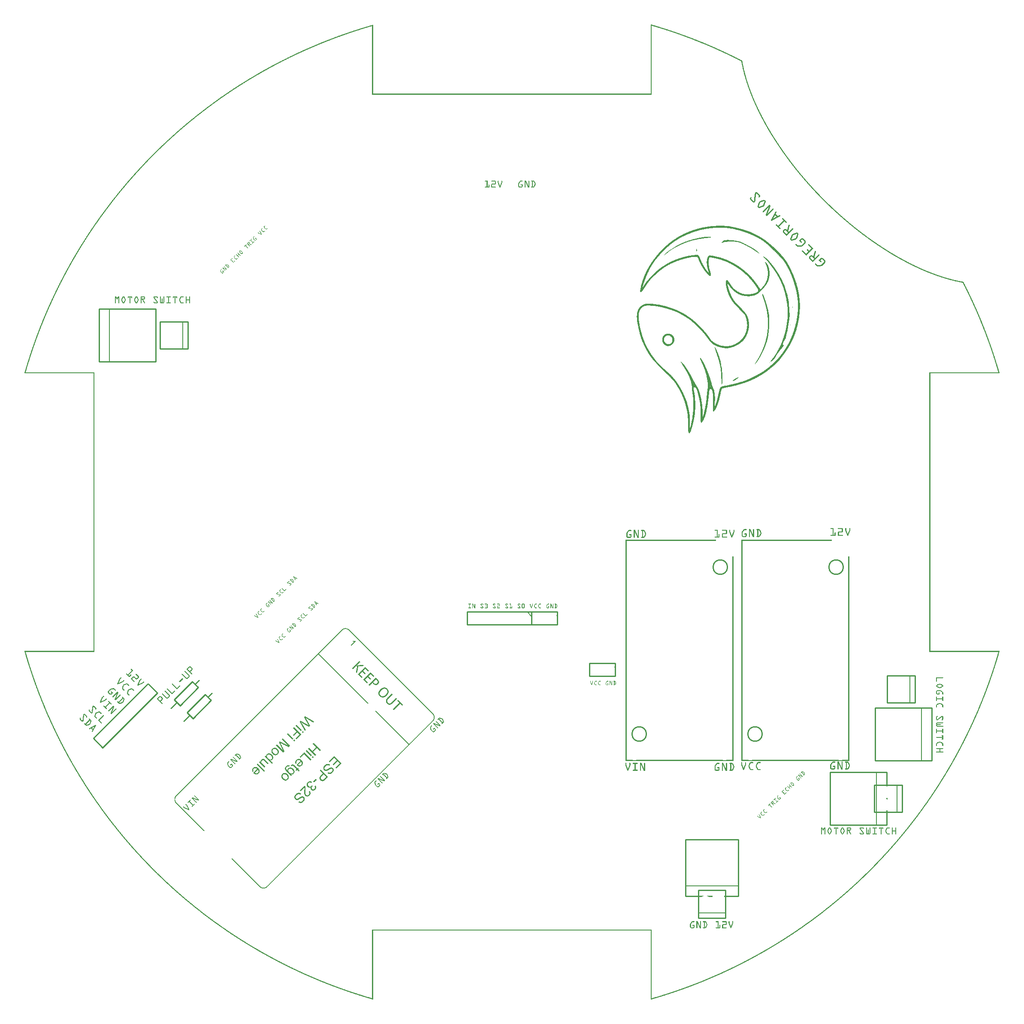
<source format=gto>
G04 MADE WITH FRITZING*
G04 WWW.FRITZING.ORG*
G04 DOUBLE SIDED*
G04 HOLES PLATED*
G04 CONTOUR ON CENTER OF CONTOUR VECTOR*
%ASAXBY*%
%FSLAX23Y23*%
%MOIN*%
%OFA0B0*%
%SFA1.0B1.0*%
%ADD10C,0.122047X0.102047*%
%ADD11C,0.010000*%
%ADD12C,0.005000*%
%ADD13R,0.001000X0.001000*%
%LNSILK1*%
G90*
G70*
G54D10*
X5554Y3510D03*
X4924Y2211D03*
X6454Y3510D03*
X5824Y2211D03*
G54D11*
X1310Y2479D02*
X1452Y2620D01*
D02*
X1452Y2620D02*
X1498Y2574D01*
D02*
X1498Y2574D02*
X1357Y2432D01*
D02*
X1357Y2432D02*
X1310Y2479D01*
D02*
X1410Y2379D02*
X1552Y2520D01*
D02*
X1552Y2520D02*
X1598Y2474D01*
D02*
X1598Y2474D02*
X1457Y2332D01*
D02*
X1457Y2332D02*
X1410Y2379D01*
D02*
X4089Y3161D02*
X3589Y3161D01*
D02*
X3589Y3161D02*
X3589Y3061D01*
D02*
X3589Y3061D02*
X4089Y3061D01*
D02*
X4089Y3061D02*
X4089Y3161D01*
G54D12*
D02*
X4054Y3161D02*
X4089Y3126D01*
G54D11*
D02*
X4739Y2761D02*
X4539Y2761D01*
D02*
X4539Y2761D02*
X4539Y2661D01*
D02*
X4539Y2661D02*
X4739Y2661D01*
D02*
X4739Y2661D02*
X4739Y2761D01*
D02*
X4289Y3161D02*
X4089Y3161D01*
D02*
X4089Y3161D02*
X4089Y3061D01*
D02*
X4089Y3061D02*
X4289Y3061D01*
D02*
X4289Y3061D02*
X4289Y3161D01*
D02*
X685Y2178D02*
X756Y2107D01*
D02*
X756Y2107D02*
X1180Y2532D01*
D02*
X6409Y1916D02*
X6409Y1506D01*
D02*
X6409Y1506D02*
X6849Y1506D01*
D02*
X6849Y1916D02*
X6409Y1916D01*
G54D12*
D02*
X6769Y1506D02*
X6769Y1916D01*
G54D11*
D02*
X6759Y2416D02*
X6759Y2006D01*
D02*
X6759Y2006D02*
X7199Y2006D01*
D02*
X7199Y2006D02*
X7199Y2416D01*
D02*
X7199Y2416D02*
X6759Y2416D01*
G54D12*
D02*
X7119Y2006D02*
X7119Y2416D01*
G54D11*
D02*
X1169Y5106D02*
X1169Y5516D01*
D02*
X1169Y5516D02*
X729Y5516D01*
D02*
X729Y5516D02*
X729Y5106D01*
D02*
X729Y5106D02*
X1169Y5106D01*
G54D12*
D02*
X809Y5516D02*
X809Y5106D01*
G54D11*
D02*
X5694Y1391D02*
X5284Y1391D01*
D02*
X5284Y1391D02*
X5284Y951D01*
D02*
X5694Y951D02*
X5694Y1391D01*
G54D12*
D02*
X5284Y1031D02*
X5694Y1031D01*
G54D11*
D02*
X5594Y999D02*
X5384Y999D01*
D02*
X5384Y999D02*
X5384Y783D01*
D02*
X5384Y783D02*
X5594Y783D01*
D02*
X5594Y783D02*
X5594Y999D01*
G54D12*
D02*
X5384Y823D02*
X5594Y823D01*
G54D11*
D02*
X6751Y1816D02*
X6751Y1606D01*
D02*
X6751Y1606D02*
X6967Y1606D01*
D02*
X6967Y1606D02*
X6967Y1816D01*
D02*
X6967Y1816D02*
X6751Y1816D01*
G54D12*
D02*
X6927Y1606D02*
X6927Y1816D01*
G54D11*
D02*
X6851Y2666D02*
X6851Y2456D01*
D02*
X6851Y2456D02*
X7067Y2456D01*
D02*
X7067Y2456D02*
X7067Y2666D01*
D02*
X7067Y2666D02*
X6851Y2666D01*
G54D12*
D02*
X7027Y2456D02*
X7027Y2666D01*
G54D11*
D02*
X1201Y5416D02*
X1201Y5206D01*
D02*
X1201Y5206D02*
X1417Y5206D01*
D02*
X1417Y5206D02*
X1417Y5416D01*
D02*
X1417Y5416D02*
X1201Y5416D01*
G54D12*
D02*
X1377Y5206D02*
X1377Y5416D01*
G54D13*
X5015Y7727D02*
X5015Y7727D01*
X5015Y7726D02*
X5017Y7726D01*
X5015Y7725D02*
X5020Y7725D01*
X5015Y7724D02*
X5023Y7724D01*
X2856Y7723D02*
X2856Y7723D01*
X5015Y7723D02*
X5026Y7723D01*
X2852Y7722D02*
X2856Y7722D01*
X5015Y7722D02*
X5030Y7722D01*
X2849Y7721D02*
X2856Y7721D01*
X5015Y7721D02*
X5033Y7721D01*
X2845Y7720D02*
X2856Y7720D01*
X5015Y7720D02*
X5036Y7720D01*
X2842Y7719D02*
X2856Y7719D01*
X5015Y7719D02*
X5040Y7719D01*
X2838Y7718D02*
X2856Y7718D01*
X5015Y7718D02*
X5043Y7718D01*
X2835Y7717D02*
X2856Y7717D01*
X5015Y7717D02*
X5046Y7717D01*
X2832Y7716D02*
X2856Y7716D01*
X5015Y7716D02*
X5050Y7716D01*
X2828Y7715D02*
X2856Y7715D01*
X5015Y7715D02*
X5022Y7715D01*
X5026Y7715D02*
X5053Y7715D01*
X2825Y7714D02*
X2856Y7714D01*
X5015Y7714D02*
X5022Y7714D01*
X5029Y7714D02*
X5057Y7714D01*
X2821Y7713D02*
X2856Y7713D01*
X5015Y7713D02*
X5022Y7713D01*
X5033Y7713D02*
X5060Y7713D01*
X2818Y7712D02*
X2845Y7712D01*
X2849Y7712D02*
X2856Y7712D01*
X5015Y7712D02*
X5022Y7712D01*
X5036Y7712D02*
X5063Y7712D01*
X2815Y7711D02*
X2842Y7711D01*
X2849Y7711D02*
X2856Y7711D01*
X5015Y7711D02*
X5022Y7711D01*
X5040Y7711D02*
X5067Y7711D01*
X2811Y7710D02*
X2839Y7710D01*
X2849Y7710D02*
X2856Y7710D01*
X5015Y7710D02*
X5022Y7710D01*
X5043Y7710D02*
X5070Y7710D01*
X2808Y7709D02*
X2835Y7709D01*
X2849Y7709D02*
X2856Y7709D01*
X5015Y7709D02*
X5022Y7709D01*
X5046Y7709D02*
X5073Y7709D01*
X2805Y7708D02*
X2832Y7708D01*
X2849Y7708D02*
X2856Y7708D01*
X5015Y7708D02*
X5022Y7708D01*
X5050Y7708D02*
X5076Y7708D01*
X2801Y7707D02*
X2828Y7707D01*
X2849Y7707D02*
X2856Y7707D01*
X5015Y7707D02*
X5022Y7707D01*
X5053Y7707D02*
X5080Y7707D01*
X2798Y7706D02*
X2825Y7706D01*
X2849Y7706D02*
X2856Y7706D01*
X5015Y7706D02*
X5022Y7706D01*
X5056Y7706D02*
X5083Y7706D01*
X2795Y7705D02*
X2821Y7705D01*
X2849Y7705D02*
X2856Y7705D01*
X5015Y7705D02*
X5022Y7705D01*
X5060Y7705D02*
X5086Y7705D01*
X2791Y7704D02*
X2818Y7704D01*
X2849Y7704D02*
X2856Y7704D01*
X5015Y7704D02*
X5022Y7704D01*
X5063Y7704D02*
X5089Y7704D01*
X2788Y7703D02*
X2815Y7703D01*
X2849Y7703D02*
X2856Y7703D01*
X5015Y7703D02*
X5022Y7703D01*
X5066Y7703D02*
X5093Y7703D01*
X2785Y7702D02*
X2811Y7702D01*
X2849Y7702D02*
X2856Y7702D01*
X5015Y7702D02*
X5022Y7702D01*
X5070Y7702D02*
X5096Y7702D01*
X2782Y7701D02*
X2808Y7701D01*
X2849Y7701D02*
X2856Y7701D01*
X5015Y7701D02*
X5022Y7701D01*
X5073Y7701D02*
X5099Y7701D01*
X2778Y7700D02*
X2805Y7700D01*
X2849Y7700D02*
X2856Y7700D01*
X5015Y7700D02*
X5022Y7700D01*
X5076Y7700D02*
X5102Y7700D01*
X2775Y7699D02*
X2801Y7699D01*
X2849Y7699D02*
X2856Y7699D01*
X5015Y7699D02*
X5022Y7699D01*
X5079Y7699D02*
X5105Y7699D01*
X2772Y7698D02*
X2798Y7698D01*
X2849Y7698D02*
X2856Y7698D01*
X5015Y7698D02*
X5022Y7698D01*
X5083Y7698D02*
X5109Y7698D01*
X2769Y7697D02*
X2795Y7697D01*
X2849Y7697D02*
X2856Y7697D01*
X5015Y7697D02*
X5022Y7697D01*
X5086Y7697D02*
X5112Y7697D01*
X2765Y7696D02*
X2791Y7696D01*
X2849Y7696D02*
X2856Y7696D01*
X5015Y7696D02*
X5022Y7696D01*
X5089Y7696D02*
X5115Y7696D01*
X2762Y7695D02*
X2788Y7695D01*
X2849Y7695D02*
X2856Y7695D01*
X5015Y7695D02*
X5022Y7695D01*
X5092Y7695D02*
X5118Y7695D01*
X2759Y7694D02*
X2785Y7694D01*
X2849Y7694D02*
X2856Y7694D01*
X5015Y7694D02*
X5022Y7694D01*
X5096Y7694D02*
X5121Y7694D01*
X2756Y7693D02*
X2782Y7693D01*
X2849Y7693D02*
X2856Y7693D01*
X5015Y7693D02*
X5022Y7693D01*
X5099Y7693D02*
X5124Y7693D01*
X2753Y7692D02*
X2778Y7692D01*
X2849Y7692D02*
X2856Y7692D01*
X5015Y7692D02*
X5022Y7692D01*
X5102Y7692D02*
X5127Y7692D01*
X2749Y7691D02*
X2775Y7691D01*
X2849Y7691D02*
X2856Y7691D01*
X5015Y7691D02*
X5022Y7691D01*
X5105Y7691D02*
X5130Y7691D01*
X2746Y7690D02*
X2772Y7690D01*
X2849Y7690D02*
X2856Y7690D01*
X5015Y7690D02*
X5022Y7690D01*
X5108Y7690D02*
X5134Y7690D01*
X2743Y7689D02*
X2769Y7689D01*
X2849Y7689D02*
X2856Y7689D01*
X5015Y7689D02*
X5022Y7689D01*
X5112Y7689D02*
X5137Y7689D01*
X2740Y7688D02*
X2765Y7688D01*
X2849Y7688D02*
X2856Y7688D01*
X5015Y7688D02*
X5022Y7688D01*
X5115Y7688D02*
X5140Y7688D01*
X2737Y7687D02*
X2762Y7687D01*
X2849Y7687D02*
X2856Y7687D01*
X5015Y7687D02*
X5022Y7687D01*
X5118Y7687D02*
X5143Y7687D01*
X2734Y7686D02*
X2759Y7686D01*
X2849Y7686D02*
X2856Y7686D01*
X5015Y7686D02*
X5022Y7686D01*
X5121Y7686D02*
X5146Y7686D01*
X2730Y7685D02*
X2756Y7685D01*
X2849Y7685D02*
X2856Y7685D01*
X5015Y7685D02*
X5022Y7685D01*
X5124Y7685D02*
X5149Y7685D01*
X2727Y7684D02*
X2753Y7684D01*
X2849Y7684D02*
X2856Y7684D01*
X5015Y7684D02*
X5022Y7684D01*
X5127Y7684D02*
X5152Y7684D01*
X2724Y7683D02*
X2750Y7683D01*
X2849Y7683D02*
X2856Y7683D01*
X5015Y7683D02*
X5022Y7683D01*
X5130Y7683D02*
X5155Y7683D01*
X2721Y7682D02*
X2746Y7682D01*
X2849Y7682D02*
X2856Y7682D01*
X5015Y7682D02*
X5022Y7682D01*
X5133Y7682D02*
X5158Y7682D01*
X2718Y7681D02*
X2743Y7681D01*
X2849Y7681D02*
X2856Y7681D01*
X5015Y7681D02*
X5022Y7681D01*
X5136Y7681D02*
X5161Y7681D01*
X2715Y7680D02*
X2740Y7680D01*
X2849Y7680D02*
X2856Y7680D01*
X5015Y7680D02*
X5022Y7680D01*
X5139Y7680D02*
X5164Y7680D01*
X2712Y7679D02*
X2737Y7679D01*
X2849Y7679D02*
X2856Y7679D01*
X5015Y7679D02*
X5022Y7679D01*
X5143Y7679D02*
X5167Y7679D01*
X2709Y7678D02*
X2734Y7678D01*
X2849Y7678D02*
X2856Y7678D01*
X5015Y7678D02*
X5022Y7678D01*
X5146Y7678D02*
X5170Y7678D01*
X2706Y7677D02*
X2731Y7677D01*
X2849Y7677D02*
X2856Y7677D01*
X5015Y7677D02*
X5022Y7677D01*
X5149Y7677D02*
X5173Y7677D01*
X2703Y7676D02*
X2728Y7676D01*
X2849Y7676D02*
X2856Y7676D01*
X5015Y7676D02*
X5022Y7676D01*
X5152Y7676D02*
X5176Y7676D01*
X2700Y7675D02*
X2725Y7675D01*
X2849Y7675D02*
X2856Y7675D01*
X5015Y7675D02*
X5022Y7675D01*
X5155Y7675D02*
X5179Y7675D01*
X2697Y7674D02*
X2722Y7674D01*
X2849Y7674D02*
X2856Y7674D01*
X5015Y7674D02*
X5022Y7674D01*
X5158Y7674D02*
X5182Y7674D01*
X2694Y7673D02*
X2718Y7673D01*
X2849Y7673D02*
X2856Y7673D01*
X5015Y7673D02*
X5022Y7673D01*
X5161Y7673D02*
X5185Y7673D01*
X2691Y7672D02*
X2715Y7672D01*
X2849Y7672D02*
X2856Y7672D01*
X5015Y7672D02*
X5022Y7672D01*
X5164Y7672D02*
X5188Y7672D01*
X2688Y7671D02*
X2712Y7671D01*
X2849Y7671D02*
X2856Y7671D01*
X5015Y7671D02*
X5022Y7671D01*
X5167Y7671D02*
X5191Y7671D01*
X2685Y7670D02*
X2709Y7670D01*
X2849Y7670D02*
X2856Y7670D01*
X5015Y7670D02*
X5022Y7670D01*
X5170Y7670D02*
X5194Y7670D01*
X2682Y7669D02*
X2706Y7669D01*
X2849Y7669D02*
X2856Y7669D01*
X5015Y7669D02*
X5022Y7669D01*
X5173Y7669D02*
X5197Y7669D01*
X2679Y7668D02*
X2703Y7668D01*
X2849Y7668D02*
X2856Y7668D01*
X5015Y7668D02*
X5022Y7668D01*
X5176Y7668D02*
X5200Y7668D01*
X2676Y7667D02*
X2700Y7667D01*
X2849Y7667D02*
X2856Y7667D01*
X5015Y7667D02*
X5022Y7667D01*
X5179Y7667D02*
X5203Y7667D01*
X2673Y7666D02*
X2697Y7666D01*
X2849Y7666D02*
X2856Y7666D01*
X5015Y7666D02*
X5022Y7666D01*
X5182Y7666D02*
X5206Y7666D01*
X2670Y7665D02*
X2694Y7665D01*
X2849Y7665D02*
X2856Y7665D01*
X5015Y7665D02*
X5022Y7665D01*
X5185Y7665D02*
X5209Y7665D01*
X2667Y7664D02*
X2691Y7664D01*
X2849Y7664D02*
X2856Y7664D01*
X5015Y7664D02*
X5022Y7664D01*
X5188Y7664D02*
X5211Y7664D01*
X2664Y7663D02*
X2688Y7663D01*
X2849Y7663D02*
X2856Y7663D01*
X5015Y7663D02*
X5022Y7663D01*
X5191Y7663D02*
X5214Y7663D01*
X2661Y7662D02*
X2685Y7662D01*
X2849Y7662D02*
X2856Y7662D01*
X5015Y7662D02*
X5022Y7662D01*
X5194Y7662D02*
X5217Y7662D01*
X2658Y7661D02*
X2682Y7661D01*
X2849Y7661D02*
X2856Y7661D01*
X5015Y7661D02*
X5022Y7661D01*
X5197Y7661D02*
X5220Y7661D01*
X2655Y7660D02*
X2679Y7660D01*
X2849Y7660D02*
X2856Y7660D01*
X5015Y7660D02*
X5022Y7660D01*
X5200Y7660D02*
X5223Y7660D01*
X2653Y7659D02*
X2676Y7659D01*
X2849Y7659D02*
X2856Y7659D01*
X5015Y7659D02*
X5022Y7659D01*
X5202Y7659D02*
X5226Y7659D01*
X2650Y7658D02*
X2673Y7658D01*
X2849Y7658D02*
X2856Y7658D01*
X5015Y7658D02*
X5022Y7658D01*
X5205Y7658D02*
X5229Y7658D01*
X2647Y7657D02*
X2670Y7657D01*
X2849Y7657D02*
X2856Y7657D01*
X5015Y7657D02*
X5022Y7657D01*
X5208Y7657D02*
X5231Y7657D01*
X2644Y7656D02*
X2667Y7656D01*
X2849Y7656D02*
X2856Y7656D01*
X5015Y7656D02*
X5022Y7656D01*
X5211Y7656D02*
X5234Y7656D01*
X2641Y7655D02*
X2664Y7655D01*
X2849Y7655D02*
X2856Y7655D01*
X5015Y7655D02*
X5022Y7655D01*
X5214Y7655D02*
X5237Y7655D01*
X2638Y7654D02*
X2662Y7654D01*
X2849Y7654D02*
X2856Y7654D01*
X5015Y7654D02*
X5022Y7654D01*
X5217Y7654D02*
X5240Y7654D01*
X2635Y7653D02*
X2659Y7653D01*
X2849Y7653D02*
X2856Y7653D01*
X5015Y7653D02*
X5022Y7653D01*
X5220Y7653D02*
X5243Y7653D01*
X2632Y7652D02*
X2656Y7652D01*
X2849Y7652D02*
X2856Y7652D01*
X5015Y7652D02*
X5022Y7652D01*
X5222Y7652D02*
X5246Y7652D01*
X2630Y7651D02*
X2653Y7651D01*
X2849Y7651D02*
X2856Y7651D01*
X5015Y7651D02*
X5022Y7651D01*
X5225Y7651D02*
X5248Y7651D01*
X2627Y7650D02*
X2650Y7650D01*
X2849Y7650D02*
X2856Y7650D01*
X5015Y7650D02*
X5022Y7650D01*
X5228Y7650D02*
X5251Y7650D01*
X2624Y7649D02*
X2647Y7649D01*
X2849Y7649D02*
X2856Y7649D01*
X5015Y7649D02*
X5022Y7649D01*
X5231Y7649D02*
X5254Y7649D01*
X2621Y7648D02*
X2644Y7648D01*
X2849Y7648D02*
X2856Y7648D01*
X5015Y7648D02*
X5022Y7648D01*
X5234Y7648D02*
X5257Y7648D01*
X2618Y7647D02*
X2641Y7647D01*
X2849Y7647D02*
X2856Y7647D01*
X5015Y7647D02*
X5022Y7647D01*
X5237Y7647D02*
X5259Y7647D01*
X2615Y7646D02*
X2638Y7646D01*
X2849Y7646D02*
X2856Y7646D01*
X5015Y7646D02*
X5022Y7646D01*
X5240Y7646D02*
X5262Y7646D01*
X2613Y7645D02*
X2636Y7645D01*
X2849Y7645D02*
X2856Y7645D01*
X5015Y7645D02*
X5022Y7645D01*
X5243Y7645D02*
X5265Y7645D01*
X2610Y7644D02*
X2633Y7644D01*
X2849Y7644D02*
X2856Y7644D01*
X5015Y7644D02*
X5022Y7644D01*
X5245Y7644D02*
X5268Y7644D01*
X2607Y7643D02*
X2630Y7643D01*
X2849Y7643D02*
X2856Y7643D01*
X5015Y7643D02*
X5022Y7643D01*
X5248Y7643D02*
X5271Y7643D01*
X2604Y7642D02*
X2627Y7642D01*
X2849Y7642D02*
X2856Y7642D01*
X5015Y7642D02*
X5022Y7642D01*
X5251Y7642D02*
X5273Y7642D01*
X2601Y7641D02*
X2624Y7641D01*
X2849Y7641D02*
X2856Y7641D01*
X5015Y7641D02*
X5022Y7641D01*
X5254Y7641D02*
X5276Y7641D01*
X2599Y7640D02*
X2621Y7640D01*
X2849Y7640D02*
X2856Y7640D01*
X5015Y7640D02*
X5022Y7640D01*
X5256Y7640D02*
X5279Y7640D01*
X2596Y7639D02*
X2619Y7639D01*
X2849Y7639D02*
X2856Y7639D01*
X5015Y7639D02*
X5022Y7639D01*
X5259Y7639D02*
X5282Y7639D01*
X2593Y7638D02*
X2616Y7638D01*
X2849Y7638D02*
X2856Y7638D01*
X5015Y7638D02*
X5022Y7638D01*
X5262Y7638D02*
X5284Y7638D01*
X2590Y7637D02*
X2613Y7637D01*
X2849Y7637D02*
X2856Y7637D01*
X5015Y7637D02*
X5022Y7637D01*
X5265Y7637D02*
X5287Y7637D01*
X2588Y7636D02*
X2610Y7636D01*
X2849Y7636D02*
X2856Y7636D01*
X5015Y7636D02*
X5022Y7636D01*
X5267Y7636D02*
X5290Y7636D01*
X2585Y7635D02*
X2607Y7635D01*
X2849Y7635D02*
X2856Y7635D01*
X5015Y7635D02*
X5022Y7635D01*
X5270Y7635D02*
X5292Y7635D01*
X2582Y7634D02*
X2605Y7634D01*
X2849Y7634D02*
X2856Y7634D01*
X5015Y7634D02*
X5022Y7634D01*
X5273Y7634D02*
X5295Y7634D01*
X2579Y7633D02*
X2602Y7633D01*
X2849Y7633D02*
X2856Y7633D01*
X5015Y7633D02*
X5022Y7633D01*
X5276Y7633D02*
X5298Y7633D01*
X2577Y7632D02*
X2599Y7632D01*
X2849Y7632D02*
X2856Y7632D01*
X5015Y7632D02*
X5022Y7632D01*
X5278Y7632D02*
X5300Y7632D01*
X2574Y7631D02*
X2596Y7631D01*
X2849Y7631D02*
X2856Y7631D01*
X5015Y7631D02*
X5022Y7631D01*
X5281Y7631D02*
X5303Y7631D01*
X2571Y7630D02*
X2594Y7630D01*
X2849Y7630D02*
X2856Y7630D01*
X5015Y7630D02*
X5022Y7630D01*
X5284Y7630D02*
X5306Y7630D01*
X2569Y7629D02*
X2591Y7629D01*
X2849Y7629D02*
X2856Y7629D01*
X5015Y7629D02*
X5022Y7629D01*
X5287Y7629D02*
X5308Y7629D01*
X2566Y7628D02*
X2588Y7628D01*
X2849Y7628D02*
X2856Y7628D01*
X5015Y7628D02*
X5022Y7628D01*
X5289Y7628D02*
X5311Y7628D01*
X2563Y7627D02*
X2585Y7627D01*
X2849Y7627D02*
X2856Y7627D01*
X5015Y7627D02*
X5022Y7627D01*
X5292Y7627D02*
X5314Y7627D01*
X2561Y7626D02*
X2582Y7626D01*
X2849Y7626D02*
X2856Y7626D01*
X5015Y7626D02*
X5022Y7626D01*
X5295Y7626D02*
X5316Y7626D01*
X2558Y7625D02*
X2580Y7625D01*
X2849Y7625D02*
X2856Y7625D01*
X5015Y7625D02*
X5022Y7625D01*
X5297Y7625D02*
X5319Y7625D01*
X2555Y7624D02*
X2577Y7624D01*
X2849Y7624D02*
X2856Y7624D01*
X5015Y7624D02*
X5022Y7624D01*
X5300Y7624D02*
X5322Y7624D01*
X2552Y7623D02*
X2574Y7623D01*
X2849Y7623D02*
X2856Y7623D01*
X5015Y7623D02*
X5022Y7623D01*
X5303Y7623D02*
X5324Y7623D01*
X2550Y7622D02*
X2572Y7622D01*
X2849Y7622D02*
X2856Y7622D01*
X5015Y7622D02*
X5022Y7622D01*
X5305Y7622D02*
X5327Y7622D01*
X2547Y7621D02*
X2569Y7621D01*
X2849Y7621D02*
X2856Y7621D01*
X5015Y7621D02*
X5022Y7621D01*
X5308Y7621D02*
X5330Y7621D01*
X2545Y7620D02*
X2566Y7620D01*
X2849Y7620D02*
X2856Y7620D01*
X5015Y7620D02*
X5022Y7620D01*
X5311Y7620D02*
X5332Y7620D01*
X2542Y7619D02*
X2564Y7619D01*
X2849Y7619D02*
X2856Y7619D01*
X5015Y7619D02*
X5022Y7619D01*
X5313Y7619D02*
X5335Y7619D01*
X2539Y7618D02*
X2561Y7618D01*
X2849Y7618D02*
X2856Y7618D01*
X5015Y7618D02*
X5022Y7618D01*
X5316Y7618D02*
X5337Y7618D01*
X2537Y7617D02*
X2558Y7617D01*
X2849Y7617D02*
X2856Y7617D01*
X5015Y7617D02*
X5022Y7617D01*
X5319Y7617D02*
X5340Y7617D01*
X2534Y7616D02*
X2555Y7616D01*
X2849Y7616D02*
X2856Y7616D01*
X5015Y7616D02*
X5022Y7616D01*
X5321Y7616D02*
X5343Y7616D01*
X2531Y7615D02*
X2553Y7615D01*
X2849Y7615D02*
X2856Y7615D01*
X5015Y7615D02*
X5022Y7615D01*
X5324Y7615D02*
X5345Y7615D01*
X2529Y7614D02*
X2550Y7614D01*
X2849Y7614D02*
X2856Y7614D01*
X5015Y7614D02*
X5022Y7614D01*
X5327Y7614D02*
X5348Y7614D01*
X2526Y7613D02*
X2548Y7613D01*
X2849Y7613D02*
X2856Y7613D01*
X5015Y7613D02*
X5022Y7613D01*
X5329Y7613D02*
X5350Y7613D01*
X2523Y7612D02*
X2545Y7612D01*
X2849Y7612D02*
X2856Y7612D01*
X5015Y7612D02*
X5022Y7612D01*
X5332Y7612D02*
X5353Y7612D01*
X2521Y7611D02*
X2542Y7611D01*
X2849Y7611D02*
X2856Y7611D01*
X5015Y7611D02*
X5022Y7611D01*
X5334Y7611D02*
X5355Y7611D01*
X2518Y7610D02*
X2540Y7610D01*
X2849Y7610D02*
X2856Y7610D01*
X5015Y7610D02*
X5022Y7610D01*
X5337Y7610D02*
X5358Y7610D01*
X2516Y7609D02*
X2537Y7609D01*
X2849Y7609D02*
X2856Y7609D01*
X5015Y7609D02*
X5022Y7609D01*
X5340Y7609D02*
X5361Y7609D01*
X2513Y7608D02*
X2534Y7608D01*
X2849Y7608D02*
X2856Y7608D01*
X5015Y7608D02*
X5022Y7608D01*
X5342Y7608D02*
X5363Y7608D01*
X2511Y7607D02*
X2532Y7607D01*
X2849Y7607D02*
X2856Y7607D01*
X5015Y7607D02*
X5022Y7607D01*
X5345Y7607D02*
X5366Y7607D01*
X2508Y7606D02*
X2529Y7606D01*
X2849Y7606D02*
X2856Y7606D01*
X5015Y7606D02*
X5022Y7606D01*
X5347Y7606D02*
X5368Y7606D01*
X2505Y7605D02*
X2527Y7605D01*
X2849Y7605D02*
X2856Y7605D01*
X5015Y7605D02*
X5022Y7605D01*
X5350Y7605D02*
X5371Y7605D01*
X2503Y7604D02*
X2524Y7604D01*
X2849Y7604D02*
X2856Y7604D01*
X5015Y7604D02*
X5022Y7604D01*
X5352Y7604D02*
X5373Y7604D01*
X2500Y7603D02*
X2521Y7603D01*
X2849Y7603D02*
X2856Y7603D01*
X5015Y7603D02*
X5022Y7603D01*
X5355Y7603D02*
X5376Y7603D01*
X2498Y7602D02*
X2519Y7602D01*
X2849Y7602D02*
X2856Y7602D01*
X5015Y7602D02*
X5022Y7602D01*
X5357Y7602D02*
X5378Y7602D01*
X2495Y7601D02*
X2516Y7601D01*
X2849Y7601D02*
X2856Y7601D01*
X5015Y7601D02*
X5022Y7601D01*
X5360Y7601D02*
X5381Y7601D01*
X2493Y7600D02*
X2514Y7600D01*
X2849Y7600D02*
X2856Y7600D01*
X5015Y7600D02*
X5022Y7600D01*
X5363Y7600D02*
X5383Y7600D01*
X2490Y7599D02*
X2511Y7599D01*
X2849Y7599D02*
X2856Y7599D01*
X5015Y7599D02*
X5022Y7599D01*
X5365Y7599D02*
X5386Y7599D01*
X2488Y7598D02*
X2508Y7598D01*
X2849Y7598D02*
X2856Y7598D01*
X5015Y7598D02*
X5022Y7598D01*
X5368Y7598D02*
X5388Y7598D01*
X2485Y7597D02*
X2506Y7597D01*
X2849Y7597D02*
X2856Y7597D01*
X5015Y7597D02*
X5022Y7597D01*
X5370Y7597D02*
X5391Y7597D01*
X2483Y7596D02*
X2503Y7596D01*
X2849Y7596D02*
X2856Y7596D01*
X5015Y7596D02*
X5022Y7596D01*
X5373Y7596D02*
X5393Y7596D01*
X2480Y7595D02*
X2501Y7595D01*
X2849Y7595D02*
X2856Y7595D01*
X5015Y7595D02*
X5022Y7595D01*
X5375Y7595D02*
X5396Y7595D01*
X2478Y7594D02*
X2498Y7594D01*
X2849Y7594D02*
X2856Y7594D01*
X5015Y7594D02*
X5022Y7594D01*
X5378Y7594D02*
X5398Y7594D01*
X2475Y7593D02*
X2496Y7593D01*
X2849Y7593D02*
X2856Y7593D01*
X5015Y7593D02*
X5022Y7593D01*
X5380Y7593D02*
X5401Y7593D01*
X2473Y7592D02*
X2493Y7592D01*
X2849Y7592D02*
X2856Y7592D01*
X5015Y7592D02*
X5022Y7592D01*
X5383Y7592D02*
X5403Y7592D01*
X2470Y7591D02*
X2491Y7591D01*
X2849Y7591D02*
X2856Y7591D01*
X5015Y7591D02*
X5022Y7591D01*
X5385Y7591D02*
X5406Y7591D01*
X2467Y7590D02*
X2488Y7590D01*
X2849Y7590D02*
X2856Y7590D01*
X5015Y7590D02*
X5022Y7590D01*
X5388Y7590D02*
X5408Y7590D01*
X2465Y7589D02*
X2486Y7589D01*
X2849Y7589D02*
X2856Y7589D01*
X5015Y7589D02*
X5022Y7589D01*
X5390Y7589D02*
X5411Y7589D01*
X2462Y7588D02*
X2483Y7588D01*
X2849Y7588D02*
X2856Y7588D01*
X5015Y7588D02*
X5022Y7588D01*
X5393Y7588D02*
X5413Y7588D01*
X2460Y7587D02*
X2481Y7587D01*
X2849Y7587D02*
X2856Y7587D01*
X5015Y7587D02*
X5022Y7587D01*
X5395Y7587D02*
X5416Y7587D01*
X2458Y7586D02*
X2478Y7586D01*
X2849Y7586D02*
X2856Y7586D01*
X5015Y7586D02*
X5022Y7586D01*
X5398Y7586D02*
X5418Y7586D01*
X2455Y7585D02*
X2476Y7585D01*
X2849Y7585D02*
X2856Y7585D01*
X5015Y7585D02*
X5022Y7585D01*
X5400Y7585D02*
X5421Y7585D01*
X2453Y7584D02*
X2473Y7584D01*
X2849Y7584D02*
X2856Y7584D01*
X5015Y7584D02*
X5022Y7584D01*
X5403Y7584D02*
X5423Y7584D01*
X2450Y7583D02*
X2470Y7583D01*
X2849Y7583D02*
X2856Y7583D01*
X5015Y7583D02*
X5022Y7583D01*
X5405Y7583D02*
X5425Y7583D01*
X2448Y7582D02*
X2468Y7582D01*
X2849Y7582D02*
X2856Y7582D01*
X5015Y7582D02*
X5022Y7582D01*
X5408Y7582D02*
X5428Y7582D01*
X2445Y7581D02*
X2465Y7581D01*
X2849Y7581D02*
X2856Y7581D01*
X5015Y7581D02*
X5022Y7581D01*
X5410Y7581D02*
X5430Y7581D01*
X2443Y7580D02*
X2463Y7580D01*
X2849Y7580D02*
X2856Y7580D01*
X5015Y7580D02*
X5022Y7580D01*
X5413Y7580D02*
X5433Y7580D01*
X2440Y7579D02*
X2461Y7579D01*
X2849Y7579D02*
X2856Y7579D01*
X5015Y7579D02*
X5022Y7579D01*
X5415Y7579D02*
X5435Y7579D01*
X2438Y7578D02*
X2458Y7578D01*
X2849Y7578D02*
X2856Y7578D01*
X5015Y7578D02*
X5022Y7578D01*
X5418Y7578D02*
X5437Y7578D01*
X2436Y7577D02*
X2456Y7577D01*
X2849Y7577D02*
X2856Y7577D01*
X5015Y7577D02*
X5022Y7577D01*
X5420Y7577D02*
X5440Y7577D01*
X2433Y7576D02*
X2453Y7576D01*
X2849Y7576D02*
X2856Y7576D01*
X5015Y7576D02*
X5022Y7576D01*
X5422Y7576D02*
X5442Y7576D01*
X2431Y7575D02*
X2451Y7575D01*
X2849Y7575D02*
X2856Y7575D01*
X5015Y7575D02*
X5022Y7575D01*
X5425Y7575D02*
X5444Y7575D01*
X2428Y7574D02*
X2448Y7574D01*
X2849Y7574D02*
X2856Y7574D01*
X5015Y7574D02*
X5022Y7574D01*
X5427Y7574D02*
X5447Y7574D01*
X2426Y7573D02*
X2446Y7573D01*
X2849Y7573D02*
X2856Y7573D01*
X5015Y7573D02*
X5022Y7573D01*
X5430Y7573D02*
X5449Y7573D01*
X2424Y7572D02*
X2443Y7572D01*
X2849Y7572D02*
X2856Y7572D01*
X5015Y7572D02*
X5022Y7572D01*
X5432Y7572D02*
X5452Y7572D01*
X2421Y7571D02*
X2441Y7571D01*
X2849Y7571D02*
X2856Y7571D01*
X5015Y7571D02*
X5022Y7571D01*
X5434Y7571D02*
X5454Y7571D01*
X2419Y7570D02*
X2438Y7570D01*
X2849Y7570D02*
X2856Y7570D01*
X5015Y7570D02*
X5022Y7570D01*
X5437Y7570D02*
X5456Y7570D01*
X2416Y7569D02*
X2436Y7569D01*
X2849Y7569D02*
X2856Y7569D01*
X5015Y7569D02*
X5022Y7569D01*
X5439Y7569D02*
X5459Y7569D01*
X2414Y7568D02*
X2434Y7568D01*
X2849Y7568D02*
X2856Y7568D01*
X5015Y7568D02*
X5022Y7568D01*
X5441Y7568D02*
X5461Y7568D01*
X2412Y7567D02*
X2431Y7567D01*
X2849Y7567D02*
X2856Y7567D01*
X5015Y7567D02*
X5022Y7567D01*
X5444Y7567D02*
X5464Y7567D01*
X2409Y7566D02*
X2429Y7566D01*
X2849Y7566D02*
X2856Y7566D01*
X5015Y7566D02*
X5022Y7566D01*
X5446Y7566D02*
X5466Y7566D01*
X2407Y7565D02*
X2426Y7565D01*
X2849Y7565D02*
X2856Y7565D01*
X5015Y7565D02*
X5022Y7565D01*
X5449Y7565D02*
X5468Y7565D01*
X2404Y7564D02*
X2424Y7564D01*
X2849Y7564D02*
X2856Y7564D01*
X5015Y7564D02*
X5022Y7564D01*
X5451Y7564D02*
X5471Y7564D01*
X2402Y7563D02*
X2422Y7563D01*
X2849Y7563D02*
X2856Y7563D01*
X5015Y7563D02*
X5022Y7563D01*
X5453Y7563D02*
X5473Y7563D01*
X2400Y7562D02*
X2419Y7562D01*
X2849Y7562D02*
X2856Y7562D01*
X5015Y7562D02*
X5022Y7562D01*
X5456Y7562D02*
X5475Y7562D01*
X2397Y7561D02*
X2417Y7561D01*
X2849Y7561D02*
X2856Y7561D01*
X5015Y7561D02*
X5022Y7561D01*
X5458Y7561D02*
X5478Y7561D01*
X2395Y7560D02*
X2414Y7560D01*
X2849Y7560D02*
X2856Y7560D01*
X5015Y7560D02*
X5022Y7560D01*
X5461Y7560D02*
X5480Y7560D01*
X2393Y7559D02*
X2412Y7559D01*
X2849Y7559D02*
X2856Y7559D01*
X5015Y7559D02*
X5022Y7559D01*
X5463Y7559D02*
X5482Y7559D01*
X2390Y7558D02*
X2410Y7558D01*
X2849Y7558D02*
X2856Y7558D01*
X5015Y7558D02*
X5022Y7558D01*
X5465Y7558D02*
X5484Y7558D01*
X2388Y7557D02*
X2407Y7557D01*
X2849Y7557D02*
X2856Y7557D01*
X5015Y7557D02*
X5022Y7557D01*
X5468Y7557D02*
X5487Y7557D01*
X2386Y7556D02*
X2405Y7556D01*
X2849Y7556D02*
X2856Y7556D01*
X5015Y7556D02*
X5022Y7556D01*
X5470Y7556D02*
X5489Y7556D01*
X2383Y7555D02*
X2403Y7555D01*
X2849Y7555D02*
X2856Y7555D01*
X5015Y7555D02*
X5022Y7555D01*
X5472Y7555D02*
X5491Y7555D01*
X2381Y7554D02*
X2400Y7554D01*
X2849Y7554D02*
X2856Y7554D01*
X5015Y7554D02*
X5022Y7554D01*
X5475Y7554D02*
X5494Y7554D01*
X2379Y7553D02*
X2398Y7553D01*
X2849Y7553D02*
X2856Y7553D01*
X5015Y7553D02*
X5022Y7553D01*
X5477Y7553D02*
X5496Y7553D01*
X2376Y7552D02*
X2396Y7552D01*
X2849Y7552D02*
X2856Y7552D01*
X5015Y7552D02*
X5022Y7552D01*
X5479Y7552D02*
X5498Y7552D01*
X2374Y7551D02*
X2393Y7551D01*
X2849Y7551D02*
X2856Y7551D01*
X5015Y7551D02*
X5022Y7551D01*
X5482Y7551D02*
X5501Y7551D01*
X2372Y7550D02*
X2391Y7550D01*
X2849Y7550D02*
X2856Y7550D01*
X5015Y7550D02*
X5022Y7550D01*
X5484Y7550D02*
X5503Y7550D01*
X2369Y7549D02*
X2388Y7549D01*
X2849Y7549D02*
X2856Y7549D01*
X5015Y7549D02*
X5022Y7549D01*
X5486Y7549D02*
X5505Y7549D01*
X2367Y7548D02*
X2386Y7548D01*
X2849Y7548D02*
X2856Y7548D01*
X5015Y7548D02*
X5022Y7548D01*
X5488Y7548D02*
X5508Y7548D01*
X2365Y7547D02*
X2384Y7547D01*
X2849Y7547D02*
X2856Y7547D01*
X5015Y7547D02*
X5022Y7547D01*
X5491Y7547D02*
X5510Y7547D01*
X2362Y7546D02*
X2381Y7546D01*
X2849Y7546D02*
X2856Y7546D01*
X5015Y7546D02*
X5022Y7546D01*
X5493Y7546D02*
X5512Y7546D01*
X2360Y7545D02*
X2379Y7545D01*
X2849Y7545D02*
X2856Y7545D01*
X5015Y7545D02*
X5022Y7545D01*
X5495Y7545D02*
X5514Y7545D01*
X2358Y7544D02*
X2377Y7544D01*
X2849Y7544D02*
X2856Y7544D01*
X5015Y7544D02*
X5022Y7544D01*
X5498Y7544D02*
X5517Y7544D01*
X2356Y7543D02*
X2375Y7543D01*
X2849Y7543D02*
X2856Y7543D01*
X5015Y7543D02*
X5022Y7543D01*
X5500Y7543D02*
X5519Y7543D01*
X2353Y7542D02*
X2372Y7542D01*
X2849Y7542D02*
X2856Y7542D01*
X5015Y7542D02*
X5022Y7542D01*
X5502Y7542D02*
X5521Y7542D01*
X2351Y7541D02*
X2370Y7541D01*
X2849Y7541D02*
X2856Y7541D01*
X5015Y7541D02*
X5022Y7541D01*
X5505Y7541D02*
X5523Y7541D01*
X2349Y7540D02*
X2368Y7540D01*
X2849Y7540D02*
X2856Y7540D01*
X5015Y7540D02*
X5022Y7540D01*
X5507Y7540D02*
X5526Y7540D01*
X2346Y7539D02*
X2365Y7539D01*
X2849Y7539D02*
X2856Y7539D01*
X5015Y7539D02*
X5022Y7539D01*
X5509Y7539D02*
X5528Y7539D01*
X2344Y7538D02*
X2363Y7538D01*
X2849Y7538D02*
X2856Y7538D01*
X5015Y7538D02*
X5022Y7538D01*
X5511Y7538D02*
X5530Y7538D01*
X2342Y7537D02*
X2361Y7537D01*
X2849Y7537D02*
X2856Y7537D01*
X5015Y7537D02*
X5022Y7537D01*
X5514Y7537D02*
X5532Y7537D01*
X2340Y7536D02*
X2358Y7536D01*
X2849Y7536D02*
X2856Y7536D01*
X5015Y7536D02*
X5022Y7536D01*
X5516Y7536D02*
X5535Y7536D01*
X2337Y7535D02*
X2356Y7535D01*
X2849Y7535D02*
X2856Y7535D01*
X5015Y7535D02*
X5022Y7535D01*
X5518Y7535D02*
X5537Y7535D01*
X2335Y7534D02*
X2354Y7534D01*
X2849Y7534D02*
X2856Y7534D01*
X5015Y7534D02*
X5022Y7534D01*
X5520Y7534D02*
X5539Y7534D01*
X2333Y7533D02*
X2352Y7533D01*
X2849Y7533D02*
X2856Y7533D01*
X5015Y7533D02*
X5022Y7533D01*
X5523Y7533D02*
X5541Y7533D01*
X2331Y7532D02*
X2349Y7532D01*
X2849Y7532D02*
X2856Y7532D01*
X5015Y7532D02*
X5022Y7532D01*
X5525Y7532D02*
X5543Y7532D01*
X2328Y7531D02*
X2347Y7531D01*
X2849Y7531D02*
X2856Y7531D01*
X5015Y7531D02*
X5022Y7531D01*
X5527Y7531D02*
X5546Y7531D01*
X2326Y7530D02*
X2345Y7530D01*
X2849Y7530D02*
X2856Y7530D01*
X5015Y7530D02*
X5022Y7530D01*
X5529Y7530D02*
X5548Y7530D01*
X2324Y7529D02*
X2343Y7529D01*
X2849Y7529D02*
X2856Y7529D01*
X5015Y7529D02*
X5022Y7529D01*
X5532Y7529D02*
X5550Y7529D01*
X2322Y7528D02*
X2340Y7528D01*
X2849Y7528D02*
X2856Y7528D01*
X5015Y7528D02*
X5022Y7528D01*
X5534Y7528D02*
X5552Y7528D01*
X2320Y7527D02*
X2338Y7527D01*
X2849Y7527D02*
X2856Y7527D01*
X5015Y7527D02*
X5022Y7527D01*
X5536Y7527D02*
X5555Y7527D01*
X2317Y7526D02*
X2336Y7526D01*
X2849Y7526D02*
X2856Y7526D01*
X5015Y7526D02*
X5022Y7526D01*
X5538Y7526D02*
X5557Y7526D01*
X2315Y7525D02*
X2334Y7525D01*
X2849Y7525D02*
X2856Y7525D01*
X5015Y7525D02*
X5022Y7525D01*
X5541Y7525D02*
X5559Y7525D01*
X2313Y7524D02*
X2331Y7524D01*
X2849Y7524D02*
X2856Y7524D01*
X5015Y7524D02*
X5022Y7524D01*
X5543Y7524D02*
X5561Y7524D01*
X2311Y7523D02*
X2329Y7523D01*
X2849Y7523D02*
X2856Y7523D01*
X5015Y7523D02*
X5022Y7523D01*
X5545Y7523D02*
X5563Y7523D01*
X2309Y7522D02*
X2327Y7522D01*
X2849Y7522D02*
X2856Y7522D01*
X5015Y7522D02*
X5022Y7522D01*
X5547Y7522D02*
X5565Y7522D01*
X2306Y7521D02*
X2325Y7521D01*
X2849Y7521D02*
X2856Y7521D01*
X5015Y7521D02*
X5022Y7521D01*
X5549Y7521D02*
X5568Y7521D01*
X2304Y7520D02*
X2322Y7520D01*
X2849Y7520D02*
X2856Y7520D01*
X5015Y7520D02*
X5022Y7520D01*
X5552Y7520D02*
X5570Y7520D01*
X2302Y7519D02*
X2320Y7519D01*
X2849Y7519D02*
X2856Y7519D01*
X5015Y7519D02*
X5022Y7519D01*
X5554Y7519D02*
X5572Y7519D01*
X2300Y7518D02*
X2318Y7518D01*
X2849Y7518D02*
X2856Y7518D01*
X5015Y7518D02*
X5022Y7518D01*
X5556Y7518D02*
X5574Y7518D01*
X2298Y7517D02*
X2316Y7517D01*
X2849Y7517D02*
X2856Y7517D01*
X5015Y7517D02*
X5022Y7517D01*
X5558Y7517D02*
X5576Y7517D01*
X2295Y7516D02*
X2314Y7516D01*
X2849Y7516D02*
X2856Y7516D01*
X5015Y7516D02*
X5022Y7516D01*
X5560Y7516D02*
X5578Y7516D01*
X2293Y7515D02*
X2311Y7515D01*
X2849Y7515D02*
X2856Y7515D01*
X5015Y7515D02*
X5022Y7515D01*
X5563Y7515D02*
X5581Y7515D01*
X2291Y7514D02*
X2309Y7514D01*
X2849Y7514D02*
X2856Y7514D01*
X5015Y7514D02*
X5022Y7514D01*
X5565Y7514D02*
X5583Y7514D01*
X2289Y7513D02*
X2307Y7513D01*
X2849Y7513D02*
X2856Y7513D01*
X5015Y7513D02*
X5022Y7513D01*
X5567Y7513D02*
X5585Y7513D01*
X2287Y7512D02*
X2305Y7512D01*
X2849Y7512D02*
X2856Y7512D01*
X5015Y7512D02*
X5022Y7512D01*
X5569Y7512D02*
X5587Y7512D01*
X2284Y7511D02*
X2303Y7511D01*
X2849Y7511D02*
X2856Y7511D01*
X5015Y7511D02*
X5022Y7511D01*
X5571Y7511D02*
X5589Y7511D01*
X2282Y7510D02*
X2301Y7510D01*
X2849Y7510D02*
X2856Y7510D01*
X5015Y7510D02*
X5022Y7510D01*
X5573Y7510D02*
X5591Y7510D01*
X2280Y7509D02*
X2298Y7509D01*
X2849Y7509D02*
X2856Y7509D01*
X5015Y7509D02*
X5022Y7509D01*
X5576Y7509D02*
X5594Y7509D01*
X2278Y7508D02*
X2296Y7508D01*
X2849Y7508D02*
X2856Y7508D01*
X5015Y7508D02*
X5022Y7508D01*
X5578Y7508D02*
X5596Y7508D01*
X2276Y7507D02*
X2294Y7507D01*
X2849Y7507D02*
X2856Y7507D01*
X5015Y7507D02*
X5022Y7507D01*
X5580Y7507D02*
X5598Y7507D01*
X2274Y7506D02*
X2292Y7506D01*
X2849Y7506D02*
X2856Y7506D01*
X5015Y7506D02*
X5022Y7506D01*
X5582Y7506D02*
X5600Y7506D01*
X2272Y7505D02*
X2290Y7505D01*
X2849Y7505D02*
X2856Y7505D01*
X5015Y7505D02*
X5022Y7505D01*
X5584Y7505D02*
X5602Y7505D01*
X2269Y7504D02*
X2288Y7504D01*
X2849Y7504D02*
X2856Y7504D01*
X5015Y7504D02*
X5022Y7504D01*
X5586Y7504D02*
X5604Y7504D01*
X2267Y7503D02*
X2285Y7503D01*
X2849Y7503D02*
X2856Y7503D01*
X5015Y7503D02*
X5022Y7503D01*
X5589Y7503D02*
X5606Y7503D01*
X2265Y7502D02*
X2283Y7502D01*
X2849Y7502D02*
X2856Y7502D01*
X5015Y7502D02*
X5022Y7502D01*
X5591Y7502D02*
X5608Y7502D01*
X2263Y7501D02*
X2281Y7501D01*
X2849Y7501D02*
X2856Y7501D01*
X5015Y7501D02*
X5022Y7501D01*
X5593Y7501D02*
X5610Y7501D01*
X2261Y7500D02*
X2279Y7500D01*
X2849Y7500D02*
X2856Y7500D01*
X5015Y7500D02*
X5022Y7500D01*
X5595Y7500D02*
X5613Y7500D01*
X2259Y7499D02*
X2277Y7499D01*
X2849Y7499D02*
X2856Y7499D01*
X5015Y7499D02*
X5022Y7499D01*
X5597Y7499D02*
X5615Y7499D01*
X2257Y7498D02*
X2274Y7498D01*
X2849Y7498D02*
X2856Y7498D01*
X5015Y7498D02*
X5022Y7498D01*
X5599Y7498D02*
X5617Y7498D01*
X2255Y7497D02*
X2272Y7497D01*
X2849Y7497D02*
X2856Y7497D01*
X5015Y7497D02*
X5022Y7497D01*
X5601Y7497D02*
X5619Y7497D01*
X2253Y7496D02*
X2270Y7496D01*
X2849Y7496D02*
X2856Y7496D01*
X5015Y7496D02*
X5022Y7496D01*
X5603Y7496D02*
X5621Y7496D01*
X2250Y7495D02*
X2268Y7495D01*
X2849Y7495D02*
X2856Y7495D01*
X5015Y7495D02*
X5022Y7495D01*
X5605Y7495D02*
X5623Y7495D01*
X2248Y7494D02*
X2266Y7494D01*
X2849Y7494D02*
X2856Y7494D01*
X5015Y7494D02*
X5022Y7494D01*
X5608Y7494D02*
X5625Y7494D01*
X2246Y7493D02*
X2264Y7493D01*
X2849Y7493D02*
X2856Y7493D01*
X5015Y7493D02*
X5022Y7493D01*
X5610Y7493D02*
X5627Y7493D01*
X2244Y7492D02*
X2262Y7492D01*
X2849Y7492D02*
X2856Y7492D01*
X5015Y7492D02*
X5022Y7492D01*
X5612Y7492D02*
X5629Y7492D01*
X2242Y7491D02*
X2259Y7491D01*
X2849Y7491D02*
X2856Y7491D01*
X5015Y7491D02*
X5022Y7491D01*
X5614Y7491D02*
X5631Y7491D01*
X2240Y7490D02*
X2257Y7490D01*
X2849Y7490D02*
X2856Y7490D01*
X5015Y7490D02*
X5022Y7490D01*
X5616Y7490D02*
X5634Y7490D01*
X2238Y7489D02*
X2255Y7489D01*
X2849Y7489D02*
X2856Y7489D01*
X5015Y7489D02*
X5022Y7489D01*
X5618Y7489D02*
X5636Y7489D01*
X2236Y7488D02*
X2253Y7488D01*
X2849Y7488D02*
X2856Y7488D01*
X5015Y7488D02*
X5022Y7488D01*
X5620Y7488D02*
X5638Y7488D01*
X2234Y7487D02*
X2251Y7487D01*
X2849Y7487D02*
X2856Y7487D01*
X5015Y7487D02*
X5022Y7487D01*
X5622Y7487D02*
X5640Y7487D01*
X2232Y7486D02*
X2249Y7486D01*
X2849Y7486D02*
X2856Y7486D01*
X5015Y7486D02*
X5022Y7486D01*
X5624Y7486D02*
X5642Y7486D01*
X2230Y7485D02*
X2247Y7485D01*
X2849Y7485D02*
X2856Y7485D01*
X5015Y7485D02*
X5022Y7485D01*
X5626Y7485D02*
X5644Y7485D01*
X2227Y7484D02*
X2245Y7484D01*
X2849Y7484D02*
X2856Y7484D01*
X5015Y7484D02*
X5022Y7484D01*
X5629Y7484D02*
X5646Y7484D01*
X2225Y7483D02*
X2243Y7483D01*
X2849Y7483D02*
X2856Y7483D01*
X5015Y7483D02*
X5022Y7483D01*
X5631Y7483D02*
X5648Y7483D01*
X2223Y7482D02*
X2241Y7482D01*
X2849Y7482D02*
X2856Y7482D01*
X5015Y7482D02*
X5022Y7482D01*
X5633Y7482D02*
X5650Y7482D01*
X2221Y7481D02*
X2239Y7481D01*
X2849Y7481D02*
X2856Y7481D01*
X5015Y7481D02*
X5022Y7481D01*
X5635Y7481D02*
X5652Y7481D01*
X2219Y7480D02*
X2236Y7480D01*
X2849Y7480D02*
X2856Y7480D01*
X5015Y7480D02*
X5022Y7480D01*
X5637Y7480D02*
X5654Y7480D01*
X2217Y7479D02*
X2234Y7479D01*
X2849Y7479D02*
X2856Y7479D01*
X5015Y7479D02*
X5022Y7479D01*
X5639Y7479D02*
X5656Y7479D01*
X2215Y7478D02*
X2232Y7478D01*
X2849Y7478D02*
X2856Y7478D01*
X5015Y7478D02*
X5022Y7478D01*
X5641Y7478D02*
X5658Y7478D01*
X2213Y7477D02*
X2230Y7477D01*
X2849Y7477D02*
X2856Y7477D01*
X5015Y7477D02*
X5022Y7477D01*
X5643Y7477D02*
X5660Y7477D01*
X2211Y7476D02*
X2228Y7476D01*
X2849Y7476D02*
X2856Y7476D01*
X5015Y7476D02*
X5022Y7476D01*
X5645Y7476D02*
X5662Y7476D01*
X2209Y7475D02*
X2226Y7475D01*
X2849Y7475D02*
X2856Y7475D01*
X5015Y7475D02*
X5022Y7475D01*
X5647Y7475D02*
X5664Y7475D01*
X2207Y7474D02*
X2224Y7474D01*
X2849Y7474D02*
X2856Y7474D01*
X5015Y7474D02*
X5022Y7474D01*
X5649Y7474D02*
X5666Y7474D01*
X2205Y7473D02*
X2222Y7473D01*
X2849Y7473D02*
X2856Y7473D01*
X5015Y7473D02*
X5022Y7473D01*
X5651Y7473D02*
X5668Y7473D01*
X2203Y7472D02*
X2220Y7472D01*
X2849Y7472D02*
X2856Y7472D01*
X5015Y7472D02*
X5022Y7472D01*
X5653Y7472D02*
X5670Y7472D01*
X2201Y7471D02*
X2218Y7471D01*
X2849Y7471D02*
X2856Y7471D01*
X5015Y7471D02*
X5022Y7471D01*
X5655Y7471D02*
X5672Y7471D01*
X2199Y7470D02*
X2216Y7470D01*
X2849Y7470D02*
X2856Y7470D01*
X5015Y7470D02*
X5022Y7470D01*
X5657Y7470D02*
X5674Y7470D01*
X2197Y7469D02*
X2214Y7469D01*
X2849Y7469D02*
X2856Y7469D01*
X5015Y7469D02*
X5022Y7469D01*
X5659Y7469D02*
X5676Y7469D01*
X2195Y7468D02*
X2211Y7468D01*
X2849Y7468D02*
X2856Y7468D01*
X5015Y7468D02*
X5022Y7468D01*
X5661Y7468D02*
X5679Y7468D01*
X2193Y7467D02*
X2209Y7467D01*
X2849Y7467D02*
X2856Y7467D01*
X5015Y7467D02*
X5022Y7467D01*
X5663Y7467D02*
X5681Y7467D01*
X2191Y7466D02*
X2207Y7466D01*
X2849Y7466D02*
X2856Y7466D01*
X5015Y7466D02*
X5022Y7466D01*
X5665Y7466D02*
X5683Y7466D01*
X2189Y7465D02*
X2205Y7465D01*
X2849Y7465D02*
X2856Y7465D01*
X5015Y7465D02*
X5022Y7465D01*
X5668Y7465D02*
X5685Y7465D01*
X2187Y7464D02*
X2203Y7464D01*
X2849Y7464D02*
X2856Y7464D01*
X5015Y7464D02*
X5022Y7464D01*
X5670Y7464D02*
X5687Y7464D01*
X2185Y7463D02*
X2201Y7463D01*
X2849Y7463D02*
X2856Y7463D01*
X5015Y7463D02*
X5022Y7463D01*
X5672Y7463D02*
X5688Y7463D01*
X2183Y7462D02*
X2199Y7462D01*
X2849Y7462D02*
X2856Y7462D01*
X5015Y7462D02*
X5022Y7462D01*
X5674Y7462D02*
X5690Y7462D01*
X2181Y7461D02*
X2197Y7461D01*
X2849Y7461D02*
X2856Y7461D01*
X5015Y7461D02*
X5022Y7461D01*
X5676Y7461D02*
X5692Y7461D01*
X2179Y7460D02*
X2195Y7460D01*
X2849Y7460D02*
X2856Y7460D01*
X5015Y7460D02*
X5022Y7460D01*
X5678Y7460D02*
X5694Y7460D01*
X2177Y7459D02*
X2193Y7459D01*
X2849Y7459D02*
X2856Y7459D01*
X5015Y7459D02*
X5022Y7459D01*
X5680Y7459D02*
X5696Y7459D01*
X2175Y7458D02*
X2191Y7458D01*
X2849Y7458D02*
X2856Y7458D01*
X5015Y7458D02*
X5022Y7458D01*
X5682Y7458D02*
X5698Y7458D01*
X2173Y7457D02*
X2189Y7457D01*
X2849Y7457D02*
X2856Y7457D01*
X5015Y7457D02*
X5022Y7457D01*
X5684Y7457D02*
X5700Y7457D01*
X2171Y7456D02*
X2187Y7456D01*
X2849Y7456D02*
X2856Y7456D01*
X5015Y7456D02*
X5022Y7456D01*
X5686Y7456D02*
X5702Y7456D01*
X2169Y7455D02*
X2185Y7455D01*
X2849Y7455D02*
X2856Y7455D01*
X5015Y7455D02*
X5022Y7455D01*
X5688Y7455D02*
X5704Y7455D01*
X2167Y7454D02*
X2183Y7454D01*
X2849Y7454D02*
X2856Y7454D01*
X5015Y7454D02*
X5022Y7454D01*
X5690Y7454D02*
X5706Y7454D01*
X2165Y7453D02*
X2181Y7453D01*
X2849Y7453D02*
X2856Y7453D01*
X5015Y7453D02*
X5022Y7453D01*
X5692Y7453D02*
X5708Y7453D01*
X2163Y7452D02*
X2179Y7452D01*
X2849Y7452D02*
X2856Y7452D01*
X5015Y7452D02*
X5022Y7452D01*
X5694Y7452D02*
X5710Y7452D01*
X2161Y7451D02*
X2177Y7451D01*
X2849Y7451D02*
X2856Y7451D01*
X5015Y7451D02*
X5022Y7451D01*
X5695Y7451D02*
X5712Y7451D01*
X2159Y7450D02*
X2175Y7450D01*
X2849Y7450D02*
X2856Y7450D01*
X5015Y7450D02*
X5022Y7450D01*
X5697Y7450D02*
X5714Y7450D01*
X2157Y7449D02*
X2173Y7449D01*
X2849Y7449D02*
X2856Y7449D01*
X5015Y7449D02*
X5022Y7449D01*
X5699Y7449D02*
X5716Y7449D01*
X2154Y7448D02*
X2171Y7448D01*
X2849Y7448D02*
X2856Y7448D01*
X5015Y7448D02*
X5022Y7448D01*
X5701Y7448D02*
X5718Y7448D01*
X2152Y7447D02*
X2169Y7447D01*
X2849Y7447D02*
X2856Y7447D01*
X5015Y7447D02*
X5022Y7447D01*
X5703Y7447D02*
X5720Y7447D01*
X2150Y7446D02*
X2167Y7446D01*
X2849Y7446D02*
X2856Y7446D01*
X5015Y7446D02*
X5022Y7446D01*
X5705Y7446D02*
X5722Y7446D01*
X2149Y7445D02*
X2165Y7445D01*
X2849Y7445D02*
X2856Y7445D01*
X5015Y7445D02*
X5022Y7445D01*
X5707Y7445D02*
X5724Y7445D01*
X2147Y7444D02*
X2163Y7444D01*
X2849Y7444D02*
X2856Y7444D01*
X5015Y7444D02*
X5022Y7444D01*
X5709Y7444D02*
X5725Y7444D01*
X2145Y7443D02*
X2161Y7443D01*
X2849Y7443D02*
X2856Y7443D01*
X5015Y7443D02*
X5022Y7443D01*
X5711Y7443D02*
X5725Y7443D01*
X2143Y7442D02*
X2159Y7442D01*
X2849Y7442D02*
X2856Y7442D01*
X5015Y7442D02*
X5022Y7442D01*
X5713Y7442D02*
X5725Y7442D01*
X2141Y7441D02*
X2157Y7441D01*
X2849Y7441D02*
X2856Y7441D01*
X5015Y7441D02*
X5022Y7441D01*
X5715Y7441D02*
X5725Y7441D01*
X2139Y7440D02*
X2155Y7440D01*
X2849Y7440D02*
X2856Y7440D01*
X5015Y7440D02*
X5022Y7440D01*
X5717Y7440D02*
X5725Y7440D01*
X2137Y7439D02*
X2153Y7439D01*
X2849Y7439D02*
X2856Y7439D01*
X5015Y7439D02*
X5022Y7439D01*
X5718Y7439D02*
X5726Y7439D01*
X2135Y7438D02*
X2151Y7438D01*
X2849Y7438D02*
X2856Y7438D01*
X5015Y7438D02*
X5022Y7438D01*
X5719Y7438D02*
X5726Y7438D01*
X2133Y7437D02*
X2149Y7437D01*
X2849Y7437D02*
X2856Y7437D01*
X5015Y7437D02*
X5022Y7437D01*
X5719Y7437D02*
X5726Y7437D01*
X2131Y7436D02*
X2147Y7436D01*
X2849Y7436D02*
X2856Y7436D01*
X5015Y7436D02*
X5022Y7436D01*
X5719Y7436D02*
X5726Y7436D01*
X2129Y7435D02*
X2145Y7435D01*
X2849Y7435D02*
X2856Y7435D01*
X5015Y7435D02*
X5022Y7435D01*
X5719Y7435D02*
X5726Y7435D01*
X2127Y7434D02*
X2143Y7434D01*
X2849Y7434D02*
X2856Y7434D01*
X5015Y7434D02*
X5022Y7434D01*
X5719Y7434D02*
X5727Y7434D01*
X2125Y7433D02*
X2142Y7433D01*
X2849Y7433D02*
X2856Y7433D01*
X5015Y7433D02*
X5022Y7433D01*
X5720Y7433D02*
X5727Y7433D01*
X2123Y7432D02*
X2140Y7432D01*
X2849Y7432D02*
X2856Y7432D01*
X5015Y7432D02*
X5022Y7432D01*
X5720Y7432D02*
X5727Y7432D01*
X2122Y7431D02*
X2138Y7431D01*
X2849Y7431D02*
X2856Y7431D01*
X5015Y7431D02*
X5022Y7431D01*
X5720Y7431D02*
X5727Y7431D01*
X2120Y7430D02*
X2136Y7430D01*
X2849Y7430D02*
X2856Y7430D01*
X5015Y7430D02*
X5022Y7430D01*
X5720Y7430D02*
X5727Y7430D01*
X2118Y7429D02*
X2134Y7429D01*
X2849Y7429D02*
X2856Y7429D01*
X5015Y7429D02*
X5022Y7429D01*
X5720Y7429D02*
X5728Y7429D01*
X2116Y7428D02*
X2132Y7428D01*
X2849Y7428D02*
X2856Y7428D01*
X5015Y7428D02*
X5022Y7428D01*
X5721Y7428D02*
X5728Y7428D01*
X2114Y7427D02*
X2130Y7427D01*
X2849Y7427D02*
X2856Y7427D01*
X5015Y7427D02*
X5022Y7427D01*
X5721Y7427D02*
X5728Y7427D01*
X2112Y7426D02*
X2128Y7426D01*
X2849Y7426D02*
X2856Y7426D01*
X5015Y7426D02*
X5022Y7426D01*
X5721Y7426D02*
X5728Y7426D01*
X2110Y7425D02*
X2126Y7425D01*
X2849Y7425D02*
X2856Y7425D01*
X5015Y7425D02*
X5022Y7425D01*
X5721Y7425D02*
X5728Y7425D01*
X2108Y7424D02*
X2124Y7424D01*
X2849Y7424D02*
X2856Y7424D01*
X5015Y7424D02*
X5022Y7424D01*
X5721Y7424D02*
X5728Y7424D01*
X2106Y7423D02*
X2122Y7423D01*
X2849Y7423D02*
X2856Y7423D01*
X5015Y7423D02*
X5022Y7423D01*
X5722Y7423D02*
X5729Y7423D01*
X2104Y7422D02*
X2120Y7422D01*
X2849Y7422D02*
X2856Y7422D01*
X5015Y7422D02*
X5022Y7422D01*
X5722Y7422D02*
X5729Y7422D01*
X2102Y7421D02*
X2118Y7421D01*
X2849Y7421D02*
X2856Y7421D01*
X5015Y7421D02*
X5022Y7421D01*
X5722Y7421D02*
X5729Y7421D01*
X2100Y7420D02*
X2117Y7420D01*
X2849Y7420D02*
X2856Y7420D01*
X5015Y7420D02*
X5022Y7420D01*
X5722Y7420D02*
X5729Y7420D01*
X2098Y7419D02*
X2115Y7419D01*
X2849Y7419D02*
X2856Y7419D01*
X5015Y7419D02*
X5022Y7419D01*
X5722Y7419D02*
X5729Y7419D01*
X2096Y7418D02*
X2113Y7418D01*
X2849Y7418D02*
X2856Y7418D01*
X5015Y7418D02*
X5022Y7418D01*
X5723Y7418D02*
X5730Y7418D01*
X2095Y7417D02*
X2111Y7417D01*
X2849Y7417D02*
X2856Y7417D01*
X5015Y7417D02*
X5022Y7417D01*
X5723Y7417D02*
X5730Y7417D01*
X2093Y7416D02*
X2109Y7416D01*
X2849Y7416D02*
X2856Y7416D01*
X5015Y7416D02*
X5022Y7416D01*
X5723Y7416D02*
X5730Y7416D01*
X2091Y7415D02*
X2107Y7415D01*
X2849Y7415D02*
X2856Y7415D01*
X5015Y7415D02*
X5022Y7415D01*
X5723Y7415D02*
X5730Y7415D01*
X2089Y7414D02*
X2105Y7414D01*
X2849Y7414D02*
X2856Y7414D01*
X5015Y7414D02*
X5022Y7414D01*
X5723Y7414D02*
X5730Y7414D01*
X2087Y7413D02*
X2103Y7413D01*
X2849Y7413D02*
X2856Y7413D01*
X5015Y7413D02*
X5022Y7413D01*
X5724Y7413D02*
X5731Y7413D01*
X2085Y7412D02*
X2101Y7412D01*
X2849Y7412D02*
X2856Y7412D01*
X5015Y7412D02*
X5022Y7412D01*
X5724Y7412D02*
X5731Y7412D01*
X2083Y7411D02*
X2099Y7411D01*
X2849Y7411D02*
X2856Y7411D01*
X5015Y7411D02*
X5022Y7411D01*
X5724Y7411D02*
X5731Y7411D01*
X2082Y7410D02*
X2097Y7410D01*
X2849Y7410D02*
X2856Y7410D01*
X5015Y7410D02*
X5022Y7410D01*
X5724Y7410D02*
X5731Y7410D01*
X2080Y7409D02*
X2095Y7409D01*
X2849Y7409D02*
X2856Y7409D01*
X5015Y7409D02*
X5022Y7409D01*
X5724Y7409D02*
X5731Y7409D01*
X2078Y7408D02*
X2094Y7408D01*
X2849Y7408D02*
X2856Y7408D01*
X5015Y7408D02*
X5022Y7408D01*
X5725Y7408D02*
X5732Y7408D01*
X2076Y7407D02*
X2092Y7407D01*
X2849Y7407D02*
X2856Y7407D01*
X5015Y7407D02*
X5022Y7407D01*
X5725Y7407D02*
X5732Y7407D01*
X2074Y7406D02*
X2090Y7406D01*
X2849Y7406D02*
X2856Y7406D01*
X5015Y7406D02*
X5022Y7406D01*
X5725Y7406D02*
X5732Y7406D01*
X2072Y7405D02*
X2088Y7405D01*
X2849Y7405D02*
X2856Y7405D01*
X5015Y7405D02*
X5022Y7405D01*
X5725Y7405D02*
X5732Y7405D01*
X2070Y7404D02*
X2086Y7404D01*
X2849Y7404D02*
X2856Y7404D01*
X5015Y7404D02*
X5022Y7404D01*
X5725Y7404D02*
X5733Y7404D01*
X2069Y7403D02*
X2084Y7403D01*
X2849Y7403D02*
X2856Y7403D01*
X5015Y7403D02*
X5022Y7403D01*
X5726Y7403D02*
X5733Y7403D01*
X2067Y7402D02*
X2082Y7402D01*
X2849Y7402D02*
X2856Y7402D01*
X5015Y7402D02*
X5022Y7402D01*
X5726Y7402D02*
X5733Y7402D01*
X2065Y7401D02*
X2081Y7401D01*
X2849Y7401D02*
X2856Y7401D01*
X5015Y7401D02*
X5022Y7401D01*
X5726Y7401D02*
X5733Y7401D01*
X2063Y7400D02*
X2079Y7400D01*
X2849Y7400D02*
X2856Y7400D01*
X5015Y7400D02*
X5022Y7400D01*
X5726Y7400D02*
X5733Y7400D01*
X2061Y7399D02*
X2077Y7399D01*
X2849Y7399D02*
X2856Y7399D01*
X5015Y7399D02*
X5022Y7399D01*
X5726Y7399D02*
X5734Y7399D01*
X2059Y7398D02*
X2075Y7398D01*
X2849Y7398D02*
X2856Y7398D01*
X5015Y7398D02*
X5022Y7398D01*
X5727Y7398D02*
X5734Y7398D01*
X2057Y7397D02*
X2073Y7397D01*
X2849Y7397D02*
X2856Y7397D01*
X5015Y7397D02*
X5022Y7397D01*
X5727Y7397D02*
X5734Y7397D01*
X2056Y7396D02*
X2071Y7396D01*
X2849Y7396D02*
X2856Y7396D01*
X5015Y7396D02*
X5022Y7396D01*
X5727Y7396D02*
X5734Y7396D01*
X2054Y7395D02*
X2069Y7395D01*
X2849Y7395D02*
X2856Y7395D01*
X5015Y7395D02*
X5022Y7395D01*
X5727Y7395D02*
X5734Y7395D01*
X2052Y7394D02*
X2068Y7394D01*
X2849Y7394D02*
X2856Y7394D01*
X5015Y7394D02*
X5022Y7394D01*
X5728Y7394D02*
X5735Y7394D01*
X2050Y7393D02*
X2066Y7393D01*
X2849Y7393D02*
X2856Y7393D01*
X5015Y7393D02*
X5022Y7393D01*
X5728Y7393D02*
X5735Y7393D01*
X2048Y7392D02*
X2064Y7392D01*
X2849Y7392D02*
X2856Y7392D01*
X5015Y7392D02*
X5022Y7392D01*
X5728Y7392D02*
X5735Y7392D01*
X2046Y7391D02*
X2062Y7391D01*
X2849Y7391D02*
X2856Y7391D01*
X5015Y7391D02*
X5022Y7391D01*
X5728Y7391D02*
X5735Y7391D01*
X2045Y7390D02*
X2060Y7390D01*
X2849Y7390D02*
X2856Y7390D01*
X5015Y7390D02*
X5022Y7390D01*
X5728Y7390D02*
X5736Y7390D01*
X2043Y7389D02*
X2058Y7389D01*
X2849Y7389D02*
X2856Y7389D01*
X5015Y7389D02*
X5022Y7389D01*
X5729Y7389D02*
X5736Y7389D01*
X2041Y7388D02*
X2056Y7388D01*
X2849Y7388D02*
X2856Y7388D01*
X5015Y7388D02*
X5022Y7388D01*
X5729Y7388D02*
X5736Y7388D01*
X2039Y7387D02*
X2055Y7387D01*
X2849Y7387D02*
X2856Y7387D01*
X5015Y7387D02*
X5022Y7387D01*
X5729Y7387D02*
X5736Y7387D01*
X2037Y7386D02*
X2053Y7386D01*
X2849Y7386D02*
X2856Y7386D01*
X5015Y7386D02*
X5022Y7386D01*
X5729Y7386D02*
X5737Y7386D01*
X2035Y7385D02*
X2051Y7385D01*
X2849Y7385D02*
X2856Y7385D01*
X5015Y7385D02*
X5022Y7385D01*
X5730Y7385D02*
X5737Y7385D01*
X2034Y7384D02*
X2049Y7384D01*
X2849Y7384D02*
X2856Y7384D01*
X5015Y7384D02*
X5022Y7384D01*
X5730Y7384D02*
X5737Y7384D01*
X2032Y7383D02*
X2047Y7383D01*
X2849Y7383D02*
X2856Y7383D01*
X5015Y7383D02*
X5022Y7383D01*
X5730Y7383D02*
X5737Y7383D01*
X2030Y7382D02*
X2045Y7382D01*
X2849Y7382D02*
X2856Y7382D01*
X5015Y7382D02*
X5022Y7382D01*
X5730Y7382D02*
X5737Y7382D01*
X2028Y7381D02*
X2043Y7381D01*
X2849Y7381D02*
X2856Y7381D01*
X5015Y7381D02*
X5022Y7381D01*
X5730Y7381D02*
X5738Y7381D01*
X2026Y7380D02*
X2042Y7380D01*
X2849Y7380D02*
X2856Y7380D01*
X5015Y7380D02*
X5022Y7380D01*
X5731Y7380D02*
X5738Y7380D01*
X2025Y7379D02*
X2040Y7379D01*
X2849Y7379D02*
X2856Y7379D01*
X5015Y7379D02*
X5022Y7379D01*
X5731Y7379D02*
X5738Y7379D01*
X2023Y7378D02*
X2038Y7378D01*
X2849Y7378D02*
X2856Y7378D01*
X5015Y7378D02*
X5022Y7378D01*
X5731Y7378D02*
X5738Y7378D01*
X2021Y7377D02*
X2036Y7377D01*
X2849Y7377D02*
X2856Y7377D01*
X5015Y7377D02*
X5022Y7377D01*
X5731Y7377D02*
X5739Y7377D01*
X2019Y7376D02*
X2034Y7376D01*
X2849Y7376D02*
X2856Y7376D01*
X5015Y7376D02*
X5022Y7376D01*
X5732Y7376D02*
X5739Y7376D01*
X2018Y7375D02*
X2033Y7375D01*
X2849Y7375D02*
X2856Y7375D01*
X5015Y7375D02*
X5022Y7375D01*
X5732Y7375D02*
X5739Y7375D01*
X2016Y7374D02*
X2031Y7374D01*
X2849Y7374D02*
X2856Y7374D01*
X5015Y7374D02*
X5022Y7374D01*
X5732Y7374D02*
X5739Y7374D01*
X2014Y7373D02*
X2029Y7373D01*
X2849Y7373D02*
X2856Y7373D01*
X5015Y7373D02*
X5022Y7373D01*
X5732Y7373D02*
X5740Y7373D01*
X2012Y7372D02*
X2027Y7372D01*
X2849Y7372D02*
X2856Y7372D01*
X5015Y7372D02*
X5022Y7372D01*
X5733Y7372D02*
X5740Y7372D01*
X2010Y7371D02*
X2026Y7371D01*
X2849Y7371D02*
X2856Y7371D01*
X5015Y7371D02*
X5022Y7371D01*
X5733Y7371D02*
X5740Y7371D01*
X2009Y7370D02*
X2024Y7370D01*
X2849Y7370D02*
X2856Y7370D01*
X5015Y7370D02*
X5022Y7370D01*
X5733Y7370D02*
X5740Y7370D01*
X2007Y7369D02*
X2022Y7369D01*
X2849Y7369D02*
X2856Y7369D01*
X5015Y7369D02*
X5022Y7369D01*
X5733Y7369D02*
X5741Y7369D01*
X2005Y7368D02*
X2020Y7368D01*
X2849Y7368D02*
X2856Y7368D01*
X5015Y7368D02*
X5022Y7368D01*
X5734Y7368D02*
X5741Y7368D01*
X2003Y7367D02*
X2018Y7367D01*
X2849Y7367D02*
X2856Y7367D01*
X5015Y7367D02*
X5022Y7367D01*
X5734Y7367D02*
X5741Y7367D01*
X2001Y7366D02*
X2017Y7366D01*
X2849Y7366D02*
X2856Y7366D01*
X5015Y7366D02*
X5022Y7366D01*
X5734Y7366D02*
X5741Y7366D01*
X2000Y7365D02*
X2015Y7365D01*
X2849Y7365D02*
X2856Y7365D01*
X5015Y7365D02*
X5022Y7365D01*
X5734Y7365D02*
X5742Y7365D01*
X1998Y7364D02*
X2013Y7364D01*
X2849Y7364D02*
X2856Y7364D01*
X5015Y7364D02*
X5022Y7364D01*
X5735Y7364D02*
X5742Y7364D01*
X1996Y7363D02*
X2011Y7363D01*
X2849Y7363D02*
X2856Y7363D01*
X5015Y7363D02*
X5022Y7363D01*
X5735Y7363D02*
X5742Y7363D01*
X1994Y7362D02*
X2009Y7362D01*
X2849Y7362D02*
X2856Y7362D01*
X5015Y7362D02*
X5022Y7362D01*
X5735Y7362D02*
X5742Y7362D01*
X1993Y7361D02*
X2008Y7361D01*
X2849Y7361D02*
X2856Y7361D01*
X5015Y7361D02*
X5022Y7361D01*
X5735Y7361D02*
X5743Y7361D01*
X1991Y7360D02*
X2006Y7360D01*
X2849Y7360D02*
X2856Y7360D01*
X5015Y7360D02*
X5022Y7360D01*
X5736Y7360D02*
X5743Y7360D01*
X1989Y7359D02*
X2004Y7359D01*
X2849Y7359D02*
X2856Y7359D01*
X5015Y7359D02*
X5022Y7359D01*
X5736Y7359D02*
X5743Y7359D01*
X1987Y7358D02*
X2002Y7358D01*
X2849Y7358D02*
X2856Y7358D01*
X5015Y7358D02*
X5022Y7358D01*
X5736Y7358D02*
X5743Y7358D01*
X1985Y7357D02*
X2001Y7357D01*
X2849Y7357D02*
X2856Y7357D01*
X5015Y7357D02*
X5022Y7357D01*
X5736Y7357D02*
X5744Y7357D01*
X1984Y7356D02*
X1999Y7356D01*
X2849Y7356D02*
X2856Y7356D01*
X5015Y7356D02*
X5022Y7356D01*
X5737Y7356D02*
X5744Y7356D01*
X1982Y7355D02*
X1997Y7355D01*
X2849Y7355D02*
X2856Y7355D01*
X5015Y7355D02*
X5022Y7355D01*
X5737Y7355D02*
X5744Y7355D01*
X1980Y7354D02*
X1995Y7354D01*
X2849Y7354D02*
X2856Y7354D01*
X5015Y7354D02*
X5022Y7354D01*
X5737Y7354D02*
X5744Y7354D01*
X1978Y7353D02*
X1993Y7353D01*
X2849Y7353D02*
X2856Y7353D01*
X5015Y7353D02*
X5022Y7353D01*
X5737Y7353D02*
X5745Y7353D01*
X1977Y7352D02*
X1992Y7352D01*
X2849Y7352D02*
X2856Y7352D01*
X5015Y7352D02*
X5022Y7352D01*
X5738Y7352D02*
X5745Y7352D01*
X1975Y7351D02*
X1990Y7351D01*
X2849Y7351D02*
X2856Y7351D01*
X5015Y7351D02*
X5022Y7351D01*
X5738Y7351D02*
X5745Y7351D01*
X1973Y7350D02*
X1988Y7350D01*
X2849Y7350D02*
X2856Y7350D01*
X5015Y7350D02*
X5022Y7350D01*
X5738Y7350D02*
X5745Y7350D01*
X1972Y7349D02*
X1986Y7349D01*
X2849Y7349D02*
X2856Y7349D01*
X5015Y7349D02*
X5022Y7349D01*
X5738Y7349D02*
X5746Y7349D01*
X1970Y7348D02*
X1985Y7348D01*
X2849Y7348D02*
X2856Y7348D01*
X5015Y7348D02*
X5022Y7348D01*
X5739Y7348D02*
X5746Y7348D01*
X1968Y7347D02*
X1983Y7347D01*
X2849Y7347D02*
X2856Y7347D01*
X5015Y7347D02*
X5022Y7347D01*
X5739Y7347D02*
X5746Y7347D01*
X1966Y7346D02*
X1981Y7346D01*
X2849Y7346D02*
X2856Y7346D01*
X5015Y7346D02*
X5022Y7346D01*
X5739Y7346D02*
X5746Y7346D01*
X1965Y7345D02*
X1979Y7345D01*
X2849Y7345D02*
X2856Y7345D01*
X5015Y7345D02*
X5022Y7345D01*
X5739Y7345D02*
X5747Y7345D01*
X1963Y7344D02*
X1978Y7344D01*
X2849Y7344D02*
X2856Y7344D01*
X5015Y7344D02*
X5022Y7344D01*
X5740Y7344D02*
X5747Y7344D01*
X1961Y7343D02*
X1976Y7343D01*
X2849Y7343D02*
X2856Y7343D01*
X5015Y7343D02*
X5022Y7343D01*
X5740Y7343D02*
X5747Y7343D01*
X1960Y7342D02*
X1974Y7342D01*
X2849Y7342D02*
X2856Y7342D01*
X5015Y7342D02*
X5022Y7342D01*
X5740Y7342D02*
X5748Y7342D01*
X1958Y7341D02*
X1973Y7341D01*
X2849Y7341D02*
X2856Y7341D01*
X5015Y7341D02*
X5022Y7341D01*
X5740Y7341D02*
X5748Y7341D01*
X1956Y7340D02*
X1971Y7340D01*
X2849Y7340D02*
X2856Y7340D01*
X5015Y7340D02*
X5022Y7340D01*
X5741Y7340D02*
X5748Y7340D01*
X1954Y7339D02*
X1969Y7339D01*
X2849Y7339D02*
X2856Y7339D01*
X5015Y7339D02*
X5022Y7339D01*
X5741Y7339D02*
X5748Y7339D01*
X1953Y7338D02*
X1967Y7338D01*
X2849Y7338D02*
X2856Y7338D01*
X5015Y7338D02*
X5022Y7338D01*
X5741Y7338D02*
X5749Y7338D01*
X1951Y7337D02*
X1966Y7337D01*
X2849Y7337D02*
X2856Y7337D01*
X5015Y7337D02*
X5022Y7337D01*
X5742Y7337D02*
X5749Y7337D01*
X1949Y7336D02*
X1964Y7336D01*
X2849Y7336D02*
X2856Y7336D01*
X5015Y7336D02*
X5022Y7336D01*
X5742Y7336D02*
X5749Y7336D01*
X1947Y7335D02*
X1962Y7335D01*
X2849Y7335D02*
X2856Y7335D01*
X5015Y7335D02*
X5022Y7335D01*
X5742Y7335D02*
X5749Y7335D01*
X1946Y7334D02*
X1960Y7334D01*
X2849Y7334D02*
X2856Y7334D01*
X5015Y7334D02*
X5022Y7334D01*
X5742Y7334D02*
X5750Y7334D01*
X1944Y7333D02*
X1959Y7333D01*
X2849Y7333D02*
X2856Y7333D01*
X5015Y7333D02*
X5022Y7333D01*
X5743Y7333D02*
X5750Y7333D01*
X1942Y7332D02*
X1957Y7332D01*
X2849Y7332D02*
X2856Y7332D01*
X5015Y7332D02*
X5022Y7332D01*
X5743Y7332D02*
X5750Y7332D01*
X1941Y7331D02*
X1955Y7331D01*
X2849Y7331D02*
X2856Y7331D01*
X5015Y7331D02*
X5022Y7331D01*
X5743Y7331D02*
X5751Y7331D01*
X1939Y7330D02*
X1954Y7330D01*
X2849Y7330D02*
X2856Y7330D01*
X5015Y7330D02*
X5022Y7330D01*
X5744Y7330D02*
X5751Y7330D01*
X1937Y7329D02*
X1952Y7329D01*
X2849Y7329D02*
X2856Y7329D01*
X5015Y7329D02*
X5022Y7329D01*
X5744Y7329D02*
X5751Y7329D01*
X1935Y7328D02*
X1950Y7328D01*
X2849Y7328D02*
X2856Y7328D01*
X5015Y7328D02*
X5022Y7328D01*
X5744Y7328D02*
X5751Y7328D01*
X1934Y7327D02*
X1948Y7327D01*
X2849Y7327D02*
X2856Y7327D01*
X5015Y7327D02*
X5022Y7327D01*
X5744Y7327D02*
X5752Y7327D01*
X1932Y7326D02*
X1947Y7326D01*
X2849Y7326D02*
X2856Y7326D01*
X5015Y7326D02*
X5022Y7326D01*
X5745Y7326D02*
X5752Y7326D01*
X1930Y7325D02*
X1945Y7325D01*
X2849Y7325D02*
X2856Y7325D01*
X5015Y7325D02*
X5022Y7325D01*
X5745Y7325D02*
X5752Y7325D01*
X1929Y7324D02*
X1943Y7324D01*
X2849Y7324D02*
X2856Y7324D01*
X5015Y7324D02*
X5022Y7324D01*
X5745Y7324D02*
X5753Y7324D01*
X1927Y7323D02*
X1942Y7323D01*
X2849Y7323D02*
X2856Y7323D01*
X5015Y7323D02*
X5022Y7323D01*
X5746Y7323D02*
X5753Y7323D01*
X1925Y7322D02*
X1940Y7322D01*
X2849Y7322D02*
X2856Y7322D01*
X5015Y7322D02*
X5022Y7322D01*
X5746Y7322D02*
X5753Y7322D01*
X1924Y7321D02*
X1938Y7321D01*
X2849Y7321D02*
X2856Y7321D01*
X5015Y7321D02*
X5022Y7321D01*
X5746Y7321D02*
X5753Y7321D01*
X1922Y7320D02*
X1936Y7320D01*
X2849Y7320D02*
X2856Y7320D01*
X5015Y7320D02*
X5022Y7320D01*
X5746Y7320D02*
X5754Y7320D01*
X1920Y7319D02*
X1935Y7319D01*
X2849Y7319D02*
X2856Y7319D01*
X5015Y7319D02*
X5022Y7319D01*
X5747Y7319D02*
X5754Y7319D01*
X1919Y7318D02*
X1933Y7318D01*
X2849Y7318D02*
X2856Y7318D01*
X5015Y7318D02*
X5022Y7318D01*
X5747Y7318D02*
X5754Y7318D01*
X1917Y7317D02*
X1931Y7317D01*
X2849Y7317D02*
X2856Y7317D01*
X5015Y7317D02*
X5022Y7317D01*
X5747Y7317D02*
X5754Y7317D01*
X1915Y7316D02*
X1930Y7316D01*
X2849Y7316D02*
X2856Y7316D01*
X5015Y7316D02*
X5022Y7316D01*
X5747Y7316D02*
X5755Y7316D01*
X1914Y7315D02*
X1928Y7315D01*
X2849Y7315D02*
X2856Y7315D01*
X5015Y7315D02*
X5022Y7315D01*
X5748Y7315D02*
X5755Y7315D01*
X1912Y7314D02*
X1926Y7314D01*
X2849Y7314D02*
X2856Y7314D01*
X5015Y7314D02*
X5022Y7314D01*
X5748Y7314D02*
X5755Y7314D01*
X1910Y7313D02*
X1925Y7313D01*
X2849Y7313D02*
X2856Y7313D01*
X5015Y7313D02*
X5022Y7313D01*
X5748Y7313D02*
X5756Y7313D01*
X1909Y7312D02*
X1923Y7312D01*
X2849Y7312D02*
X2856Y7312D01*
X5015Y7312D02*
X5022Y7312D01*
X5749Y7312D02*
X5756Y7312D01*
X1907Y7311D02*
X1921Y7311D01*
X2849Y7311D02*
X2856Y7311D01*
X5015Y7311D02*
X5022Y7311D01*
X5749Y7311D02*
X5756Y7311D01*
X1905Y7310D02*
X1920Y7310D01*
X2849Y7310D02*
X2856Y7310D01*
X5015Y7310D02*
X5022Y7310D01*
X5749Y7310D02*
X5757Y7310D01*
X1904Y7309D02*
X1918Y7309D01*
X2849Y7309D02*
X2856Y7309D01*
X5015Y7309D02*
X5022Y7309D01*
X5749Y7309D02*
X5757Y7309D01*
X1902Y7308D02*
X1916Y7308D01*
X2849Y7308D02*
X2856Y7308D01*
X5015Y7308D02*
X5022Y7308D01*
X5750Y7308D02*
X5757Y7308D01*
X1900Y7307D02*
X1915Y7307D01*
X2849Y7307D02*
X2856Y7307D01*
X5015Y7307D02*
X5022Y7307D01*
X5750Y7307D02*
X5757Y7307D01*
X1899Y7306D02*
X1913Y7306D01*
X2849Y7306D02*
X2856Y7306D01*
X5015Y7306D02*
X5022Y7306D01*
X5750Y7306D02*
X5758Y7306D01*
X1897Y7305D02*
X1911Y7305D01*
X2849Y7305D02*
X2856Y7305D01*
X5015Y7305D02*
X5022Y7305D01*
X5751Y7305D02*
X5758Y7305D01*
X1895Y7304D02*
X1910Y7304D01*
X2849Y7304D02*
X2856Y7304D01*
X5015Y7304D02*
X5022Y7304D01*
X5751Y7304D02*
X5758Y7304D01*
X1894Y7303D02*
X1908Y7303D01*
X2849Y7303D02*
X2856Y7303D01*
X5015Y7303D02*
X5022Y7303D01*
X5751Y7303D02*
X5759Y7303D01*
X1892Y7302D02*
X1906Y7302D01*
X2849Y7302D02*
X2856Y7302D01*
X5015Y7302D02*
X5022Y7302D01*
X5752Y7302D02*
X5759Y7302D01*
X1890Y7301D02*
X1905Y7301D01*
X2849Y7301D02*
X2856Y7301D01*
X5015Y7301D02*
X5022Y7301D01*
X5752Y7301D02*
X5759Y7301D01*
X1889Y7300D02*
X1903Y7300D01*
X2849Y7300D02*
X2856Y7300D01*
X5015Y7300D02*
X5022Y7300D01*
X5752Y7300D02*
X5760Y7300D01*
X1887Y7299D02*
X1901Y7299D01*
X2849Y7299D02*
X2856Y7299D01*
X5015Y7299D02*
X5022Y7299D01*
X5753Y7299D02*
X5760Y7299D01*
X1886Y7298D02*
X1900Y7298D01*
X2849Y7298D02*
X2856Y7298D01*
X5015Y7298D02*
X5022Y7298D01*
X5753Y7298D02*
X5760Y7298D01*
X1884Y7297D02*
X1898Y7297D01*
X2849Y7297D02*
X2856Y7297D01*
X5015Y7297D02*
X5022Y7297D01*
X5753Y7297D02*
X5760Y7297D01*
X1882Y7296D02*
X1896Y7296D01*
X2849Y7296D02*
X2856Y7296D01*
X5015Y7296D02*
X5022Y7296D01*
X5753Y7296D02*
X5761Y7296D01*
X1881Y7295D02*
X1895Y7295D01*
X2849Y7295D02*
X2856Y7295D01*
X5015Y7295D02*
X5022Y7295D01*
X5754Y7295D02*
X5761Y7295D01*
X1879Y7294D02*
X1893Y7294D01*
X2849Y7294D02*
X2856Y7294D01*
X5015Y7294D02*
X5022Y7294D01*
X5754Y7294D02*
X5761Y7294D01*
X1877Y7293D02*
X1891Y7293D01*
X2849Y7293D02*
X2856Y7293D01*
X5015Y7293D02*
X5022Y7293D01*
X5754Y7293D02*
X5762Y7293D01*
X1876Y7292D02*
X1890Y7292D01*
X2849Y7292D02*
X2856Y7292D01*
X5015Y7292D02*
X5022Y7292D01*
X5755Y7292D02*
X5762Y7292D01*
X1874Y7291D02*
X1888Y7291D01*
X2849Y7291D02*
X2856Y7291D01*
X5015Y7291D02*
X5022Y7291D01*
X5755Y7291D02*
X5762Y7291D01*
X1872Y7290D02*
X1886Y7290D01*
X2849Y7290D02*
X2856Y7290D01*
X5015Y7290D02*
X5022Y7290D01*
X5755Y7290D02*
X5763Y7290D01*
X1871Y7289D02*
X1885Y7289D01*
X2849Y7289D02*
X2856Y7289D01*
X5015Y7289D02*
X5022Y7289D01*
X5756Y7289D02*
X5763Y7289D01*
X1869Y7288D02*
X1883Y7288D01*
X2849Y7288D02*
X2856Y7288D01*
X5015Y7288D02*
X5022Y7288D01*
X5756Y7288D02*
X5763Y7288D01*
X1868Y7287D02*
X1881Y7287D01*
X2849Y7287D02*
X2856Y7287D01*
X5015Y7287D02*
X5022Y7287D01*
X5756Y7287D02*
X5764Y7287D01*
X1866Y7286D02*
X1880Y7286D01*
X2849Y7286D02*
X2856Y7286D01*
X5015Y7286D02*
X5022Y7286D01*
X5757Y7286D02*
X5764Y7286D01*
X1864Y7285D02*
X1878Y7285D01*
X2849Y7285D02*
X2856Y7285D01*
X5015Y7285D02*
X5022Y7285D01*
X5757Y7285D02*
X5764Y7285D01*
X1863Y7284D02*
X1877Y7284D01*
X2849Y7284D02*
X2856Y7284D01*
X5015Y7284D02*
X5022Y7284D01*
X5757Y7284D02*
X5764Y7284D01*
X1861Y7283D02*
X1875Y7283D01*
X2849Y7283D02*
X2856Y7283D01*
X5015Y7283D02*
X5022Y7283D01*
X5757Y7283D02*
X5765Y7283D01*
X1860Y7282D02*
X1873Y7282D01*
X2849Y7282D02*
X2856Y7282D01*
X5015Y7282D02*
X5022Y7282D01*
X5758Y7282D02*
X5765Y7282D01*
X1858Y7281D02*
X1872Y7281D01*
X2849Y7281D02*
X2856Y7281D01*
X5015Y7281D02*
X5022Y7281D01*
X5758Y7281D02*
X5765Y7281D01*
X1856Y7280D02*
X1870Y7280D01*
X2849Y7280D02*
X2856Y7280D01*
X5015Y7280D02*
X5022Y7280D01*
X5758Y7280D02*
X5766Y7280D01*
X1855Y7279D02*
X1869Y7279D01*
X2849Y7279D02*
X2856Y7279D01*
X5015Y7279D02*
X5022Y7279D01*
X5759Y7279D02*
X5766Y7279D01*
X1853Y7278D02*
X1867Y7278D01*
X2849Y7278D02*
X2856Y7278D01*
X5015Y7278D02*
X5022Y7278D01*
X5759Y7278D02*
X5766Y7278D01*
X1852Y7277D02*
X1865Y7277D01*
X2849Y7277D02*
X2856Y7277D01*
X5015Y7277D02*
X5022Y7277D01*
X5759Y7277D02*
X5767Y7277D01*
X1850Y7276D02*
X1864Y7276D01*
X2849Y7276D02*
X2856Y7276D01*
X5015Y7276D02*
X5022Y7276D01*
X5760Y7276D02*
X5767Y7276D01*
X1848Y7275D02*
X1862Y7275D01*
X2849Y7275D02*
X2856Y7275D01*
X5015Y7275D02*
X5022Y7275D01*
X5760Y7275D02*
X5767Y7275D01*
X1847Y7274D02*
X1861Y7274D01*
X2849Y7274D02*
X2856Y7274D01*
X5015Y7274D02*
X5022Y7274D01*
X5760Y7274D02*
X5768Y7274D01*
X1845Y7273D02*
X1859Y7273D01*
X2849Y7273D02*
X2856Y7273D01*
X5015Y7273D02*
X5022Y7273D01*
X5761Y7273D02*
X5768Y7273D01*
X1844Y7272D02*
X1857Y7272D01*
X2849Y7272D02*
X2856Y7272D01*
X5015Y7272D02*
X5022Y7272D01*
X5761Y7272D02*
X5768Y7272D01*
X1842Y7271D02*
X1856Y7271D01*
X2849Y7271D02*
X2856Y7271D01*
X5015Y7271D02*
X5022Y7271D01*
X5761Y7271D02*
X5769Y7271D01*
X1840Y7270D02*
X1854Y7270D01*
X2849Y7270D02*
X2856Y7270D01*
X5015Y7270D02*
X5022Y7270D01*
X5762Y7270D02*
X5769Y7270D01*
X1839Y7269D02*
X1853Y7269D01*
X2849Y7269D02*
X2856Y7269D01*
X5015Y7269D02*
X5022Y7269D01*
X5762Y7269D02*
X5769Y7269D01*
X1837Y7268D02*
X1851Y7268D01*
X2849Y7268D02*
X2856Y7268D01*
X5015Y7268D02*
X5022Y7268D01*
X5762Y7268D02*
X5770Y7268D01*
X1836Y7267D02*
X1849Y7267D01*
X2849Y7267D02*
X2856Y7267D01*
X5015Y7267D02*
X5022Y7267D01*
X5763Y7267D02*
X5770Y7267D01*
X1834Y7266D02*
X1848Y7266D01*
X2849Y7266D02*
X2856Y7266D01*
X5015Y7266D02*
X5022Y7266D01*
X5763Y7266D02*
X5770Y7266D01*
X1832Y7265D02*
X1846Y7265D01*
X2849Y7265D02*
X2856Y7265D01*
X5015Y7265D02*
X5022Y7265D01*
X5763Y7265D02*
X5771Y7265D01*
X1831Y7264D02*
X1845Y7264D01*
X2849Y7264D02*
X2856Y7264D01*
X5015Y7264D02*
X5022Y7264D01*
X5764Y7264D02*
X5771Y7264D01*
X1829Y7263D02*
X1843Y7263D01*
X2849Y7263D02*
X2856Y7263D01*
X5015Y7263D02*
X5022Y7263D01*
X5764Y7263D02*
X5771Y7263D01*
X1828Y7262D02*
X1841Y7262D01*
X2849Y7262D02*
X2856Y7262D01*
X5015Y7262D02*
X5022Y7262D01*
X5764Y7262D02*
X5772Y7262D01*
X1826Y7261D02*
X1840Y7261D01*
X2849Y7261D02*
X2856Y7261D01*
X5015Y7261D02*
X5022Y7261D01*
X5765Y7261D02*
X5772Y7261D01*
X1824Y7260D02*
X1838Y7260D01*
X2849Y7260D02*
X2856Y7260D01*
X5015Y7260D02*
X5022Y7260D01*
X5765Y7260D02*
X5772Y7260D01*
X1823Y7259D02*
X1837Y7259D01*
X2849Y7259D02*
X2856Y7259D01*
X5015Y7259D02*
X5022Y7259D01*
X5765Y7259D02*
X5773Y7259D01*
X1821Y7258D02*
X1835Y7258D01*
X2849Y7258D02*
X2856Y7258D01*
X5015Y7258D02*
X5022Y7258D01*
X5766Y7258D02*
X5773Y7258D01*
X1820Y7257D02*
X1833Y7257D01*
X2849Y7257D02*
X2856Y7257D01*
X5015Y7257D02*
X5022Y7257D01*
X5766Y7257D02*
X5773Y7257D01*
X1818Y7256D02*
X1832Y7256D01*
X2849Y7256D02*
X2856Y7256D01*
X5015Y7256D02*
X5022Y7256D01*
X5766Y7256D02*
X5774Y7256D01*
X1817Y7255D02*
X1830Y7255D01*
X2849Y7255D02*
X2856Y7255D01*
X5015Y7255D02*
X5022Y7255D01*
X5767Y7255D02*
X5774Y7255D01*
X1815Y7254D02*
X1829Y7254D01*
X2849Y7254D02*
X2856Y7254D01*
X5015Y7254D02*
X5022Y7254D01*
X5767Y7254D02*
X5774Y7254D01*
X1814Y7253D02*
X1827Y7253D01*
X2849Y7253D02*
X2856Y7253D01*
X5015Y7253D02*
X5022Y7253D01*
X5767Y7253D02*
X5775Y7253D01*
X1812Y7252D02*
X1825Y7252D01*
X2849Y7252D02*
X2856Y7252D01*
X5015Y7252D02*
X5022Y7252D01*
X5768Y7252D02*
X5775Y7252D01*
X1810Y7251D02*
X1824Y7251D01*
X2849Y7251D02*
X2856Y7251D01*
X5015Y7251D02*
X5022Y7251D01*
X5768Y7251D02*
X5775Y7251D01*
X1809Y7250D02*
X1822Y7250D01*
X2849Y7250D02*
X2856Y7250D01*
X5015Y7250D02*
X5022Y7250D01*
X5768Y7250D02*
X5776Y7250D01*
X1807Y7249D02*
X1821Y7249D01*
X2849Y7249D02*
X2856Y7249D01*
X5015Y7249D02*
X5022Y7249D01*
X5769Y7249D02*
X5776Y7249D01*
X1806Y7248D02*
X1819Y7248D01*
X2849Y7248D02*
X2856Y7248D01*
X5015Y7248D02*
X5022Y7248D01*
X5769Y7248D02*
X5776Y7248D01*
X1804Y7247D02*
X1818Y7247D01*
X2849Y7247D02*
X2856Y7247D01*
X5015Y7247D02*
X5022Y7247D01*
X5769Y7247D02*
X5777Y7247D01*
X1803Y7246D02*
X1816Y7246D01*
X2849Y7246D02*
X2856Y7246D01*
X5015Y7246D02*
X5022Y7246D01*
X5770Y7246D02*
X5777Y7246D01*
X1801Y7245D02*
X1815Y7245D01*
X2849Y7245D02*
X2856Y7245D01*
X5015Y7245D02*
X5022Y7245D01*
X5770Y7245D02*
X5777Y7245D01*
X1800Y7244D02*
X1813Y7244D01*
X2849Y7244D02*
X2856Y7244D01*
X5015Y7244D02*
X5022Y7244D01*
X5770Y7244D02*
X5778Y7244D01*
X1798Y7243D02*
X1812Y7243D01*
X2849Y7243D02*
X2856Y7243D01*
X5015Y7243D02*
X5022Y7243D01*
X5771Y7243D02*
X5778Y7243D01*
X1797Y7242D02*
X1810Y7242D01*
X2849Y7242D02*
X2856Y7242D01*
X5015Y7242D02*
X5022Y7242D01*
X5771Y7242D02*
X5778Y7242D01*
X1795Y7241D02*
X1808Y7241D01*
X2849Y7241D02*
X2856Y7241D01*
X5015Y7241D02*
X5022Y7241D01*
X5771Y7241D02*
X5779Y7241D01*
X1793Y7240D02*
X1807Y7240D01*
X2849Y7240D02*
X2856Y7240D01*
X5015Y7240D02*
X5022Y7240D01*
X5772Y7240D02*
X5779Y7240D01*
X1792Y7239D02*
X1805Y7239D01*
X2849Y7239D02*
X2856Y7239D01*
X5015Y7239D02*
X5022Y7239D01*
X5772Y7239D02*
X5780Y7239D01*
X1790Y7238D02*
X1804Y7238D01*
X2849Y7238D02*
X2856Y7238D01*
X5015Y7238D02*
X5022Y7238D01*
X5772Y7238D02*
X5780Y7238D01*
X1789Y7237D02*
X1802Y7237D01*
X2849Y7237D02*
X2856Y7237D01*
X5015Y7237D02*
X5022Y7237D01*
X5773Y7237D02*
X5780Y7237D01*
X1787Y7236D02*
X1801Y7236D01*
X2849Y7236D02*
X2856Y7236D01*
X5015Y7236D02*
X5022Y7236D01*
X5773Y7236D02*
X5781Y7236D01*
X1786Y7235D02*
X1799Y7235D01*
X2849Y7235D02*
X2856Y7235D01*
X5015Y7235D02*
X5022Y7235D01*
X5774Y7235D02*
X5781Y7235D01*
X1784Y7234D02*
X1798Y7234D01*
X2849Y7234D02*
X2856Y7234D01*
X5015Y7234D02*
X5022Y7234D01*
X5774Y7234D02*
X5781Y7234D01*
X1783Y7233D02*
X1796Y7233D01*
X2849Y7233D02*
X2856Y7233D01*
X5015Y7233D02*
X5022Y7233D01*
X5774Y7233D02*
X5782Y7233D01*
X1781Y7232D02*
X1794Y7232D01*
X2849Y7232D02*
X2856Y7232D01*
X5015Y7232D02*
X5022Y7232D01*
X5775Y7232D02*
X5782Y7232D01*
X1779Y7231D02*
X1793Y7231D01*
X2849Y7231D02*
X2856Y7231D01*
X5015Y7231D02*
X5022Y7231D01*
X5775Y7231D02*
X5782Y7231D01*
X1778Y7230D02*
X1791Y7230D01*
X2849Y7230D02*
X2856Y7230D01*
X5015Y7230D02*
X5022Y7230D01*
X5775Y7230D02*
X5783Y7230D01*
X1776Y7229D02*
X1790Y7229D01*
X2849Y7229D02*
X2856Y7229D01*
X5015Y7229D02*
X5022Y7229D01*
X5776Y7229D02*
X5783Y7229D01*
X1775Y7228D02*
X1788Y7228D01*
X2849Y7228D02*
X2856Y7228D01*
X5015Y7228D02*
X5022Y7228D01*
X5776Y7228D02*
X5784Y7228D01*
X1773Y7227D02*
X1787Y7227D01*
X2849Y7227D02*
X2856Y7227D01*
X5015Y7227D02*
X5022Y7227D01*
X5776Y7227D02*
X5784Y7227D01*
X1772Y7226D02*
X1785Y7226D01*
X2849Y7226D02*
X2856Y7226D01*
X5015Y7226D02*
X5022Y7226D01*
X5777Y7226D02*
X5784Y7226D01*
X1770Y7225D02*
X1784Y7225D01*
X2849Y7225D02*
X2856Y7225D01*
X5015Y7225D02*
X5022Y7225D01*
X5777Y7225D02*
X5785Y7225D01*
X1769Y7224D02*
X1782Y7224D01*
X2849Y7224D02*
X2856Y7224D01*
X5015Y7224D02*
X5022Y7224D01*
X5777Y7224D02*
X5785Y7224D01*
X1767Y7223D02*
X1781Y7223D01*
X2849Y7223D02*
X2856Y7223D01*
X5015Y7223D02*
X5022Y7223D01*
X5778Y7223D02*
X5785Y7223D01*
X1766Y7222D02*
X1779Y7222D01*
X2849Y7222D02*
X2856Y7222D01*
X5015Y7222D02*
X5022Y7222D01*
X5778Y7222D02*
X5786Y7222D01*
X1764Y7221D02*
X1777Y7221D01*
X2849Y7221D02*
X2856Y7221D01*
X5015Y7221D02*
X5022Y7221D01*
X5779Y7221D02*
X5786Y7221D01*
X1763Y7220D02*
X1776Y7220D01*
X2849Y7220D02*
X2856Y7220D01*
X5015Y7220D02*
X5022Y7220D01*
X5779Y7220D02*
X5786Y7220D01*
X1761Y7219D02*
X1774Y7219D01*
X2849Y7219D02*
X2856Y7219D01*
X5015Y7219D02*
X5022Y7219D01*
X5779Y7219D02*
X5787Y7219D01*
X1760Y7218D02*
X1773Y7218D01*
X2849Y7218D02*
X2856Y7218D01*
X5015Y7218D02*
X5022Y7218D01*
X5780Y7218D02*
X5787Y7218D01*
X1758Y7217D02*
X1771Y7217D01*
X2849Y7217D02*
X2856Y7217D01*
X5015Y7217D02*
X5022Y7217D01*
X5780Y7217D02*
X5787Y7217D01*
X1757Y7216D02*
X1770Y7216D01*
X2849Y7216D02*
X2856Y7216D01*
X5015Y7216D02*
X5022Y7216D01*
X5780Y7216D02*
X5788Y7216D01*
X1755Y7215D02*
X1768Y7215D01*
X2849Y7215D02*
X2856Y7215D01*
X5015Y7215D02*
X5022Y7215D01*
X5781Y7215D02*
X5788Y7215D01*
X1754Y7214D02*
X1767Y7214D01*
X2849Y7214D02*
X2856Y7214D01*
X5015Y7214D02*
X5022Y7214D01*
X5781Y7214D02*
X5789Y7214D01*
X1752Y7213D02*
X1765Y7213D01*
X2849Y7213D02*
X2856Y7213D01*
X5015Y7213D02*
X5022Y7213D01*
X5781Y7213D02*
X5789Y7213D01*
X1751Y7212D02*
X1764Y7212D01*
X2849Y7212D02*
X2856Y7212D01*
X5015Y7212D02*
X5022Y7212D01*
X5782Y7212D02*
X5789Y7212D01*
X1749Y7211D02*
X1762Y7211D01*
X2849Y7211D02*
X2856Y7211D01*
X5015Y7211D02*
X5022Y7211D01*
X5782Y7211D02*
X5790Y7211D01*
X1748Y7210D02*
X1761Y7210D01*
X2849Y7210D02*
X2856Y7210D01*
X5015Y7210D02*
X5022Y7210D01*
X5783Y7210D02*
X5790Y7210D01*
X1746Y7209D02*
X1759Y7209D01*
X2849Y7209D02*
X2856Y7209D01*
X5015Y7209D02*
X5022Y7209D01*
X5783Y7209D02*
X5790Y7209D01*
X1745Y7208D02*
X1758Y7208D01*
X2849Y7208D02*
X2856Y7208D01*
X5015Y7208D02*
X5022Y7208D01*
X5783Y7208D02*
X5791Y7208D01*
X1743Y7207D02*
X1756Y7207D01*
X2849Y7207D02*
X2856Y7207D01*
X5015Y7207D02*
X5022Y7207D01*
X5784Y7207D02*
X5791Y7207D01*
X1742Y7206D02*
X1755Y7206D01*
X2849Y7206D02*
X2856Y7206D01*
X5015Y7206D02*
X5022Y7206D01*
X5784Y7206D02*
X5792Y7206D01*
X1740Y7205D02*
X1753Y7205D01*
X2849Y7205D02*
X2856Y7205D01*
X5015Y7205D02*
X5022Y7205D01*
X5784Y7205D02*
X5792Y7205D01*
X1739Y7204D02*
X1752Y7204D01*
X2849Y7204D02*
X2856Y7204D01*
X5015Y7204D02*
X5022Y7204D01*
X5785Y7204D02*
X5792Y7204D01*
X1737Y7203D02*
X1750Y7203D01*
X2849Y7203D02*
X2856Y7203D01*
X5015Y7203D02*
X5022Y7203D01*
X5785Y7203D02*
X5793Y7203D01*
X1736Y7202D02*
X1749Y7202D01*
X2849Y7202D02*
X2856Y7202D01*
X5015Y7202D02*
X5022Y7202D01*
X5786Y7202D02*
X5793Y7202D01*
X1734Y7201D02*
X1747Y7201D01*
X2849Y7201D02*
X2856Y7201D01*
X5015Y7201D02*
X5022Y7201D01*
X5786Y7201D02*
X5794Y7201D01*
X1733Y7200D02*
X1746Y7200D01*
X2849Y7200D02*
X2856Y7200D01*
X5015Y7200D02*
X5022Y7200D01*
X5786Y7200D02*
X5794Y7200D01*
X1731Y7199D02*
X1744Y7199D01*
X2849Y7199D02*
X2856Y7199D01*
X5015Y7199D02*
X5022Y7199D01*
X5787Y7199D02*
X5794Y7199D01*
X1730Y7198D02*
X1743Y7198D01*
X2849Y7198D02*
X2856Y7198D01*
X5015Y7198D02*
X5022Y7198D01*
X5787Y7198D02*
X5795Y7198D01*
X1728Y7197D02*
X1742Y7197D01*
X2849Y7197D02*
X2856Y7197D01*
X5015Y7197D02*
X5022Y7197D01*
X5788Y7197D02*
X5795Y7197D01*
X1727Y7196D02*
X1740Y7196D01*
X2849Y7196D02*
X2856Y7196D01*
X5015Y7196D02*
X5022Y7196D01*
X5788Y7196D02*
X5795Y7196D01*
X1725Y7195D02*
X1739Y7195D01*
X2849Y7195D02*
X2856Y7195D01*
X5015Y7195D02*
X5022Y7195D01*
X5788Y7195D02*
X5796Y7195D01*
X1724Y7194D02*
X1737Y7194D01*
X2849Y7194D02*
X2856Y7194D01*
X5015Y7194D02*
X5022Y7194D01*
X5789Y7194D02*
X5796Y7194D01*
X1722Y7193D02*
X1736Y7193D01*
X2849Y7193D02*
X2856Y7193D01*
X5015Y7193D02*
X5022Y7193D01*
X5789Y7193D02*
X5797Y7193D01*
X1721Y7192D02*
X1734Y7192D01*
X2849Y7192D02*
X2856Y7192D01*
X5015Y7192D02*
X5022Y7192D01*
X5789Y7192D02*
X5797Y7192D01*
X1720Y7191D02*
X1733Y7191D01*
X2849Y7191D02*
X2856Y7191D01*
X5015Y7191D02*
X5022Y7191D01*
X5790Y7191D02*
X5797Y7191D01*
X1718Y7190D02*
X1731Y7190D01*
X2849Y7190D02*
X2856Y7190D01*
X5015Y7190D02*
X5022Y7190D01*
X5790Y7190D02*
X5798Y7190D01*
X1717Y7189D02*
X1730Y7189D01*
X2849Y7189D02*
X2856Y7189D01*
X5015Y7189D02*
X5022Y7189D01*
X5791Y7189D02*
X5798Y7189D01*
X1715Y7188D02*
X1728Y7188D01*
X2849Y7188D02*
X5022Y7188D01*
X5791Y7188D02*
X5799Y7188D01*
X1714Y7187D02*
X1727Y7187D01*
X2849Y7187D02*
X5022Y7187D01*
X5791Y7187D02*
X5799Y7187D01*
X1712Y7186D02*
X1725Y7186D01*
X2849Y7186D02*
X5022Y7186D01*
X5792Y7186D02*
X5799Y7186D01*
X1711Y7185D02*
X1724Y7185D01*
X2849Y7185D02*
X5022Y7185D01*
X5792Y7185D02*
X5800Y7185D01*
X1709Y7184D02*
X1722Y7184D01*
X2849Y7184D02*
X5022Y7184D01*
X5793Y7184D02*
X5800Y7184D01*
X1708Y7183D02*
X1721Y7183D01*
X2849Y7183D02*
X5022Y7183D01*
X5793Y7183D02*
X5800Y7183D01*
X1707Y7182D02*
X1719Y7182D01*
X2849Y7182D02*
X5022Y7182D01*
X5793Y7182D02*
X5801Y7182D01*
X1705Y7181D02*
X1718Y7181D01*
X2849Y7181D02*
X5022Y7181D01*
X5794Y7181D02*
X5801Y7181D01*
X1704Y7180D02*
X1716Y7180D01*
X5794Y7180D02*
X5802Y7180D01*
X1702Y7179D02*
X1715Y7179D01*
X5794Y7179D02*
X5802Y7179D01*
X1701Y7178D02*
X1713Y7178D01*
X5795Y7178D02*
X5802Y7178D01*
X1699Y7177D02*
X1712Y7177D01*
X5795Y7177D02*
X5803Y7177D01*
X1698Y7176D02*
X1711Y7176D01*
X5796Y7176D02*
X5803Y7176D01*
X1696Y7175D02*
X1709Y7175D01*
X5796Y7175D02*
X5804Y7175D01*
X1695Y7174D02*
X1708Y7174D01*
X5796Y7174D02*
X5804Y7174D01*
X1694Y7173D02*
X1706Y7173D01*
X5797Y7173D02*
X5804Y7173D01*
X1692Y7172D02*
X1705Y7172D01*
X5797Y7172D02*
X5805Y7172D01*
X1691Y7171D02*
X1703Y7171D01*
X5798Y7171D02*
X5805Y7171D01*
X1689Y7170D02*
X1702Y7170D01*
X5798Y7170D02*
X5806Y7170D01*
X1688Y7169D02*
X1700Y7169D01*
X5799Y7169D02*
X5806Y7169D01*
X1686Y7168D02*
X1699Y7168D01*
X5799Y7168D02*
X5807Y7168D01*
X1685Y7167D02*
X1698Y7167D01*
X5799Y7167D02*
X5807Y7167D01*
X1683Y7166D02*
X1696Y7166D01*
X5800Y7166D02*
X5807Y7166D01*
X1682Y7165D02*
X1695Y7165D01*
X5800Y7165D02*
X5808Y7165D01*
X1680Y7164D02*
X1693Y7164D01*
X5801Y7164D02*
X5808Y7164D01*
X1679Y7163D02*
X1692Y7163D01*
X5801Y7163D02*
X5809Y7163D01*
X1678Y7162D02*
X1690Y7162D01*
X5801Y7162D02*
X5809Y7162D01*
X1676Y7161D02*
X1689Y7161D01*
X5802Y7161D02*
X5809Y7161D01*
X1675Y7160D02*
X1687Y7160D01*
X5802Y7160D02*
X5810Y7160D01*
X1673Y7159D02*
X1686Y7159D01*
X5803Y7159D02*
X5810Y7159D01*
X1672Y7158D02*
X1685Y7158D01*
X5803Y7158D02*
X5811Y7158D01*
X1670Y7157D02*
X1683Y7157D01*
X5803Y7157D02*
X5811Y7157D01*
X1669Y7156D02*
X1682Y7156D01*
X5804Y7156D02*
X5811Y7156D01*
X1668Y7155D02*
X1680Y7155D01*
X5804Y7155D02*
X5812Y7155D01*
X1666Y7154D02*
X1679Y7154D01*
X5805Y7154D02*
X5812Y7154D01*
X1665Y7153D02*
X1677Y7153D01*
X5805Y7153D02*
X5813Y7153D01*
X1663Y7152D02*
X1676Y7152D01*
X5806Y7152D02*
X5813Y7152D01*
X1662Y7151D02*
X1674Y7151D01*
X5806Y7151D02*
X5814Y7151D01*
X1661Y7150D02*
X1673Y7150D01*
X5806Y7150D02*
X5814Y7150D01*
X1659Y7149D02*
X1672Y7149D01*
X5807Y7149D02*
X5814Y7149D01*
X1658Y7148D02*
X1670Y7148D01*
X5807Y7148D02*
X5815Y7148D01*
X1656Y7147D02*
X1669Y7147D01*
X5808Y7147D02*
X5815Y7147D01*
X1655Y7146D02*
X1667Y7146D01*
X5808Y7146D02*
X5816Y7146D01*
X1654Y7145D02*
X1666Y7145D01*
X5808Y7145D02*
X5816Y7145D01*
X1652Y7144D02*
X1665Y7144D01*
X5809Y7144D02*
X5816Y7144D01*
X1651Y7143D02*
X1663Y7143D01*
X5809Y7143D02*
X5817Y7143D01*
X1649Y7142D02*
X1662Y7142D01*
X5810Y7142D02*
X5817Y7142D01*
X1648Y7141D02*
X1660Y7141D01*
X5810Y7141D02*
X5818Y7141D01*
X1647Y7140D02*
X1659Y7140D01*
X5811Y7140D02*
X5818Y7140D01*
X1645Y7139D02*
X1658Y7139D01*
X5811Y7139D02*
X5819Y7139D01*
X1644Y7138D02*
X1656Y7138D01*
X5811Y7138D02*
X5819Y7138D01*
X1642Y7137D02*
X1655Y7137D01*
X5812Y7137D02*
X5819Y7137D01*
X1641Y7136D02*
X1653Y7136D01*
X5812Y7136D02*
X5820Y7136D01*
X1640Y7135D02*
X1652Y7135D01*
X5813Y7135D02*
X5820Y7135D01*
X1638Y7134D02*
X1651Y7134D01*
X5813Y7134D02*
X5821Y7134D01*
X1637Y7133D02*
X1649Y7133D01*
X5814Y7133D02*
X5821Y7133D01*
X1635Y7132D02*
X1648Y7132D01*
X5814Y7132D02*
X5822Y7132D01*
X1634Y7131D02*
X1646Y7131D01*
X5814Y7131D02*
X5822Y7131D01*
X1633Y7130D02*
X1645Y7130D01*
X5815Y7130D02*
X5823Y7130D01*
X1631Y7129D02*
X1644Y7129D01*
X5815Y7129D02*
X5823Y7129D01*
X1630Y7128D02*
X1642Y7128D01*
X5816Y7128D02*
X5823Y7128D01*
X1628Y7127D02*
X1641Y7127D01*
X5816Y7127D02*
X5824Y7127D01*
X1627Y7126D02*
X1639Y7126D01*
X5817Y7126D02*
X5824Y7126D01*
X1626Y7125D02*
X1638Y7125D01*
X5817Y7125D02*
X5825Y7125D01*
X1624Y7124D02*
X1637Y7124D01*
X5817Y7124D02*
X5825Y7124D01*
X1623Y7123D02*
X1635Y7123D01*
X5818Y7123D02*
X5826Y7123D01*
X1621Y7122D02*
X1634Y7122D01*
X5818Y7122D02*
X5826Y7122D01*
X1620Y7121D02*
X1632Y7121D01*
X5819Y7121D02*
X5826Y7121D01*
X1619Y7120D02*
X1631Y7120D01*
X5819Y7120D02*
X5827Y7120D01*
X1617Y7119D02*
X1630Y7119D01*
X5820Y7119D02*
X5827Y7119D01*
X1616Y7118D02*
X1628Y7118D01*
X5820Y7118D02*
X5828Y7118D01*
X1615Y7117D02*
X1627Y7117D01*
X5821Y7117D02*
X5828Y7117D01*
X1613Y7116D02*
X1625Y7116D01*
X5821Y7116D02*
X5829Y7116D01*
X1612Y7115D02*
X1624Y7115D01*
X5821Y7115D02*
X5829Y7115D01*
X1611Y7114D02*
X1623Y7114D01*
X5822Y7114D02*
X5829Y7114D01*
X1609Y7113D02*
X1621Y7113D01*
X5822Y7113D02*
X5830Y7113D01*
X1608Y7112D02*
X1620Y7112D01*
X5823Y7112D02*
X5830Y7112D01*
X1607Y7111D02*
X1619Y7111D01*
X5823Y7111D02*
X5831Y7111D01*
X1605Y7110D02*
X1617Y7110D01*
X5824Y7110D02*
X5831Y7110D01*
X1604Y7109D02*
X1616Y7109D01*
X5824Y7109D02*
X5832Y7109D01*
X1602Y7108D02*
X1615Y7108D01*
X5824Y7108D02*
X5832Y7108D01*
X1601Y7107D02*
X1613Y7107D01*
X5825Y7107D02*
X5833Y7107D01*
X1600Y7106D02*
X1612Y7106D01*
X5825Y7106D02*
X5833Y7106D01*
X1598Y7105D02*
X1611Y7105D01*
X5826Y7105D02*
X5834Y7105D01*
X1597Y7104D02*
X1609Y7104D01*
X5826Y7104D02*
X5834Y7104D01*
X1596Y7103D02*
X1608Y7103D01*
X5827Y7103D02*
X5834Y7103D01*
X1594Y7102D02*
X1606Y7102D01*
X5827Y7102D02*
X5835Y7102D01*
X1593Y7101D02*
X1605Y7101D01*
X5828Y7101D02*
X5835Y7101D01*
X1592Y7100D02*
X1604Y7100D01*
X5828Y7100D02*
X5836Y7100D01*
X1590Y7099D02*
X1602Y7099D01*
X5829Y7099D02*
X5836Y7099D01*
X1589Y7098D02*
X1601Y7098D01*
X5829Y7098D02*
X5837Y7098D01*
X1588Y7097D02*
X1600Y7097D01*
X5830Y7097D02*
X5837Y7097D01*
X1586Y7096D02*
X1598Y7096D01*
X5830Y7096D02*
X5838Y7096D01*
X1585Y7095D02*
X1597Y7095D01*
X5830Y7095D02*
X5838Y7095D01*
X1584Y7094D02*
X1596Y7094D01*
X5831Y7094D02*
X5839Y7094D01*
X1582Y7093D02*
X1594Y7093D01*
X5831Y7093D02*
X5839Y7093D01*
X1581Y7092D02*
X1593Y7092D01*
X5832Y7092D02*
X5840Y7092D01*
X1579Y7091D02*
X1592Y7091D01*
X5832Y7091D02*
X5840Y7091D01*
X1578Y7090D02*
X1590Y7090D01*
X5833Y7090D02*
X5840Y7090D01*
X1577Y7089D02*
X1589Y7089D01*
X5833Y7089D02*
X5841Y7089D01*
X1575Y7088D02*
X1588Y7088D01*
X5834Y7088D02*
X5841Y7088D01*
X1574Y7087D02*
X1586Y7087D01*
X5834Y7087D02*
X5842Y7087D01*
X1573Y7086D02*
X1585Y7086D01*
X5835Y7086D02*
X5842Y7086D01*
X1571Y7085D02*
X1583Y7085D01*
X5835Y7085D02*
X5843Y7085D01*
X1570Y7084D02*
X1582Y7084D01*
X5835Y7084D02*
X5843Y7084D01*
X1569Y7083D02*
X1581Y7083D01*
X5836Y7083D02*
X5844Y7083D01*
X1567Y7082D02*
X1579Y7082D01*
X5836Y7082D02*
X5844Y7082D01*
X1566Y7081D02*
X1578Y7081D01*
X5837Y7081D02*
X5845Y7081D01*
X1565Y7080D02*
X1577Y7080D01*
X5837Y7080D02*
X5845Y7080D01*
X1563Y7079D02*
X1575Y7079D01*
X5838Y7079D02*
X5845Y7079D01*
X1562Y7078D02*
X1574Y7078D01*
X5838Y7078D02*
X5846Y7078D01*
X1561Y7077D02*
X1573Y7077D01*
X5839Y7077D02*
X5846Y7077D01*
X1560Y7076D02*
X1571Y7076D01*
X5839Y7076D02*
X5847Y7076D01*
X1558Y7075D02*
X1570Y7075D01*
X5840Y7075D02*
X5847Y7075D01*
X1557Y7074D02*
X1569Y7074D01*
X5840Y7074D02*
X5848Y7074D01*
X1556Y7073D02*
X1567Y7073D01*
X5841Y7073D02*
X5848Y7073D01*
X1554Y7072D02*
X1566Y7072D01*
X5841Y7072D02*
X5849Y7072D01*
X1553Y7071D02*
X1565Y7071D01*
X5842Y7071D02*
X5849Y7071D01*
X1552Y7070D02*
X1564Y7070D01*
X5842Y7070D02*
X5850Y7070D01*
X1550Y7069D02*
X1562Y7069D01*
X5843Y7069D02*
X5850Y7069D01*
X1549Y7068D02*
X1561Y7068D01*
X5843Y7068D02*
X5851Y7068D01*
X1548Y7067D02*
X1560Y7067D01*
X5843Y7067D02*
X5851Y7067D01*
X1546Y7066D02*
X1558Y7066D01*
X5844Y7066D02*
X5852Y7066D01*
X1545Y7065D02*
X1557Y7065D01*
X5844Y7065D02*
X5852Y7065D01*
X1544Y7064D02*
X1556Y7064D01*
X5845Y7064D02*
X5853Y7064D01*
X1543Y7063D02*
X1554Y7063D01*
X5845Y7063D02*
X5853Y7063D01*
X1541Y7062D02*
X1553Y7062D01*
X5846Y7062D02*
X5854Y7062D01*
X1540Y7061D02*
X1552Y7061D01*
X5846Y7061D02*
X5854Y7061D01*
X1539Y7060D02*
X1550Y7060D01*
X5847Y7060D02*
X5855Y7060D01*
X1537Y7059D02*
X1549Y7059D01*
X5847Y7059D02*
X5855Y7059D01*
X1536Y7058D02*
X1548Y7058D01*
X5848Y7058D02*
X5856Y7058D01*
X1535Y7057D02*
X1546Y7057D01*
X5848Y7057D02*
X5856Y7057D01*
X1533Y7056D02*
X1545Y7056D01*
X5849Y7056D02*
X5857Y7056D01*
X1532Y7055D02*
X1544Y7055D01*
X5849Y7055D02*
X5857Y7055D01*
X1531Y7054D02*
X1543Y7054D01*
X5850Y7054D02*
X5858Y7054D01*
X1529Y7053D02*
X1541Y7053D01*
X5850Y7053D02*
X5858Y7053D01*
X1528Y7052D02*
X1540Y7052D01*
X5851Y7052D02*
X5859Y7052D01*
X1527Y7051D02*
X1539Y7051D01*
X5851Y7051D02*
X5859Y7051D01*
X1525Y7050D02*
X1537Y7050D01*
X5852Y7050D02*
X5859Y7050D01*
X1524Y7049D02*
X1536Y7049D01*
X5852Y7049D02*
X5860Y7049D01*
X1523Y7048D02*
X1535Y7048D01*
X5853Y7048D02*
X5860Y7048D01*
X1522Y7047D02*
X1533Y7047D01*
X5853Y7047D02*
X5861Y7047D01*
X1520Y7046D02*
X1532Y7046D01*
X5854Y7046D02*
X5861Y7046D01*
X1519Y7045D02*
X1531Y7045D01*
X5854Y7045D02*
X5862Y7045D01*
X1518Y7044D02*
X1529Y7044D01*
X5855Y7044D02*
X5862Y7044D01*
X1516Y7043D02*
X1528Y7043D01*
X5855Y7043D02*
X5863Y7043D01*
X1515Y7042D02*
X1527Y7042D01*
X5856Y7042D02*
X5863Y7042D01*
X1514Y7041D02*
X1526Y7041D01*
X5856Y7041D02*
X5864Y7041D01*
X1513Y7040D02*
X1524Y7040D01*
X5857Y7040D02*
X5864Y7040D01*
X1511Y7039D02*
X1523Y7039D01*
X5857Y7039D02*
X5865Y7039D01*
X1510Y7038D02*
X1522Y7038D01*
X5858Y7038D02*
X5865Y7038D01*
X1509Y7037D02*
X1520Y7037D01*
X5858Y7037D02*
X5866Y7037D01*
X1508Y7036D02*
X1519Y7036D01*
X5859Y7036D02*
X5866Y7036D01*
X1506Y7035D02*
X1518Y7035D01*
X5859Y7035D02*
X5867Y7035D01*
X1505Y7034D02*
X1517Y7034D01*
X5860Y7034D02*
X5867Y7034D01*
X1504Y7033D02*
X1515Y7033D01*
X5860Y7033D02*
X5868Y7033D01*
X1503Y7032D02*
X1514Y7032D01*
X5861Y7032D02*
X5868Y7032D01*
X1501Y7031D02*
X1513Y7031D01*
X5861Y7031D02*
X5869Y7031D01*
X1500Y7030D02*
X1512Y7030D01*
X5862Y7030D02*
X5869Y7030D01*
X1499Y7029D02*
X1510Y7029D01*
X5862Y7029D02*
X5870Y7029D01*
X1497Y7028D02*
X1509Y7028D01*
X5863Y7028D02*
X5870Y7028D01*
X1496Y7027D02*
X1508Y7027D01*
X5863Y7027D02*
X5871Y7027D01*
X1495Y7026D02*
X1506Y7026D01*
X5864Y7026D02*
X5872Y7026D01*
X1494Y7025D02*
X1505Y7025D01*
X5864Y7025D02*
X5872Y7025D01*
X1492Y7024D02*
X1504Y7024D01*
X5865Y7024D02*
X5873Y7024D01*
X1491Y7023D02*
X1503Y7023D01*
X5865Y7023D02*
X5873Y7023D01*
X1490Y7022D02*
X1501Y7022D01*
X5866Y7022D02*
X5874Y7022D01*
X1489Y7021D02*
X1500Y7021D01*
X5866Y7021D02*
X5874Y7021D01*
X1487Y7020D02*
X1499Y7020D01*
X5867Y7020D02*
X5875Y7020D01*
X1486Y7019D02*
X1498Y7019D01*
X5867Y7019D02*
X5875Y7019D01*
X1485Y7018D02*
X1496Y7018D01*
X5868Y7018D02*
X5876Y7018D01*
X1484Y7017D02*
X1495Y7017D01*
X5868Y7017D02*
X5876Y7017D01*
X1482Y7016D02*
X1494Y7016D01*
X5869Y7016D02*
X5877Y7016D01*
X1481Y7015D02*
X1493Y7015D01*
X5869Y7015D02*
X5877Y7015D01*
X1480Y7014D02*
X1491Y7014D01*
X5870Y7014D02*
X5878Y7014D01*
X1478Y7013D02*
X1490Y7013D01*
X5870Y7013D02*
X5878Y7013D01*
X1477Y7012D02*
X1489Y7012D01*
X5871Y7012D02*
X5879Y7012D01*
X1476Y7011D02*
X1487Y7011D01*
X5871Y7011D02*
X5879Y7011D01*
X1475Y7010D02*
X1486Y7010D01*
X5872Y7010D02*
X5880Y7010D01*
X1473Y7009D02*
X1485Y7009D01*
X5872Y7009D02*
X5880Y7009D01*
X1472Y7008D02*
X1484Y7008D01*
X5873Y7008D02*
X5881Y7008D01*
X1471Y7007D02*
X1482Y7007D01*
X5873Y7007D02*
X5881Y7007D01*
X1470Y7006D02*
X1481Y7006D01*
X5874Y7006D02*
X5882Y7006D01*
X1468Y7005D02*
X1480Y7005D01*
X5874Y7005D02*
X5882Y7005D01*
X1467Y7004D02*
X1479Y7004D01*
X5875Y7004D02*
X5883Y7004D01*
X1466Y7003D02*
X1477Y7003D01*
X5875Y7003D02*
X5883Y7003D01*
X1465Y7002D02*
X1476Y7002D01*
X5876Y7002D02*
X5884Y7002D01*
X1464Y7001D02*
X1475Y7001D01*
X5876Y7001D02*
X5884Y7001D01*
X1462Y7000D02*
X1474Y7000D01*
X5877Y7000D02*
X5885Y7000D01*
X1461Y6999D02*
X1472Y6999D01*
X5877Y6999D02*
X5885Y6999D01*
X1460Y6998D02*
X1471Y6998D01*
X5878Y6998D02*
X5886Y6998D01*
X1459Y6997D02*
X1470Y6997D01*
X5879Y6997D02*
X5887Y6997D01*
X1457Y6996D02*
X1469Y6996D01*
X5879Y6996D02*
X5887Y6996D01*
X1456Y6995D02*
X1467Y6995D01*
X5880Y6995D02*
X5888Y6995D01*
X1455Y6994D02*
X1466Y6994D01*
X5880Y6994D02*
X5888Y6994D01*
X1454Y6993D02*
X1465Y6993D01*
X5881Y6993D02*
X5889Y6993D01*
X1452Y6992D02*
X1464Y6992D01*
X5881Y6992D02*
X5889Y6992D01*
X1451Y6991D02*
X1463Y6991D01*
X5882Y6991D02*
X5890Y6991D01*
X1450Y6990D02*
X1461Y6990D01*
X5882Y6990D02*
X5890Y6990D01*
X1449Y6989D02*
X1460Y6989D01*
X5883Y6989D02*
X5891Y6989D01*
X1448Y6988D02*
X1459Y6988D01*
X5883Y6988D02*
X5891Y6988D01*
X1446Y6987D02*
X1458Y6987D01*
X5884Y6987D02*
X5892Y6987D01*
X1445Y6986D02*
X1456Y6986D01*
X5884Y6986D02*
X5892Y6986D01*
X1444Y6985D02*
X1455Y6985D01*
X5885Y6985D02*
X5893Y6985D01*
X1443Y6984D02*
X1454Y6984D01*
X5885Y6984D02*
X5893Y6984D01*
X1441Y6983D02*
X1453Y6983D01*
X5886Y6983D02*
X5894Y6983D01*
X1440Y6982D02*
X1452Y6982D01*
X5887Y6982D02*
X5894Y6982D01*
X1439Y6981D02*
X1450Y6981D01*
X5887Y6981D02*
X5895Y6981D01*
X1438Y6980D02*
X1449Y6980D01*
X5888Y6980D02*
X5896Y6980D01*
X1437Y6979D02*
X1448Y6979D01*
X5888Y6979D02*
X5896Y6979D01*
X1435Y6978D02*
X1447Y6978D01*
X5889Y6978D02*
X5897Y6978D01*
X1434Y6977D02*
X1445Y6977D01*
X5889Y6977D02*
X5897Y6977D01*
X1433Y6976D02*
X1444Y6976D01*
X5890Y6976D02*
X5898Y6976D01*
X1432Y6975D02*
X1443Y6975D01*
X5890Y6975D02*
X5898Y6975D01*
X1430Y6974D02*
X1442Y6974D01*
X5891Y6974D02*
X5899Y6974D01*
X1429Y6973D02*
X1440Y6973D01*
X5891Y6973D02*
X5899Y6973D01*
X1428Y6972D02*
X1439Y6972D01*
X5892Y6972D02*
X5900Y6972D01*
X1427Y6971D02*
X1438Y6971D01*
X5892Y6971D02*
X5900Y6971D01*
X1425Y6970D02*
X1437Y6970D01*
X5893Y6970D02*
X5901Y6970D01*
X1424Y6969D02*
X1436Y6969D01*
X5893Y6969D02*
X5902Y6969D01*
X1423Y6968D02*
X1434Y6968D01*
X5894Y6968D02*
X5902Y6968D01*
X1422Y6967D02*
X1433Y6967D01*
X5895Y6967D02*
X5903Y6967D01*
X1421Y6966D02*
X1432Y6966D01*
X5895Y6966D02*
X5903Y6966D01*
X1420Y6965D02*
X1431Y6965D01*
X5896Y6965D02*
X5904Y6965D01*
X1418Y6964D02*
X1429Y6964D01*
X5896Y6964D02*
X5904Y6964D01*
X1417Y6963D02*
X1428Y6963D01*
X5897Y6963D02*
X5905Y6963D01*
X1416Y6962D02*
X1427Y6962D01*
X5897Y6962D02*
X5905Y6962D01*
X1415Y6961D02*
X1426Y6961D01*
X5898Y6961D02*
X5906Y6961D01*
X1414Y6960D02*
X1425Y6960D01*
X5898Y6960D02*
X5907Y6960D01*
X1412Y6959D02*
X1423Y6959D01*
X5899Y6959D02*
X5907Y6959D01*
X1411Y6958D02*
X1422Y6958D01*
X5900Y6958D02*
X5908Y6958D01*
X1410Y6957D02*
X1421Y6957D01*
X5900Y6957D02*
X5908Y6957D01*
X1409Y6956D02*
X1420Y6956D01*
X5901Y6956D02*
X5909Y6956D01*
X1408Y6955D02*
X1419Y6955D01*
X5901Y6955D02*
X5909Y6955D01*
X1406Y6954D02*
X1418Y6954D01*
X5902Y6954D02*
X5910Y6954D01*
X1405Y6953D02*
X1416Y6953D01*
X5902Y6953D02*
X5910Y6953D01*
X1404Y6952D02*
X1415Y6952D01*
X5903Y6952D02*
X5911Y6952D01*
X1403Y6951D02*
X1414Y6951D01*
X5903Y6951D02*
X5911Y6951D01*
X1402Y6950D02*
X1413Y6950D01*
X5904Y6950D02*
X5912Y6950D01*
X1400Y6949D02*
X1412Y6949D01*
X5905Y6949D02*
X5913Y6949D01*
X1399Y6948D02*
X1410Y6948D01*
X5905Y6948D02*
X5913Y6948D01*
X1398Y6947D02*
X1409Y6947D01*
X5906Y6947D02*
X5914Y6947D01*
X1397Y6946D02*
X1408Y6946D01*
X5906Y6946D02*
X5914Y6946D01*
X1396Y6945D02*
X1407Y6945D01*
X5907Y6945D02*
X5915Y6945D01*
X1395Y6944D02*
X1406Y6944D01*
X5907Y6944D02*
X5915Y6944D01*
X1393Y6943D02*
X1404Y6943D01*
X5908Y6943D02*
X5916Y6943D01*
X1392Y6942D02*
X1403Y6942D01*
X5908Y6942D02*
X5916Y6942D01*
X1391Y6941D02*
X1402Y6941D01*
X5909Y6941D02*
X5917Y6941D01*
X1390Y6940D02*
X1401Y6940D01*
X5910Y6940D02*
X5918Y6940D01*
X1389Y6939D02*
X1400Y6939D01*
X5910Y6939D02*
X5918Y6939D01*
X1387Y6938D02*
X1398Y6938D01*
X5911Y6938D02*
X5919Y6938D01*
X1386Y6937D02*
X1397Y6937D01*
X5911Y6937D02*
X5919Y6937D01*
X1385Y6936D02*
X1396Y6936D01*
X5912Y6936D02*
X5920Y6936D01*
X1384Y6935D02*
X1395Y6935D01*
X5912Y6935D02*
X5920Y6935D01*
X1383Y6934D02*
X1394Y6934D01*
X5913Y6934D02*
X5921Y6934D01*
X1381Y6933D02*
X1393Y6933D01*
X5914Y6933D02*
X5922Y6933D01*
X1380Y6932D02*
X1391Y6932D01*
X5914Y6932D02*
X5922Y6932D01*
X1379Y6931D02*
X1390Y6931D01*
X5915Y6931D02*
X5923Y6931D01*
X1378Y6930D02*
X1389Y6930D01*
X5915Y6930D02*
X5923Y6930D01*
X1377Y6929D02*
X1388Y6929D01*
X5916Y6929D02*
X5924Y6929D01*
X1376Y6928D02*
X1387Y6928D01*
X5916Y6928D02*
X5925Y6928D01*
X1374Y6927D02*
X1385Y6927D01*
X5917Y6927D02*
X5925Y6927D01*
X1373Y6926D02*
X1384Y6926D01*
X5918Y6926D02*
X5926Y6926D01*
X1372Y6925D02*
X1383Y6925D01*
X5918Y6925D02*
X5926Y6925D01*
X1371Y6924D02*
X1382Y6924D01*
X5919Y6924D02*
X5927Y6924D01*
X1370Y6923D02*
X1381Y6923D01*
X5919Y6923D02*
X5927Y6923D01*
X1369Y6922D02*
X1380Y6922D01*
X5920Y6922D02*
X5928Y6922D01*
X1368Y6921D02*
X1378Y6921D01*
X5920Y6921D02*
X5929Y6921D01*
X1366Y6920D02*
X1377Y6920D01*
X5921Y6920D02*
X5929Y6920D01*
X1365Y6919D02*
X1376Y6919D01*
X5922Y6919D02*
X5930Y6919D01*
X1364Y6918D02*
X1375Y6918D01*
X5922Y6918D02*
X5930Y6918D01*
X1363Y6917D02*
X1374Y6917D01*
X5923Y6917D02*
X5931Y6917D01*
X1362Y6916D02*
X1373Y6916D01*
X5923Y6916D02*
X5931Y6916D01*
X1361Y6915D02*
X1371Y6915D01*
X5924Y6915D02*
X5932Y6915D01*
X1359Y6914D02*
X1370Y6914D01*
X5925Y6914D02*
X5933Y6914D01*
X1358Y6913D02*
X1369Y6913D01*
X5925Y6913D02*
X5933Y6913D01*
X1357Y6912D02*
X1368Y6912D01*
X5926Y6912D02*
X5934Y6912D01*
X1356Y6911D02*
X1367Y6911D01*
X5926Y6911D02*
X5934Y6911D01*
X1355Y6910D02*
X1366Y6910D01*
X5927Y6910D02*
X5935Y6910D01*
X1354Y6909D02*
X1365Y6909D01*
X5927Y6909D02*
X5936Y6909D01*
X1353Y6908D02*
X1363Y6908D01*
X5928Y6908D02*
X5936Y6908D01*
X1351Y6907D02*
X1362Y6907D01*
X5929Y6907D02*
X5937Y6907D01*
X1350Y6906D02*
X1361Y6906D01*
X5929Y6906D02*
X5937Y6906D01*
X1349Y6905D02*
X1360Y6905D01*
X5930Y6905D02*
X5938Y6905D01*
X1348Y6904D02*
X1359Y6904D01*
X5930Y6904D02*
X5938Y6904D01*
X1347Y6903D02*
X1358Y6903D01*
X5931Y6903D02*
X5939Y6903D01*
X1346Y6902D02*
X1356Y6902D01*
X5931Y6902D02*
X5940Y6902D01*
X1344Y6901D02*
X1355Y6901D01*
X5932Y6901D02*
X5940Y6901D01*
X1343Y6900D02*
X1354Y6900D01*
X5933Y6900D02*
X5941Y6900D01*
X1342Y6899D02*
X1353Y6899D01*
X5933Y6899D02*
X5941Y6899D01*
X1341Y6898D02*
X1352Y6898D01*
X5934Y6898D02*
X5942Y6898D01*
X1340Y6897D02*
X1351Y6897D01*
X5934Y6897D02*
X5943Y6897D01*
X1339Y6896D02*
X1350Y6896D01*
X5935Y6896D02*
X5943Y6896D01*
X1338Y6895D02*
X1348Y6895D01*
X5936Y6895D02*
X5944Y6895D01*
X1336Y6894D02*
X1347Y6894D01*
X5936Y6894D02*
X5944Y6894D01*
X1335Y6893D02*
X1346Y6893D01*
X5937Y6893D02*
X5945Y6893D01*
X1334Y6892D02*
X1345Y6892D01*
X5937Y6892D02*
X5946Y6892D01*
X1333Y6891D02*
X1344Y6891D01*
X5938Y6891D02*
X5946Y6891D01*
X1332Y6890D02*
X1343Y6890D01*
X5939Y6890D02*
X5947Y6890D01*
X1331Y6889D02*
X1341Y6889D01*
X5939Y6889D02*
X5947Y6889D01*
X1330Y6888D02*
X1340Y6888D01*
X5940Y6888D02*
X5948Y6888D01*
X1328Y6887D02*
X1339Y6887D01*
X5940Y6887D02*
X5949Y6887D01*
X1327Y6886D02*
X1338Y6886D01*
X5941Y6886D02*
X5949Y6886D01*
X1326Y6885D02*
X1337Y6885D01*
X5942Y6885D02*
X5950Y6885D01*
X1325Y6884D02*
X1336Y6884D01*
X5942Y6884D02*
X5950Y6884D01*
X1324Y6883D02*
X1335Y6883D01*
X5943Y6883D02*
X5951Y6883D01*
X1323Y6882D02*
X1333Y6882D01*
X5943Y6882D02*
X5952Y6882D01*
X1322Y6881D02*
X1332Y6881D01*
X5944Y6881D02*
X5952Y6881D01*
X1321Y6880D02*
X1331Y6880D01*
X5945Y6880D02*
X5953Y6880D01*
X1320Y6879D02*
X1330Y6879D01*
X5945Y6879D02*
X5954Y6879D01*
X1318Y6878D02*
X1329Y6878D01*
X5946Y6878D02*
X5954Y6878D01*
X1317Y6877D02*
X1328Y6877D01*
X5946Y6877D02*
X5955Y6877D01*
X1316Y6876D02*
X1327Y6876D01*
X5947Y6876D02*
X5955Y6876D01*
X1315Y6875D02*
X1326Y6875D01*
X5948Y6875D02*
X5956Y6875D01*
X1314Y6874D02*
X1325Y6874D01*
X5948Y6874D02*
X5957Y6874D01*
X1313Y6873D02*
X1323Y6873D01*
X5949Y6873D02*
X5957Y6873D01*
X1312Y6872D02*
X1322Y6872D01*
X5949Y6872D02*
X5958Y6872D01*
X1311Y6871D02*
X1321Y6871D01*
X5950Y6871D02*
X5958Y6871D01*
X1309Y6870D02*
X1320Y6870D01*
X5951Y6870D02*
X5959Y6870D01*
X1308Y6869D02*
X1319Y6869D01*
X5951Y6869D02*
X5960Y6869D01*
X1307Y6868D02*
X1318Y6868D01*
X5952Y6868D02*
X5960Y6868D01*
X1306Y6867D02*
X1317Y6867D01*
X5952Y6867D02*
X5961Y6867D01*
X1305Y6866D02*
X1316Y6866D01*
X5953Y6866D02*
X5961Y6866D01*
X1304Y6865D02*
X1315Y6865D01*
X5954Y6865D02*
X5962Y6865D01*
X1303Y6864D02*
X1313Y6864D01*
X5954Y6864D02*
X5963Y6864D01*
X1302Y6863D02*
X1312Y6863D01*
X5955Y6863D02*
X5963Y6863D01*
X1301Y6862D02*
X1311Y6862D01*
X5956Y6862D02*
X5964Y6862D01*
X1299Y6861D02*
X1310Y6861D01*
X5956Y6861D02*
X5965Y6861D01*
X1298Y6860D02*
X1309Y6860D01*
X5957Y6860D02*
X5965Y6860D01*
X1297Y6859D02*
X1308Y6859D01*
X5957Y6859D02*
X5966Y6859D01*
X1296Y6858D02*
X1307Y6858D01*
X5958Y6858D02*
X5966Y6858D01*
X1295Y6857D02*
X1306Y6857D01*
X5959Y6857D02*
X5967Y6857D01*
X1294Y6856D02*
X1304Y6856D01*
X5959Y6856D02*
X5968Y6856D01*
X1293Y6855D02*
X1303Y6855D01*
X5960Y6855D02*
X5968Y6855D01*
X1292Y6854D02*
X1302Y6854D01*
X5961Y6854D02*
X5969Y6854D01*
X1290Y6853D02*
X1301Y6853D01*
X5961Y6853D02*
X5970Y6853D01*
X1289Y6852D02*
X1300Y6852D01*
X5962Y6852D02*
X5970Y6852D01*
X1288Y6851D02*
X1299Y6851D01*
X5962Y6851D02*
X5971Y6851D01*
X1287Y6850D02*
X1298Y6850D01*
X5963Y6850D02*
X5971Y6850D01*
X1286Y6849D02*
X1297Y6849D01*
X5964Y6849D02*
X5972Y6849D01*
X1285Y6848D02*
X1296Y6848D01*
X5964Y6848D02*
X5973Y6848D01*
X1284Y6847D02*
X1294Y6847D01*
X5965Y6847D02*
X5973Y6847D01*
X1283Y6846D02*
X1293Y6846D01*
X5966Y6846D02*
X5974Y6846D01*
X1282Y6845D02*
X1292Y6845D01*
X5966Y6845D02*
X5975Y6845D01*
X1281Y6844D02*
X1291Y6844D01*
X5967Y6844D02*
X5975Y6844D01*
X1280Y6843D02*
X1290Y6843D01*
X5967Y6843D02*
X5976Y6843D01*
X1278Y6842D02*
X1289Y6842D01*
X5968Y6842D02*
X5976Y6842D01*
X1277Y6841D02*
X1288Y6841D01*
X5969Y6841D02*
X5977Y6841D01*
X1276Y6840D02*
X1287Y6840D01*
X5969Y6840D02*
X5978Y6840D01*
X1275Y6839D02*
X1286Y6839D01*
X5970Y6839D02*
X5978Y6839D01*
X1274Y6838D02*
X1285Y6838D01*
X5971Y6838D02*
X5979Y6838D01*
X1273Y6837D02*
X1283Y6837D01*
X5971Y6837D02*
X5980Y6837D01*
X1272Y6836D02*
X1282Y6836D01*
X5972Y6836D02*
X5980Y6836D01*
X1271Y6835D02*
X1281Y6835D01*
X5972Y6835D02*
X5981Y6835D01*
X1270Y6834D02*
X1280Y6834D01*
X5973Y6834D02*
X5981Y6834D01*
X1269Y6833D02*
X1279Y6833D01*
X5974Y6833D02*
X5982Y6833D01*
X1268Y6832D02*
X1278Y6832D01*
X5974Y6832D02*
X5983Y6832D01*
X1267Y6831D02*
X1277Y6831D01*
X5975Y6831D02*
X5983Y6831D01*
X1265Y6830D02*
X1276Y6830D01*
X5976Y6830D02*
X5984Y6830D01*
X1264Y6829D02*
X1275Y6829D01*
X5976Y6829D02*
X5985Y6829D01*
X1263Y6828D02*
X1274Y6828D01*
X5977Y6828D02*
X5985Y6828D01*
X1262Y6827D02*
X1273Y6827D01*
X5978Y6827D02*
X5986Y6827D01*
X1261Y6826D02*
X1272Y6826D01*
X5978Y6826D02*
X5987Y6826D01*
X1260Y6825D02*
X1270Y6825D01*
X5979Y6825D02*
X5987Y6825D01*
X1259Y6824D02*
X1269Y6824D01*
X5980Y6824D02*
X5988Y6824D01*
X1258Y6823D02*
X1268Y6823D01*
X5980Y6823D02*
X5989Y6823D01*
X1257Y6822D02*
X1267Y6822D01*
X5981Y6822D02*
X5989Y6822D01*
X1256Y6821D02*
X1266Y6821D01*
X5981Y6821D02*
X5990Y6821D01*
X1255Y6820D02*
X1265Y6820D01*
X5982Y6820D02*
X5991Y6820D01*
X1254Y6819D02*
X1264Y6819D01*
X5983Y6819D02*
X5991Y6819D01*
X1252Y6818D02*
X1263Y6818D01*
X5983Y6818D02*
X5992Y6818D01*
X1251Y6817D02*
X1262Y6817D01*
X5984Y6817D02*
X5993Y6817D01*
X1250Y6816D02*
X1261Y6816D01*
X5985Y6816D02*
X5993Y6816D01*
X1249Y6815D02*
X1260Y6815D01*
X5985Y6815D02*
X5994Y6815D01*
X1248Y6814D02*
X1259Y6814D01*
X5986Y6814D02*
X5994Y6814D01*
X1247Y6813D02*
X1257Y6813D01*
X5987Y6813D02*
X5995Y6813D01*
X1246Y6812D02*
X1256Y6812D01*
X5987Y6812D02*
X5996Y6812D01*
X1245Y6811D02*
X1255Y6811D01*
X5988Y6811D02*
X5996Y6811D01*
X1244Y6810D02*
X1254Y6810D01*
X5989Y6810D02*
X5997Y6810D01*
X1243Y6809D02*
X1253Y6809D01*
X5989Y6809D02*
X5998Y6809D01*
X1242Y6808D02*
X1252Y6808D01*
X5990Y6808D02*
X5998Y6808D01*
X1241Y6807D02*
X1251Y6807D01*
X5991Y6807D02*
X5999Y6807D01*
X1239Y6806D02*
X1250Y6806D01*
X5991Y6806D02*
X6000Y6806D01*
X1238Y6805D02*
X1249Y6805D01*
X5992Y6805D02*
X6000Y6805D01*
X1237Y6804D02*
X1248Y6804D01*
X5993Y6804D02*
X6001Y6804D01*
X1236Y6803D02*
X1247Y6803D01*
X5993Y6803D02*
X6002Y6803D01*
X1235Y6802D02*
X1246Y6802D01*
X5994Y6802D02*
X6002Y6802D01*
X1234Y6801D02*
X1245Y6801D01*
X5994Y6801D02*
X6003Y6801D01*
X1233Y6800D02*
X1243Y6800D01*
X5995Y6800D02*
X6004Y6800D01*
X1232Y6799D02*
X1242Y6799D01*
X5996Y6799D02*
X6004Y6799D01*
X1231Y6798D02*
X1241Y6798D01*
X5996Y6798D02*
X6005Y6798D01*
X1230Y6797D02*
X1240Y6797D01*
X5997Y6797D02*
X6006Y6797D01*
X1229Y6796D02*
X1239Y6796D01*
X5998Y6796D02*
X6006Y6796D01*
X1228Y6795D02*
X1238Y6795D01*
X5998Y6795D02*
X6007Y6795D01*
X1227Y6794D02*
X1237Y6794D01*
X5999Y6794D02*
X6008Y6794D01*
X1226Y6793D02*
X1236Y6793D01*
X6000Y6793D02*
X6008Y6793D01*
X1225Y6792D02*
X1235Y6792D01*
X6000Y6792D02*
X6009Y6792D01*
X1224Y6791D02*
X1234Y6791D01*
X6001Y6791D02*
X6010Y6791D01*
X1223Y6790D02*
X1233Y6790D01*
X6002Y6790D02*
X6010Y6790D01*
X1222Y6789D02*
X1232Y6789D01*
X6002Y6789D02*
X6011Y6789D01*
X1221Y6788D02*
X1231Y6788D01*
X6003Y6788D02*
X6012Y6788D01*
X1220Y6787D02*
X1230Y6787D01*
X6004Y6787D02*
X6012Y6787D01*
X1219Y6786D02*
X1229Y6786D01*
X6004Y6786D02*
X6013Y6786D01*
X1217Y6785D02*
X1228Y6785D01*
X6005Y6785D02*
X6014Y6785D01*
X1216Y6784D02*
X1227Y6784D01*
X6006Y6784D02*
X6014Y6784D01*
X1215Y6783D02*
X1226Y6783D01*
X6006Y6783D02*
X6015Y6783D01*
X1214Y6782D02*
X1225Y6782D01*
X6007Y6782D02*
X6016Y6782D01*
X1213Y6781D02*
X1224Y6781D01*
X6008Y6781D02*
X6016Y6781D01*
X1212Y6780D02*
X1222Y6780D01*
X6009Y6780D02*
X6017Y6780D01*
X1211Y6779D02*
X1221Y6779D01*
X6009Y6779D02*
X6018Y6779D01*
X1210Y6778D02*
X1220Y6778D01*
X6010Y6778D02*
X6018Y6778D01*
X1209Y6777D02*
X1219Y6777D01*
X6011Y6777D02*
X6019Y6777D01*
X1208Y6776D02*
X1218Y6776D01*
X6011Y6776D02*
X6020Y6776D01*
X1207Y6775D02*
X1217Y6775D01*
X6012Y6775D02*
X6020Y6775D01*
X1206Y6774D02*
X1216Y6774D01*
X6013Y6774D02*
X6021Y6774D01*
X1205Y6773D02*
X1215Y6773D01*
X6013Y6773D02*
X6022Y6773D01*
X1204Y6772D02*
X1214Y6772D01*
X6014Y6772D02*
X6022Y6772D01*
X1203Y6771D02*
X1213Y6771D01*
X6015Y6771D02*
X6023Y6771D01*
X1202Y6770D02*
X1212Y6770D01*
X6015Y6770D02*
X6024Y6770D01*
X1201Y6769D02*
X1211Y6769D01*
X6016Y6769D02*
X6024Y6769D01*
X1200Y6768D02*
X1210Y6768D01*
X6017Y6768D02*
X6025Y6768D01*
X1199Y6767D02*
X1209Y6767D01*
X6017Y6767D02*
X6026Y6767D01*
X1198Y6766D02*
X1208Y6766D01*
X6018Y6766D02*
X6026Y6766D01*
X1197Y6765D02*
X1207Y6765D01*
X6019Y6765D02*
X6027Y6765D01*
X1195Y6764D02*
X1206Y6764D01*
X6019Y6764D02*
X6028Y6764D01*
X1194Y6763D02*
X1205Y6763D01*
X6020Y6763D02*
X6029Y6763D01*
X1193Y6762D02*
X1204Y6762D01*
X6021Y6762D02*
X6029Y6762D01*
X1192Y6761D02*
X1203Y6761D01*
X6021Y6761D02*
X6030Y6761D01*
X1191Y6760D02*
X1201Y6760D01*
X6022Y6760D02*
X6031Y6760D01*
X1190Y6759D02*
X1200Y6759D01*
X6023Y6759D02*
X6031Y6759D01*
X1189Y6758D02*
X1199Y6758D01*
X6023Y6758D02*
X6032Y6758D01*
X1188Y6757D02*
X1198Y6757D01*
X6024Y6757D02*
X6033Y6757D01*
X1187Y6756D02*
X1197Y6756D01*
X6025Y6756D02*
X6033Y6756D01*
X1186Y6755D02*
X1196Y6755D01*
X6025Y6755D02*
X6034Y6755D01*
X1185Y6754D02*
X1195Y6754D01*
X6026Y6754D02*
X6035Y6754D01*
X1184Y6753D02*
X1194Y6753D01*
X6027Y6753D02*
X6036Y6753D01*
X1183Y6752D02*
X1193Y6752D01*
X6028Y6752D02*
X6036Y6752D01*
X1182Y6751D02*
X1192Y6751D01*
X6028Y6751D02*
X6037Y6751D01*
X1181Y6750D02*
X1191Y6750D01*
X6029Y6750D02*
X6038Y6750D01*
X1180Y6749D02*
X1190Y6749D01*
X6030Y6749D02*
X6038Y6749D01*
X1179Y6748D02*
X1189Y6748D01*
X6030Y6748D02*
X6039Y6748D01*
X1178Y6747D02*
X1188Y6747D01*
X6031Y6747D02*
X6040Y6747D01*
X1177Y6746D02*
X1187Y6746D01*
X6032Y6746D02*
X6040Y6746D01*
X1176Y6745D02*
X1186Y6745D01*
X6032Y6745D02*
X6041Y6745D01*
X1175Y6744D02*
X1185Y6744D01*
X6033Y6744D02*
X6042Y6744D01*
X1174Y6743D02*
X1184Y6743D01*
X6034Y6743D02*
X6043Y6743D01*
X1173Y6742D02*
X1183Y6742D01*
X6035Y6742D02*
X6043Y6742D01*
X1172Y6741D02*
X1182Y6741D01*
X6035Y6741D02*
X6044Y6741D01*
X1171Y6740D02*
X1181Y6740D01*
X6036Y6740D02*
X6045Y6740D01*
X1170Y6739D02*
X1180Y6739D01*
X6037Y6739D02*
X6045Y6739D01*
X1169Y6738D02*
X1179Y6738D01*
X6037Y6738D02*
X6046Y6738D01*
X1168Y6737D02*
X1178Y6737D01*
X6038Y6737D02*
X6047Y6737D01*
X1167Y6736D02*
X1177Y6736D01*
X6039Y6736D02*
X6047Y6736D01*
X1166Y6735D02*
X1176Y6735D01*
X6039Y6735D02*
X6048Y6735D01*
X1165Y6734D02*
X1175Y6734D01*
X6040Y6734D02*
X6049Y6734D01*
X1164Y6733D02*
X1174Y6733D01*
X6041Y6733D02*
X6049Y6733D01*
X1163Y6732D02*
X1173Y6732D01*
X6042Y6732D02*
X6050Y6732D01*
X1162Y6731D02*
X1172Y6731D01*
X6042Y6731D02*
X6051Y6731D01*
X1161Y6730D02*
X1171Y6730D01*
X6043Y6730D02*
X6052Y6730D01*
X1160Y6729D02*
X1170Y6729D01*
X6044Y6729D02*
X6052Y6729D01*
X1159Y6728D02*
X1169Y6728D01*
X6044Y6728D02*
X6053Y6728D01*
X1158Y6727D02*
X1168Y6727D01*
X6045Y6727D02*
X6054Y6727D01*
X1157Y6726D02*
X1167Y6726D01*
X6046Y6726D02*
X6055Y6726D01*
X1156Y6725D02*
X1166Y6725D01*
X6046Y6725D02*
X6055Y6725D01*
X1155Y6724D02*
X1165Y6724D01*
X6047Y6724D02*
X6056Y6724D01*
X1154Y6723D02*
X1164Y6723D01*
X6048Y6723D02*
X6057Y6723D01*
X1153Y6722D02*
X1163Y6722D01*
X6049Y6722D02*
X6057Y6722D01*
X1152Y6721D02*
X1162Y6721D01*
X6049Y6721D02*
X6058Y6721D01*
X1151Y6720D02*
X1161Y6720D01*
X6050Y6720D02*
X6059Y6720D01*
X1150Y6719D02*
X1160Y6719D01*
X6051Y6719D02*
X6060Y6719D01*
X1149Y6718D02*
X1159Y6718D01*
X6051Y6718D02*
X6060Y6718D01*
X1148Y6717D02*
X1158Y6717D01*
X6052Y6717D02*
X6061Y6717D01*
X1147Y6716D02*
X1157Y6716D01*
X6053Y6716D02*
X6062Y6716D01*
X1146Y6715D02*
X1156Y6715D01*
X6054Y6715D02*
X6062Y6715D01*
X1145Y6714D02*
X1155Y6714D01*
X6054Y6714D02*
X6063Y6714D01*
X1144Y6713D02*
X1154Y6713D01*
X6055Y6713D02*
X6064Y6713D01*
X1143Y6712D02*
X1153Y6712D01*
X6056Y6712D02*
X6065Y6712D01*
X1142Y6711D02*
X1152Y6711D01*
X6057Y6711D02*
X6065Y6711D01*
X1141Y6710D02*
X1151Y6710D01*
X6057Y6710D02*
X6066Y6710D01*
X1140Y6709D02*
X1150Y6709D01*
X6058Y6709D02*
X6067Y6709D01*
X1139Y6708D02*
X1149Y6708D01*
X6059Y6708D02*
X6067Y6708D01*
X1138Y6707D02*
X1148Y6707D01*
X6059Y6707D02*
X6068Y6707D01*
X1137Y6706D02*
X1147Y6706D01*
X6060Y6706D02*
X6069Y6706D01*
X1136Y6705D02*
X1146Y6705D01*
X6061Y6705D02*
X6070Y6705D01*
X1135Y6704D02*
X1145Y6704D01*
X6062Y6704D02*
X6070Y6704D01*
X1134Y6703D02*
X1144Y6703D01*
X6062Y6703D02*
X6071Y6703D01*
X1133Y6702D02*
X1143Y6702D01*
X6063Y6702D02*
X6072Y6702D01*
X1132Y6701D02*
X1142Y6701D01*
X6064Y6701D02*
X6073Y6701D01*
X1131Y6700D02*
X1141Y6700D01*
X6064Y6700D02*
X6073Y6700D01*
X1130Y6699D02*
X1140Y6699D01*
X6065Y6699D02*
X6074Y6699D01*
X1129Y6698D02*
X1139Y6698D01*
X6066Y6698D02*
X6075Y6698D01*
X1128Y6697D02*
X1138Y6697D01*
X6067Y6697D02*
X6075Y6697D01*
X1127Y6696D02*
X1137Y6696D01*
X6067Y6696D02*
X6076Y6696D01*
X1126Y6695D02*
X1136Y6695D01*
X6068Y6695D02*
X6077Y6695D01*
X1125Y6694D02*
X1135Y6694D01*
X6069Y6694D02*
X6078Y6694D01*
X1124Y6693D02*
X1134Y6693D01*
X6069Y6693D02*
X6078Y6693D01*
X1123Y6692D02*
X1133Y6692D01*
X6070Y6692D02*
X6079Y6692D01*
X1122Y6691D02*
X1132Y6691D01*
X6071Y6691D02*
X6080Y6691D01*
X1121Y6690D02*
X1131Y6690D01*
X6072Y6690D02*
X6081Y6690D01*
X1120Y6689D02*
X1130Y6689D01*
X6072Y6689D02*
X6081Y6689D01*
X1119Y6688D02*
X1129Y6688D01*
X6073Y6688D02*
X6082Y6688D01*
X1118Y6687D02*
X1128Y6687D01*
X6074Y6687D02*
X6083Y6687D01*
X1117Y6686D02*
X1127Y6686D01*
X6075Y6686D02*
X6084Y6686D01*
X1116Y6685D02*
X1126Y6685D01*
X6075Y6685D02*
X6084Y6685D01*
X1115Y6684D02*
X1125Y6684D01*
X6076Y6684D02*
X6085Y6684D01*
X1114Y6683D02*
X1124Y6683D01*
X6077Y6683D02*
X6086Y6683D01*
X1113Y6682D02*
X1123Y6682D01*
X6078Y6682D02*
X6087Y6682D01*
X1112Y6681D02*
X1122Y6681D01*
X6078Y6681D02*
X6087Y6681D01*
X1111Y6680D02*
X1121Y6680D01*
X6079Y6680D02*
X6088Y6680D01*
X1110Y6679D02*
X1120Y6679D01*
X6080Y6679D02*
X6089Y6679D01*
X1109Y6678D02*
X1119Y6678D01*
X6081Y6678D02*
X6090Y6678D01*
X1108Y6677D02*
X1118Y6677D01*
X6081Y6677D02*
X6090Y6677D01*
X1107Y6676D02*
X1117Y6676D01*
X6082Y6676D02*
X6091Y6676D01*
X1106Y6675D02*
X1116Y6675D01*
X6083Y6675D02*
X6092Y6675D01*
X1106Y6674D02*
X1115Y6674D01*
X6084Y6674D02*
X6093Y6674D01*
X1105Y6673D02*
X1114Y6673D01*
X6084Y6673D02*
X6093Y6673D01*
X1104Y6672D02*
X1113Y6672D01*
X6085Y6672D02*
X6094Y6672D01*
X1103Y6671D02*
X1112Y6671D01*
X6086Y6671D02*
X6095Y6671D01*
X1102Y6670D02*
X1111Y6670D01*
X6087Y6670D02*
X6096Y6670D01*
X1101Y6669D02*
X1110Y6669D01*
X6087Y6669D02*
X6096Y6669D01*
X1100Y6668D02*
X1110Y6668D01*
X6088Y6668D02*
X6097Y6668D01*
X1099Y6667D02*
X1109Y6667D01*
X6089Y6667D02*
X6098Y6667D01*
X1098Y6666D02*
X1108Y6666D01*
X6090Y6666D02*
X6099Y6666D01*
X1097Y6665D02*
X1107Y6665D01*
X6090Y6665D02*
X6099Y6665D01*
X1096Y6664D02*
X1106Y6664D01*
X6091Y6664D02*
X6100Y6664D01*
X1095Y6663D02*
X1105Y6663D01*
X6092Y6663D02*
X6101Y6663D01*
X1094Y6662D02*
X1104Y6662D01*
X6093Y6662D02*
X6102Y6662D01*
X1093Y6661D02*
X1103Y6661D01*
X6093Y6661D02*
X6102Y6661D01*
X1092Y6660D02*
X1102Y6660D01*
X6094Y6660D02*
X6103Y6660D01*
X1091Y6659D02*
X1101Y6659D01*
X6095Y6659D02*
X6104Y6659D01*
X1090Y6658D02*
X1100Y6658D01*
X6096Y6658D02*
X6105Y6658D01*
X1089Y6657D02*
X1099Y6657D01*
X6096Y6657D02*
X6105Y6657D01*
X1088Y6656D02*
X1098Y6656D01*
X6097Y6656D02*
X6106Y6656D01*
X1087Y6655D02*
X1097Y6655D01*
X6098Y6655D02*
X6107Y6655D01*
X1086Y6654D02*
X1096Y6654D01*
X6099Y6654D02*
X6108Y6654D01*
X1085Y6653D02*
X1095Y6653D01*
X6099Y6653D02*
X6108Y6653D01*
X1085Y6652D02*
X1094Y6652D01*
X6100Y6652D02*
X6109Y6652D01*
X1084Y6651D02*
X1093Y6651D01*
X6101Y6651D02*
X6110Y6651D01*
X1083Y6650D02*
X1092Y6650D01*
X6102Y6650D02*
X6111Y6650D01*
X1082Y6649D02*
X1091Y6649D01*
X6102Y6649D02*
X6112Y6649D01*
X1081Y6648D02*
X1090Y6648D01*
X6103Y6648D02*
X6112Y6648D01*
X1080Y6647D02*
X1089Y6647D01*
X6104Y6647D02*
X6113Y6647D01*
X1079Y6646D02*
X1089Y6646D01*
X6105Y6646D02*
X6114Y6646D01*
X1078Y6645D02*
X1088Y6645D01*
X6106Y6645D02*
X6115Y6645D01*
X1077Y6644D02*
X1087Y6644D01*
X6106Y6644D02*
X6115Y6644D01*
X1076Y6643D02*
X1086Y6643D01*
X6107Y6643D02*
X6116Y6643D01*
X1075Y6642D02*
X1085Y6642D01*
X6108Y6642D02*
X6117Y6642D01*
X1074Y6641D02*
X1084Y6641D01*
X6109Y6641D02*
X6118Y6641D01*
X1073Y6640D02*
X1083Y6640D01*
X6109Y6640D02*
X6118Y6640D01*
X1072Y6639D02*
X1082Y6639D01*
X6110Y6639D02*
X6119Y6639D01*
X1071Y6638D02*
X1081Y6638D01*
X6111Y6638D02*
X6120Y6638D01*
X1070Y6637D02*
X1080Y6637D01*
X6112Y6637D02*
X6121Y6637D01*
X1069Y6636D02*
X1079Y6636D01*
X6112Y6636D02*
X6122Y6636D01*
X1068Y6635D02*
X1078Y6635D01*
X6113Y6635D02*
X6122Y6635D01*
X1067Y6634D02*
X1077Y6634D01*
X6114Y6634D02*
X6123Y6634D01*
X1066Y6633D02*
X1076Y6633D01*
X6115Y6633D02*
X6124Y6633D01*
X1065Y6632D02*
X1075Y6632D01*
X6116Y6632D02*
X6125Y6632D01*
X1065Y6631D02*
X1074Y6631D01*
X6116Y6631D02*
X6125Y6631D01*
X1064Y6630D02*
X1073Y6630D01*
X6117Y6630D02*
X6126Y6630D01*
X1063Y6629D02*
X1072Y6629D01*
X6118Y6629D02*
X6127Y6629D01*
X1062Y6628D02*
X1071Y6628D01*
X6119Y6628D02*
X6128Y6628D01*
X1061Y6627D02*
X1070Y6627D01*
X6119Y6627D02*
X6129Y6627D01*
X1060Y6626D02*
X1069Y6626D01*
X6120Y6626D02*
X6129Y6626D01*
X1059Y6625D02*
X1069Y6625D01*
X6121Y6625D02*
X6130Y6625D01*
X1058Y6624D02*
X1068Y6624D01*
X6122Y6624D02*
X6131Y6624D01*
X1057Y6623D02*
X1067Y6623D01*
X6123Y6623D02*
X6132Y6623D01*
X1056Y6622D02*
X1066Y6622D01*
X6123Y6622D02*
X6132Y6622D01*
X1055Y6621D02*
X1065Y6621D01*
X6124Y6621D02*
X6133Y6621D01*
X1054Y6620D02*
X1064Y6620D01*
X6125Y6620D02*
X6134Y6620D01*
X1053Y6619D02*
X1063Y6619D01*
X6126Y6619D02*
X6135Y6619D01*
X1052Y6618D02*
X1062Y6618D01*
X6127Y6618D02*
X6136Y6618D01*
X1052Y6617D02*
X1061Y6617D01*
X6127Y6617D02*
X6136Y6617D01*
X1051Y6616D02*
X1060Y6616D01*
X6128Y6616D02*
X6137Y6616D01*
X1050Y6615D02*
X1059Y6615D01*
X6129Y6615D02*
X6138Y6615D01*
X1049Y6614D02*
X1058Y6614D01*
X6130Y6614D02*
X6139Y6614D01*
X1048Y6613D02*
X1057Y6613D01*
X6130Y6613D02*
X6140Y6613D01*
X1047Y6612D02*
X1057Y6612D01*
X6131Y6612D02*
X6140Y6612D01*
X1046Y6611D02*
X1056Y6611D01*
X6132Y6611D02*
X6141Y6611D01*
X1045Y6610D02*
X1055Y6610D01*
X6133Y6610D02*
X6142Y6610D01*
X1044Y6609D02*
X1054Y6609D01*
X6134Y6609D02*
X6143Y6609D01*
X1043Y6608D02*
X1053Y6608D01*
X6134Y6608D02*
X6144Y6608D01*
X1042Y6607D02*
X1052Y6607D01*
X6135Y6607D02*
X6144Y6607D01*
X1041Y6606D02*
X1051Y6606D01*
X6136Y6606D02*
X6145Y6606D01*
X1040Y6605D02*
X1050Y6605D01*
X6137Y6605D02*
X6146Y6605D01*
X1040Y6604D02*
X1049Y6604D01*
X6138Y6604D02*
X6147Y6604D01*
X1039Y6603D02*
X1048Y6603D01*
X6138Y6603D02*
X6148Y6603D01*
X1038Y6602D02*
X1047Y6602D01*
X6139Y6602D02*
X6148Y6602D01*
X1037Y6601D02*
X1046Y6601D01*
X6140Y6601D02*
X6149Y6601D01*
X1036Y6600D02*
X1045Y6600D01*
X6141Y6600D02*
X6150Y6600D01*
X1035Y6599D02*
X1044Y6599D01*
X6142Y6599D02*
X6151Y6599D01*
X1034Y6598D02*
X1044Y6598D01*
X6142Y6598D02*
X6152Y6598D01*
X1033Y6597D02*
X1043Y6597D01*
X6143Y6597D02*
X6152Y6597D01*
X1032Y6596D02*
X1042Y6596D01*
X6144Y6596D02*
X6153Y6596D01*
X1031Y6595D02*
X1041Y6595D01*
X6145Y6595D02*
X6154Y6595D01*
X1030Y6594D02*
X1040Y6594D01*
X6146Y6594D02*
X6155Y6594D01*
X1029Y6593D02*
X1039Y6593D01*
X6146Y6593D02*
X6156Y6593D01*
X1028Y6592D02*
X1038Y6592D01*
X6147Y6592D02*
X6156Y6592D01*
X1028Y6591D02*
X1037Y6591D01*
X6148Y6591D02*
X6157Y6591D01*
X1027Y6590D02*
X1036Y6590D01*
X6149Y6590D02*
X6158Y6590D01*
X1026Y6589D02*
X1035Y6589D01*
X6150Y6589D02*
X6159Y6589D01*
X1025Y6588D02*
X1034Y6588D01*
X6150Y6588D02*
X6160Y6588D01*
X1024Y6587D02*
X1033Y6587D01*
X6151Y6587D02*
X6161Y6587D01*
X1023Y6586D02*
X1032Y6586D01*
X6152Y6586D02*
X6161Y6586D01*
X1022Y6585D02*
X1032Y6585D01*
X6153Y6585D02*
X6162Y6585D01*
X1021Y6584D02*
X1031Y6584D01*
X6154Y6584D02*
X6163Y6584D01*
X1020Y6583D02*
X1030Y6583D01*
X6154Y6583D02*
X6164Y6583D01*
X1019Y6582D02*
X1029Y6582D01*
X6155Y6582D02*
X6165Y6582D01*
X1018Y6581D02*
X1028Y6581D01*
X6156Y6581D02*
X6165Y6581D01*
X1018Y6580D02*
X1027Y6580D01*
X6157Y6580D02*
X6166Y6580D01*
X1017Y6579D02*
X1026Y6579D01*
X6158Y6579D02*
X6167Y6579D01*
X1016Y6578D02*
X1025Y6578D01*
X6159Y6578D02*
X6168Y6578D01*
X1015Y6577D02*
X1024Y6577D01*
X6159Y6577D02*
X6169Y6577D01*
X1014Y6576D02*
X1023Y6576D01*
X6160Y6576D02*
X6170Y6576D01*
X1013Y6575D02*
X1022Y6575D01*
X6161Y6575D02*
X6170Y6575D01*
X1012Y6574D02*
X1022Y6574D01*
X6162Y6574D02*
X6171Y6574D01*
X1011Y6573D02*
X1021Y6573D01*
X6163Y6573D02*
X6172Y6573D01*
X1010Y6572D02*
X1020Y6572D01*
X6164Y6572D02*
X6173Y6572D01*
X1009Y6571D02*
X1019Y6571D01*
X6164Y6571D02*
X6174Y6571D01*
X1009Y6570D02*
X1018Y6570D01*
X6165Y6570D02*
X6174Y6570D01*
X1008Y6569D02*
X1017Y6569D01*
X6166Y6569D02*
X6175Y6569D01*
X1007Y6568D02*
X1016Y6568D01*
X6167Y6568D02*
X6176Y6568D01*
X1006Y6567D02*
X1015Y6567D01*
X6168Y6567D02*
X6177Y6567D01*
X1005Y6566D02*
X1014Y6566D01*
X6168Y6566D02*
X6178Y6566D01*
X1004Y6565D02*
X1013Y6565D01*
X6169Y6565D02*
X6179Y6565D01*
X1003Y6564D02*
X1013Y6564D01*
X6170Y6564D02*
X6179Y6564D01*
X1002Y6563D02*
X1012Y6563D01*
X6171Y6563D02*
X6180Y6563D01*
X1001Y6562D02*
X1011Y6562D01*
X6172Y6562D02*
X6181Y6562D01*
X1000Y6561D02*
X1010Y6561D01*
X6173Y6561D02*
X6182Y6561D01*
X1000Y6560D02*
X1009Y6560D01*
X6173Y6560D02*
X6183Y6560D01*
X999Y6559D02*
X1008Y6559D01*
X6174Y6559D02*
X6184Y6559D01*
X998Y6558D02*
X1007Y6558D01*
X6175Y6558D02*
X6184Y6558D01*
X997Y6557D02*
X1006Y6557D01*
X6176Y6557D02*
X6185Y6557D01*
X996Y6556D02*
X1005Y6556D01*
X6177Y6556D02*
X6186Y6556D01*
X995Y6555D02*
X1005Y6555D01*
X6177Y6555D02*
X6187Y6555D01*
X994Y6554D02*
X1004Y6554D01*
X6178Y6554D02*
X6188Y6554D01*
X993Y6553D02*
X1003Y6553D01*
X6179Y6553D02*
X6189Y6553D01*
X992Y6552D02*
X1002Y6552D01*
X6180Y6552D02*
X6189Y6552D01*
X992Y6551D02*
X1001Y6551D01*
X6181Y6551D02*
X6190Y6551D01*
X991Y6550D02*
X1000Y6550D01*
X6182Y6550D02*
X6191Y6550D01*
X990Y6549D02*
X999Y6549D01*
X6183Y6549D02*
X6192Y6549D01*
X989Y6548D02*
X998Y6548D01*
X6183Y6548D02*
X6193Y6548D01*
X988Y6547D02*
X997Y6547D01*
X6184Y6547D02*
X6194Y6547D01*
X987Y6546D02*
X996Y6546D01*
X6185Y6546D02*
X6195Y6546D01*
X986Y6545D02*
X996Y6545D01*
X6186Y6545D02*
X6195Y6545D01*
X985Y6544D02*
X995Y6544D01*
X6187Y6544D02*
X6196Y6544D01*
X984Y6543D02*
X994Y6543D01*
X6188Y6543D02*
X6197Y6543D01*
X983Y6542D02*
X993Y6542D01*
X6188Y6542D02*
X6198Y6542D01*
X983Y6541D02*
X992Y6541D01*
X6189Y6541D02*
X6199Y6541D01*
X982Y6540D02*
X991Y6540D01*
X6190Y6540D02*
X6200Y6540D01*
X981Y6539D02*
X990Y6539D01*
X6191Y6539D02*
X6200Y6539D01*
X980Y6538D02*
X989Y6538D01*
X6192Y6538D02*
X6201Y6538D01*
X979Y6537D02*
X988Y6537D01*
X6193Y6537D02*
X6202Y6537D01*
X978Y6536D02*
X987Y6536D01*
X6194Y6536D02*
X6203Y6536D01*
X977Y6535D02*
X987Y6535D01*
X6194Y6535D02*
X6204Y6535D01*
X976Y6534D02*
X986Y6534D01*
X6195Y6534D02*
X6205Y6534D01*
X976Y6533D02*
X985Y6533D01*
X6196Y6533D02*
X6206Y6533D01*
X975Y6532D02*
X984Y6532D01*
X6197Y6532D02*
X6206Y6532D01*
X974Y6531D02*
X983Y6531D01*
X6198Y6531D02*
X6207Y6531D01*
X973Y6530D02*
X982Y6530D01*
X6199Y6530D02*
X6208Y6530D01*
X972Y6529D02*
X981Y6529D01*
X6199Y6529D02*
X6209Y6529D01*
X971Y6528D02*
X981Y6528D01*
X6200Y6528D02*
X6210Y6528D01*
X970Y6527D02*
X980Y6527D01*
X6201Y6527D02*
X6211Y6527D01*
X970Y6526D02*
X979Y6526D01*
X6202Y6526D02*
X6211Y6526D01*
X969Y6525D02*
X978Y6525D01*
X6203Y6525D02*
X6212Y6525D01*
X968Y6524D02*
X977Y6524D01*
X6204Y6524D02*
X6213Y6524D01*
X967Y6523D02*
X976Y6523D01*
X6205Y6523D02*
X6214Y6523D01*
X966Y6522D02*
X975Y6522D01*
X6205Y6522D02*
X6215Y6522D01*
X965Y6521D02*
X974Y6521D01*
X6206Y6521D02*
X6216Y6521D01*
X964Y6520D02*
X974Y6520D01*
X6207Y6520D02*
X6217Y6520D01*
X963Y6519D02*
X973Y6519D01*
X6208Y6519D02*
X6218Y6519D01*
X963Y6518D02*
X972Y6518D01*
X6209Y6518D02*
X6218Y6518D01*
X962Y6517D02*
X971Y6517D01*
X6210Y6517D02*
X6219Y6517D01*
X961Y6516D02*
X970Y6516D01*
X6211Y6516D02*
X6220Y6516D01*
X960Y6515D02*
X969Y6515D01*
X6212Y6515D02*
X6221Y6515D01*
X959Y6514D02*
X968Y6514D01*
X6212Y6514D02*
X6222Y6514D01*
X958Y6513D02*
X968Y6513D01*
X4006Y6513D02*
X4017Y6513D01*
X4036Y6513D02*
X4044Y6513D01*
X4067Y6513D02*
X4067Y6513D01*
X4089Y6513D02*
X4103Y6513D01*
X6213Y6513D02*
X6223Y6513D01*
X957Y6512D02*
X967Y6512D01*
X4002Y6512D02*
X4019Y6512D01*
X4036Y6512D02*
X4045Y6512D01*
X4065Y6512D02*
X4069Y6512D01*
X4087Y6512D02*
X4106Y6512D01*
X6214Y6512D02*
X6224Y6512D01*
X956Y6511D02*
X966Y6511D01*
X3727Y6511D02*
X3746Y6511D01*
X3777Y6511D02*
X3806Y6511D01*
X3827Y6511D02*
X3831Y6511D01*
X3855Y6511D02*
X3858Y6511D01*
X4000Y6511D02*
X4019Y6511D01*
X4036Y6511D02*
X4045Y6511D01*
X4064Y6511D02*
X4069Y6511D01*
X4086Y6511D02*
X4108Y6511D01*
X6215Y6511D02*
X6225Y6511D01*
X956Y6510D02*
X965Y6510D01*
X3727Y6510D02*
X3746Y6510D01*
X3777Y6510D02*
X3807Y6510D01*
X3827Y6510D02*
X3832Y6510D01*
X3854Y6510D02*
X3859Y6510D01*
X3999Y6510D02*
X4020Y6510D01*
X4036Y6510D02*
X4046Y6510D01*
X4064Y6510D02*
X4070Y6510D01*
X4086Y6510D02*
X4109Y6510D01*
X6216Y6510D02*
X6225Y6510D01*
X955Y6509D02*
X964Y6509D01*
X3726Y6509D02*
X3746Y6509D01*
X3776Y6509D02*
X3808Y6509D01*
X3826Y6509D02*
X3832Y6509D01*
X3854Y6509D02*
X3860Y6509D01*
X3998Y6509D02*
X4020Y6509D01*
X4036Y6509D02*
X4046Y6509D01*
X4064Y6509D02*
X4070Y6509D01*
X4086Y6509D02*
X4110Y6509D01*
X6217Y6509D02*
X6226Y6509D01*
X954Y6508D02*
X963Y6508D01*
X3726Y6508D02*
X3746Y6508D01*
X3776Y6508D02*
X3809Y6508D01*
X3826Y6508D02*
X3832Y6508D01*
X3854Y6508D02*
X3860Y6508D01*
X3998Y6508D02*
X4019Y6508D01*
X4036Y6508D02*
X4047Y6508D01*
X4064Y6508D02*
X4070Y6508D01*
X4086Y6508D02*
X4110Y6508D01*
X6218Y6508D02*
X6227Y6508D01*
X953Y6507D02*
X962Y6507D01*
X3726Y6507D02*
X3746Y6507D01*
X3776Y6507D02*
X3809Y6507D01*
X3826Y6507D02*
X3832Y6507D01*
X3854Y6507D02*
X3860Y6507D01*
X3997Y6507D02*
X4018Y6507D01*
X4036Y6507D02*
X4047Y6507D01*
X4064Y6507D02*
X4070Y6507D01*
X4087Y6507D02*
X4111Y6507D01*
X6218Y6507D02*
X6228Y6507D01*
X952Y6506D02*
X961Y6506D01*
X3727Y6506D02*
X3746Y6506D01*
X3777Y6506D02*
X3810Y6506D01*
X3826Y6506D02*
X3832Y6506D01*
X3854Y6506D02*
X3860Y6506D01*
X3996Y6506D02*
X4005Y6506D01*
X4036Y6506D02*
X4047Y6506D01*
X4064Y6506D02*
X4070Y6506D01*
X4093Y6506D02*
X4099Y6506D01*
X4103Y6506D02*
X4111Y6506D01*
X6219Y6506D02*
X6229Y6506D01*
X951Y6505D02*
X961Y6505D01*
X3729Y6505D02*
X3746Y6505D01*
X3779Y6505D02*
X3810Y6505D01*
X3826Y6505D02*
X3832Y6505D01*
X3854Y6505D02*
X3860Y6505D01*
X3995Y6505D02*
X4003Y6505D01*
X4036Y6505D02*
X4048Y6505D01*
X4064Y6505D02*
X4070Y6505D01*
X4093Y6505D02*
X4099Y6505D01*
X4105Y6505D02*
X4112Y6505D01*
X6220Y6505D02*
X6230Y6505D01*
X950Y6504D02*
X960Y6504D01*
X3740Y6504D02*
X3746Y6504D01*
X3804Y6504D02*
X3810Y6504D01*
X3826Y6504D02*
X3832Y6504D01*
X3854Y6504D02*
X3860Y6504D01*
X3995Y6504D02*
X4002Y6504D01*
X4036Y6504D02*
X4048Y6504D01*
X4064Y6504D02*
X4070Y6504D01*
X4093Y6504D02*
X4099Y6504D01*
X4106Y6504D02*
X4112Y6504D01*
X6221Y6504D02*
X6231Y6504D01*
X950Y6503D02*
X959Y6503D01*
X3740Y6503D02*
X3746Y6503D01*
X3804Y6503D02*
X3810Y6503D01*
X3826Y6503D02*
X3832Y6503D01*
X3854Y6503D02*
X3860Y6503D01*
X3994Y6503D02*
X4002Y6503D01*
X4036Y6503D02*
X4049Y6503D01*
X4064Y6503D02*
X4070Y6503D01*
X4093Y6503D02*
X4099Y6503D01*
X4106Y6503D02*
X4113Y6503D01*
X6222Y6503D02*
X6232Y6503D01*
X949Y6502D02*
X958Y6502D01*
X3740Y6502D02*
X3746Y6502D01*
X3804Y6502D02*
X3810Y6502D01*
X3826Y6502D02*
X3832Y6502D01*
X3854Y6502D02*
X3860Y6502D01*
X3993Y6502D02*
X4001Y6502D01*
X4036Y6502D02*
X4049Y6502D01*
X4064Y6502D02*
X4070Y6502D01*
X4093Y6502D02*
X4099Y6502D01*
X4107Y6502D02*
X4113Y6502D01*
X6223Y6502D02*
X6232Y6502D01*
X948Y6501D02*
X957Y6501D01*
X3740Y6501D02*
X3746Y6501D01*
X3804Y6501D02*
X3810Y6501D01*
X3826Y6501D02*
X3832Y6501D01*
X3854Y6501D02*
X3860Y6501D01*
X3992Y6501D02*
X4000Y6501D01*
X4036Y6501D02*
X4050Y6501D01*
X4064Y6501D02*
X4070Y6501D01*
X4093Y6501D02*
X4099Y6501D01*
X4107Y6501D02*
X4114Y6501D01*
X6224Y6501D02*
X6233Y6501D01*
X947Y6500D02*
X956Y6500D01*
X3740Y6500D02*
X3746Y6500D01*
X3804Y6500D02*
X3810Y6500D01*
X3826Y6500D02*
X3832Y6500D01*
X3854Y6500D02*
X3860Y6500D01*
X3991Y6500D02*
X3999Y6500D01*
X4036Y6500D02*
X4050Y6500D01*
X4064Y6500D02*
X4070Y6500D01*
X4093Y6500D02*
X4099Y6500D01*
X4108Y6500D02*
X4114Y6500D01*
X6225Y6500D02*
X6234Y6500D01*
X946Y6499D02*
X955Y6499D01*
X3740Y6499D02*
X3746Y6499D01*
X3804Y6499D02*
X3810Y6499D01*
X3826Y6499D02*
X3832Y6499D01*
X3854Y6499D02*
X3860Y6499D01*
X3991Y6499D02*
X3999Y6499D01*
X4036Y6499D02*
X4042Y6499D01*
X4044Y6499D02*
X4050Y6499D01*
X4064Y6499D02*
X4070Y6499D01*
X4093Y6499D02*
X4099Y6499D01*
X4108Y6499D02*
X4115Y6499D01*
X6225Y6499D02*
X6235Y6499D01*
X945Y6498D02*
X954Y6498D01*
X3740Y6498D02*
X3746Y6498D01*
X3804Y6498D02*
X3810Y6498D01*
X3826Y6498D02*
X3832Y6498D01*
X3854Y6498D02*
X3860Y6498D01*
X3990Y6498D02*
X3998Y6498D01*
X4036Y6498D02*
X4042Y6498D01*
X4044Y6498D02*
X4051Y6498D01*
X4064Y6498D02*
X4070Y6498D01*
X4093Y6498D02*
X4099Y6498D01*
X4109Y6498D02*
X4115Y6498D01*
X6226Y6498D02*
X6236Y6498D01*
X944Y6497D02*
X954Y6497D01*
X3740Y6497D02*
X3746Y6497D01*
X3804Y6497D02*
X3810Y6497D01*
X3826Y6497D02*
X3832Y6497D01*
X3854Y6497D02*
X3860Y6497D01*
X3989Y6497D02*
X3997Y6497D01*
X4036Y6497D02*
X4042Y6497D01*
X4045Y6497D02*
X4051Y6497D01*
X4064Y6497D02*
X4070Y6497D01*
X4093Y6497D02*
X4099Y6497D01*
X4109Y6497D02*
X4116Y6497D01*
X6227Y6497D02*
X6237Y6497D01*
X943Y6496D02*
X953Y6496D01*
X3740Y6496D02*
X3746Y6496D01*
X3804Y6496D02*
X3810Y6496D01*
X3826Y6496D02*
X3833Y6496D01*
X3853Y6496D02*
X3860Y6496D01*
X3988Y6496D02*
X3996Y6496D01*
X4036Y6496D02*
X4042Y6496D01*
X4045Y6496D02*
X4052Y6496D01*
X4064Y6496D02*
X4070Y6496D01*
X4093Y6496D02*
X4099Y6496D01*
X4110Y6496D02*
X4116Y6496D01*
X6228Y6496D02*
X6238Y6496D01*
X943Y6495D02*
X952Y6495D01*
X3740Y6495D02*
X3746Y6495D01*
X3804Y6495D02*
X3810Y6495D01*
X3826Y6495D02*
X3833Y6495D01*
X3853Y6495D02*
X3859Y6495D01*
X3988Y6495D02*
X3995Y6495D01*
X4036Y6495D02*
X4042Y6495D01*
X4046Y6495D02*
X4052Y6495D01*
X4064Y6495D02*
X4070Y6495D01*
X4093Y6495D02*
X4099Y6495D01*
X4110Y6495D02*
X4117Y6495D01*
X6229Y6495D02*
X6239Y6495D01*
X942Y6494D02*
X951Y6494D01*
X3740Y6494D02*
X3746Y6494D01*
X3804Y6494D02*
X3810Y6494D01*
X3827Y6494D02*
X3833Y6494D01*
X3852Y6494D02*
X3859Y6494D01*
X3987Y6494D02*
X3995Y6494D01*
X4036Y6494D02*
X4042Y6494D01*
X4046Y6494D02*
X4053Y6494D01*
X4064Y6494D02*
X4070Y6494D01*
X4093Y6494D02*
X4099Y6494D01*
X4111Y6494D02*
X4117Y6494D01*
X6230Y6494D02*
X6239Y6494D01*
X941Y6493D02*
X950Y6493D01*
X3740Y6493D02*
X3746Y6493D01*
X3804Y6493D02*
X3810Y6493D01*
X3827Y6493D02*
X3834Y6493D01*
X3852Y6493D02*
X3859Y6493D01*
X3987Y6493D02*
X3994Y6493D01*
X4036Y6493D02*
X4042Y6493D01*
X4046Y6493D02*
X4053Y6493D01*
X4064Y6493D02*
X4070Y6493D01*
X4093Y6493D02*
X4099Y6493D01*
X4111Y6493D02*
X4118Y6493D01*
X6231Y6493D02*
X6240Y6493D01*
X940Y6492D02*
X949Y6492D01*
X3740Y6492D02*
X3746Y6492D01*
X3804Y6492D02*
X3810Y6492D01*
X3828Y6492D02*
X3834Y6492D01*
X3852Y6492D02*
X3858Y6492D01*
X3987Y6492D02*
X3993Y6492D01*
X4036Y6492D02*
X4042Y6492D01*
X4047Y6492D02*
X4054Y6492D01*
X4064Y6492D02*
X4070Y6492D01*
X4093Y6492D02*
X4099Y6492D01*
X4112Y6492D02*
X4118Y6492D01*
X6232Y6492D02*
X6241Y6492D01*
X939Y6491D02*
X948Y6491D01*
X3740Y6491D02*
X3746Y6491D01*
X3804Y6491D02*
X3810Y6491D01*
X3828Y6491D02*
X3835Y6491D01*
X3851Y6491D02*
X3858Y6491D01*
X3986Y6491D02*
X3993Y6491D01*
X4036Y6491D02*
X4042Y6491D01*
X4047Y6491D02*
X4054Y6491D01*
X4064Y6491D02*
X4070Y6491D01*
X4093Y6491D02*
X4099Y6491D01*
X4112Y6491D02*
X4119Y6491D01*
X6232Y6491D02*
X6242Y6491D01*
X938Y6490D02*
X948Y6490D01*
X3740Y6490D02*
X3746Y6490D01*
X3804Y6490D02*
X3810Y6490D01*
X3828Y6490D02*
X3835Y6490D01*
X3851Y6490D02*
X3857Y6490D01*
X3986Y6490D02*
X3992Y6490D01*
X4036Y6490D02*
X4042Y6490D01*
X4048Y6490D02*
X4054Y6490D01*
X4064Y6490D02*
X4070Y6490D01*
X4093Y6490D02*
X4099Y6490D01*
X4113Y6490D02*
X4119Y6490D01*
X6233Y6490D02*
X6243Y6490D01*
X938Y6489D02*
X947Y6489D01*
X3740Y6489D02*
X3746Y6489D01*
X3804Y6489D02*
X3810Y6489D01*
X3829Y6489D02*
X3835Y6489D01*
X3850Y6489D02*
X3857Y6489D01*
X3986Y6489D02*
X3992Y6489D01*
X4036Y6489D02*
X4042Y6489D01*
X4048Y6489D02*
X4055Y6489D01*
X4064Y6489D02*
X4070Y6489D01*
X4093Y6489D02*
X4099Y6489D01*
X4113Y6489D02*
X4119Y6489D01*
X6234Y6489D02*
X6244Y6489D01*
X937Y6488D02*
X946Y6488D01*
X3740Y6488D02*
X3746Y6488D01*
X3781Y6488D02*
X3810Y6488D01*
X3829Y6488D02*
X3836Y6488D01*
X3850Y6488D02*
X3857Y6488D01*
X3986Y6488D02*
X3992Y6488D01*
X4036Y6488D02*
X4042Y6488D01*
X4049Y6488D02*
X4055Y6488D01*
X4064Y6488D02*
X4070Y6488D01*
X4093Y6488D02*
X4099Y6488D01*
X4113Y6488D02*
X4120Y6488D01*
X6235Y6488D02*
X6245Y6488D01*
X936Y6487D02*
X945Y6487D01*
X3740Y6487D02*
X3746Y6487D01*
X3779Y6487D02*
X3810Y6487D01*
X3829Y6487D02*
X3836Y6487D01*
X3850Y6487D02*
X3856Y6487D01*
X3986Y6487D02*
X3992Y6487D01*
X4036Y6487D02*
X4042Y6487D01*
X4049Y6487D02*
X4056Y6487D01*
X4064Y6487D02*
X4070Y6487D01*
X4093Y6487D02*
X4099Y6487D01*
X4114Y6487D02*
X4120Y6487D01*
X6236Y6487D02*
X6246Y6487D01*
X935Y6486D02*
X944Y6486D01*
X3740Y6486D02*
X3746Y6486D01*
X3778Y6486D02*
X3809Y6486D01*
X3830Y6486D02*
X3836Y6486D01*
X3849Y6486D02*
X3856Y6486D01*
X3986Y6486D02*
X3992Y6486D01*
X4036Y6486D02*
X4042Y6486D01*
X4049Y6486D02*
X4056Y6486D01*
X4064Y6486D02*
X4070Y6486D01*
X4093Y6486D02*
X4099Y6486D01*
X4114Y6486D02*
X4120Y6486D01*
X6237Y6486D02*
X6247Y6486D01*
X934Y6485D02*
X943Y6485D01*
X3740Y6485D02*
X3746Y6485D01*
X3777Y6485D02*
X3809Y6485D01*
X3830Y6485D02*
X3837Y6485D01*
X3849Y6485D02*
X3855Y6485D01*
X3986Y6485D02*
X3992Y6485D01*
X4036Y6485D02*
X4042Y6485D01*
X4050Y6485D02*
X4057Y6485D01*
X4064Y6485D02*
X4070Y6485D01*
X4093Y6485D02*
X4099Y6485D01*
X4113Y6485D02*
X4120Y6485D01*
X6238Y6485D02*
X6248Y6485D01*
X933Y6484D02*
X942Y6484D01*
X3740Y6484D02*
X3746Y6484D01*
X3777Y6484D02*
X3808Y6484D01*
X3831Y6484D02*
X3837Y6484D01*
X3848Y6484D02*
X3855Y6484D01*
X3986Y6484D02*
X3992Y6484D01*
X4036Y6484D02*
X4042Y6484D01*
X4050Y6484D02*
X4057Y6484D01*
X4064Y6484D02*
X4070Y6484D01*
X4093Y6484D02*
X4099Y6484D01*
X4113Y6484D02*
X4120Y6484D01*
X6239Y6484D02*
X6248Y6484D01*
X932Y6483D02*
X942Y6483D01*
X3740Y6483D02*
X3746Y6483D01*
X3776Y6483D02*
X3807Y6483D01*
X3831Y6483D02*
X3838Y6483D01*
X3848Y6483D02*
X3855Y6483D01*
X3986Y6483D02*
X3992Y6483D01*
X4005Y6483D02*
X4020Y6483D01*
X4036Y6483D02*
X4042Y6483D01*
X4051Y6483D02*
X4058Y6483D01*
X4064Y6483D02*
X4070Y6483D01*
X4093Y6483D02*
X4099Y6483D01*
X4113Y6483D02*
X4119Y6483D01*
X6240Y6483D02*
X6249Y6483D01*
X932Y6482D02*
X941Y6482D01*
X3740Y6482D02*
X3746Y6482D01*
X3756Y6482D02*
X3758Y6482D01*
X3776Y6482D02*
X3806Y6482D01*
X3831Y6482D02*
X3838Y6482D01*
X3848Y6482D02*
X3854Y6482D01*
X3986Y6482D02*
X3992Y6482D01*
X4004Y6482D02*
X4020Y6482D01*
X4036Y6482D02*
X4042Y6482D01*
X4051Y6482D02*
X4058Y6482D01*
X4064Y6482D02*
X4070Y6482D01*
X4093Y6482D02*
X4099Y6482D01*
X4113Y6482D02*
X4119Y6482D01*
X6240Y6482D02*
X6250Y6482D01*
X931Y6481D02*
X940Y6481D01*
X3740Y6481D02*
X3746Y6481D01*
X3754Y6481D02*
X3759Y6481D01*
X3776Y6481D02*
X3782Y6481D01*
X3832Y6481D02*
X3838Y6481D01*
X3847Y6481D02*
X3854Y6481D01*
X3986Y6481D02*
X3992Y6481D01*
X4003Y6481D02*
X4020Y6481D01*
X4036Y6481D02*
X4042Y6481D01*
X4052Y6481D02*
X4058Y6481D01*
X4064Y6481D02*
X4070Y6481D01*
X4093Y6481D02*
X4099Y6481D01*
X4112Y6481D02*
X4119Y6481D01*
X6241Y6481D02*
X6251Y6481D01*
X930Y6480D02*
X939Y6480D01*
X3740Y6480D02*
X3746Y6480D01*
X3754Y6480D02*
X3759Y6480D01*
X3776Y6480D02*
X3782Y6480D01*
X3832Y6480D02*
X3839Y6480D01*
X3847Y6480D02*
X3853Y6480D01*
X3986Y6480D02*
X3992Y6480D01*
X4003Y6480D02*
X4020Y6480D01*
X4036Y6480D02*
X4042Y6480D01*
X4052Y6480D02*
X4059Y6480D01*
X4064Y6480D02*
X4070Y6480D01*
X4093Y6480D02*
X4099Y6480D01*
X4112Y6480D02*
X4118Y6480D01*
X6242Y6480D02*
X6252Y6480D01*
X929Y6479D02*
X938Y6479D01*
X3740Y6479D02*
X3746Y6479D01*
X3754Y6479D02*
X3760Y6479D01*
X3776Y6479D02*
X3782Y6479D01*
X3833Y6479D02*
X3839Y6479D01*
X3846Y6479D02*
X3853Y6479D01*
X3986Y6479D02*
X3992Y6479D01*
X4004Y6479D02*
X4020Y6479D01*
X4036Y6479D02*
X4042Y6479D01*
X4053Y6479D02*
X4059Y6479D01*
X4064Y6479D02*
X4070Y6479D01*
X4093Y6479D02*
X4099Y6479D01*
X4111Y6479D02*
X4118Y6479D01*
X6243Y6479D02*
X6253Y6479D01*
X928Y6478D02*
X937Y6478D01*
X3740Y6478D02*
X3746Y6478D01*
X3754Y6478D02*
X3760Y6478D01*
X3776Y6478D02*
X3782Y6478D01*
X3833Y6478D02*
X3840Y6478D01*
X3846Y6478D02*
X3853Y6478D01*
X3986Y6478D02*
X3992Y6478D01*
X4004Y6478D02*
X4020Y6478D01*
X4036Y6478D02*
X4042Y6478D01*
X4053Y6478D02*
X4060Y6478D01*
X4064Y6478D02*
X4070Y6478D01*
X4093Y6478D02*
X4099Y6478D01*
X4111Y6478D02*
X4117Y6478D01*
X6244Y6478D02*
X6254Y6478D01*
X927Y6477D02*
X937Y6477D01*
X3740Y6477D02*
X3746Y6477D01*
X3754Y6477D02*
X3760Y6477D01*
X3776Y6477D02*
X3782Y6477D01*
X3833Y6477D02*
X3840Y6477D01*
X3846Y6477D02*
X3852Y6477D01*
X3986Y6477D02*
X3992Y6477D01*
X4005Y6477D02*
X4020Y6477D01*
X4036Y6477D02*
X4042Y6477D01*
X4053Y6477D02*
X4060Y6477D01*
X4064Y6477D02*
X4070Y6477D01*
X4093Y6477D02*
X4099Y6477D01*
X4110Y6477D02*
X4117Y6477D01*
X6245Y6477D02*
X6255Y6477D01*
X927Y6476D02*
X936Y6476D01*
X3740Y6476D02*
X3746Y6476D01*
X3754Y6476D02*
X3760Y6476D01*
X3776Y6476D02*
X3782Y6476D01*
X3834Y6476D02*
X3840Y6476D01*
X3845Y6476D02*
X3852Y6476D01*
X3986Y6476D02*
X3992Y6476D01*
X4014Y6476D02*
X4020Y6476D01*
X4036Y6476D02*
X4042Y6476D01*
X4054Y6476D02*
X4061Y6476D01*
X4064Y6476D02*
X4070Y6476D01*
X4093Y6476D02*
X4099Y6476D01*
X4110Y6476D02*
X4117Y6476D01*
X6246Y6476D02*
X6256Y6476D01*
X926Y6475D02*
X935Y6475D01*
X3740Y6475D02*
X3746Y6475D01*
X3754Y6475D02*
X3760Y6475D01*
X3776Y6475D02*
X3782Y6475D01*
X3834Y6475D02*
X3841Y6475D01*
X3845Y6475D02*
X3851Y6475D01*
X3986Y6475D02*
X3992Y6475D01*
X4014Y6475D02*
X4020Y6475D01*
X4036Y6475D02*
X4042Y6475D01*
X4054Y6475D02*
X4061Y6475D01*
X4064Y6475D02*
X4070Y6475D01*
X4093Y6475D02*
X4099Y6475D01*
X4109Y6475D02*
X4116Y6475D01*
X6247Y6475D02*
X6257Y6475D01*
X925Y6474D02*
X934Y6474D01*
X3740Y6474D02*
X3746Y6474D01*
X3754Y6474D02*
X3760Y6474D01*
X3776Y6474D02*
X3782Y6474D01*
X3835Y6474D02*
X3841Y6474D01*
X3845Y6474D02*
X3851Y6474D01*
X3986Y6474D02*
X3992Y6474D01*
X4014Y6474D02*
X4020Y6474D01*
X4036Y6474D02*
X4042Y6474D01*
X4055Y6474D02*
X4061Y6474D01*
X4064Y6474D02*
X4070Y6474D01*
X4093Y6474D02*
X4099Y6474D01*
X4109Y6474D02*
X4116Y6474D01*
X6248Y6474D02*
X6257Y6474D01*
X924Y6473D02*
X933Y6473D01*
X3740Y6473D02*
X3746Y6473D01*
X3754Y6473D02*
X3760Y6473D01*
X3776Y6473D02*
X3782Y6473D01*
X3835Y6473D02*
X3842Y6473D01*
X3844Y6473D02*
X3851Y6473D01*
X3986Y6473D02*
X3992Y6473D01*
X4014Y6473D02*
X4020Y6473D01*
X4036Y6473D02*
X4042Y6473D01*
X4055Y6473D02*
X4062Y6473D01*
X4064Y6473D02*
X4070Y6473D01*
X4093Y6473D02*
X4099Y6473D01*
X4108Y6473D02*
X4115Y6473D01*
X6249Y6473D02*
X6258Y6473D01*
X923Y6472D02*
X932Y6472D01*
X3740Y6472D02*
X3746Y6472D01*
X3754Y6472D02*
X3760Y6472D01*
X3776Y6472D02*
X3782Y6472D01*
X3835Y6472D02*
X3842Y6472D01*
X3844Y6472D02*
X3850Y6472D01*
X3986Y6472D02*
X3992Y6472D01*
X4014Y6472D02*
X4020Y6472D01*
X4036Y6472D02*
X4042Y6472D01*
X4056Y6472D02*
X4070Y6472D01*
X4093Y6472D02*
X4099Y6472D01*
X4108Y6472D02*
X4115Y6472D01*
X6249Y6472D02*
X6259Y6472D01*
X922Y6471D02*
X932Y6471D01*
X3740Y6471D02*
X3746Y6471D01*
X3754Y6471D02*
X3760Y6471D01*
X3776Y6471D02*
X3782Y6471D01*
X3836Y6471D02*
X3850Y6471D01*
X3986Y6471D02*
X3992Y6471D01*
X4014Y6471D02*
X4020Y6471D01*
X4036Y6471D02*
X4042Y6471D01*
X4056Y6471D02*
X4070Y6471D01*
X4093Y6471D02*
X4099Y6471D01*
X4107Y6471D02*
X4114Y6471D01*
X6250Y6471D02*
X6260Y6471D01*
X922Y6470D02*
X931Y6470D01*
X3740Y6470D02*
X3746Y6470D01*
X3754Y6470D02*
X3760Y6470D01*
X3776Y6470D02*
X3782Y6470D01*
X3836Y6470D02*
X3850Y6470D01*
X3986Y6470D02*
X3992Y6470D01*
X4014Y6470D02*
X4020Y6470D01*
X4036Y6470D02*
X4042Y6470D01*
X4056Y6470D02*
X4070Y6470D01*
X4093Y6470D02*
X4099Y6470D01*
X4107Y6470D02*
X4114Y6470D01*
X6251Y6470D02*
X6261Y6470D01*
X921Y6469D02*
X930Y6469D01*
X3740Y6469D02*
X3746Y6469D01*
X3754Y6469D02*
X3760Y6469D01*
X3776Y6469D02*
X3782Y6469D01*
X3837Y6469D02*
X3849Y6469D01*
X3986Y6469D02*
X3992Y6469D01*
X4014Y6469D02*
X4020Y6469D01*
X4036Y6469D02*
X4042Y6469D01*
X4057Y6469D02*
X4070Y6469D01*
X4093Y6469D02*
X4099Y6469D01*
X4106Y6469D02*
X4113Y6469D01*
X6252Y6469D02*
X6262Y6469D01*
X920Y6468D02*
X929Y6468D01*
X3740Y6468D02*
X3746Y6468D01*
X3754Y6468D02*
X3760Y6468D01*
X3776Y6468D02*
X3782Y6468D01*
X3837Y6468D02*
X3849Y6468D01*
X3986Y6468D02*
X3992Y6468D01*
X4013Y6468D02*
X4020Y6468D01*
X4036Y6468D02*
X4042Y6468D01*
X4057Y6468D02*
X4070Y6468D01*
X4093Y6468D02*
X4099Y6468D01*
X4106Y6468D02*
X4113Y6468D01*
X6253Y6468D02*
X6263Y6468D01*
X919Y6467D02*
X928Y6467D01*
X3740Y6467D02*
X3746Y6467D01*
X3754Y6467D02*
X3760Y6467D01*
X3776Y6467D02*
X3782Y6467D01*
X3837Y6467D02*
X3848Y6467D01*
X3986Y6467D02*
X3993Y6467D01*
X4013Y6467D02*
X4019Y6467D01*
X4036Y6467D02*
X4042Y6467D01*
X4058Y6467D02*
X4070Y6467D01*
X4093Y6467D02*
X4099Y6467D01*
X4105Y6467D02*
X4112Y6467D01*
X6254Y6467D02*
X6264Y6467D01*
X918Y6466D02*
X927Y6466D01*
X3740Y6466D02*
X3746Y6466D01*
X3754Y6466D02*
X3760Y6466D01*
X3776Y6466D02*
X3782Y6466D01*
X3838Y6466D02*
X3848Y6466D01*
X3987Y6466D02*
X3995Y6466D01*
X4010Y6466D02*
X4019Y6466D01*
X4036Y6466D02*
X4042Y6466D01*
X4058Y6466D02*
X4070Y6466D01*
X4093Y6466D02*
X4099Y6466D01*
X4103Y6466D02*
X4112Y6466D01*
X6255Y6466D02*
X6265Y6466D01*
X917Y6465D02*
X926Y6465D01*
X3740Y6465D02*
X3746Y6465D01*
X3753Y6465D02*
X3760Y6465D01*
X3776Y6465D02*
X3782Y6465D01*
X3838Y6465D02*
X3848Y6465D01*
X3987Y6465D02*
X4019Y6465D01*
X4036Y6465D02*
X4042Y6465D01*
X4059Y6465D02*
X4070Y6465D01*
X4087Y6465D02*
X4111Y6465D01*
X6256Y6465D02*
X6265Y6465D01*
X916Y6464D02*
X926Y6464D01*
X3728Y6464D02*
X3760Y6464D01*
X3776Y6464D02*
X3808Y6464D01*
X3838Y6464D02*
X3847Y6464D01*
X3988Y6464D02*
X4018Y6464D01*
X4036Y6464D02*
X4042Y6464D01*
X4059Y6464D02*
X4070Y6464D01*
X4086Y6464D02*
X4110Y6464D01*
X6257Y6464D02*
X6266Y6464D01*
X916Y6463D02*
X925Y6463D01*
X3727Y6463D02*
X3760Y6463D01*
X3776Y6463D02*
X3809Y6463D01*
X3839Y6463D02*
X3847Y6463D01*
X3988Y6463D02*
X4017Y6463D01*
X4036Y6463D02*
X4042Y6463D01*
X4060Y6463D02*
X4070Y6463D01*
X4086Y6463D02*
X4110Y6463D01*
X6258Y6463D02*
X6267Y6463D01*
X915Y6462D02*
X924Y6462D01*
X3726Y6462D02*
X3760Y6462D01*
X3776Y6462D02*
X3810Y6462D01*
X3839Y6462D02*
X3846Y6462D01*
X3989Y6462D02*
X4016Y6462D01*
X4036Y6462D02*
X4042Y6462D01*
X4060Y6462D02*
X4070Y6462D01*
X4086Y6462D02*
X4109Y6462D01*
X6258Y6462D02*
X6268Y6462D01*
X914Y6461D02*
X923Y6461D01*
X3726Y6461D02*
X3760Y6461D01*
X3776Y6461D02*
X3810Y6461D01*
X3840Y6461D02*
X3846Y6461D01*
X3990Y6461D02*
X4015Y6461D01*
X4036Y6461D02*
X4042Y6461D01*
X4060Y6461D02*
X4070Y6461D01*
X4086Y6461D02*
X4108Y6461D01*
X6259Y6461D02*
X6269Y6461D01*
X913Y6460D02*
X922Y6460D01*
X3726Y6460D02*
X3759Y6460D01*
X3776Y6460D02*
X3809Y6460D01*
X3840Y6460D02*
X3846Y6460D01*
X3992Y6460D02*
X4014Y6460D01*
X4037Y6460D02*
X4041Y6460D01*
X4061Y6460D02*
X4070Y6460D01*
X4087Y6460D02*
X4106Y6460D01*
X6260Y6460D02*
X6270Y6460D01*
X912Y6459D02*
X921Y6459D01*
X3727Y6459D02*
X3759Y6459D01*
X3776Y6459D02*
X3809Y6459D01*
X3841Y6459D02*
X3845Y6459D01*
X3996Y6459D02*
X4010Y6459D01*
X4039Y6459D02*
X4039Y6459D01*
X4062Y6459D02*
X4069Y6459D01*
X4089Y6459D02*
X4102Y6459D01*
X6261Y6459D02*
X6271Y6459D01*
X911Y6458D02*
X921Y6458D01*
X3728Y6458D02*
X3757Y6458D01*
X3776Y6458D02*
X3807Y6458D01*
X3842Y6458D02*
X3844Y6458D01*
X6262Y6458D02*
X6272Y6458D01*
X911Y6457D02*
X920Y6457D01*
X6263Y6457D02*
X6273Y6457D01*
X910Y6456D02*
X919Y6456D01*
X6264Y6456D02*
X6274Y6456D01*
X909Y6455D02*
X918Y6455D01*
X6265Y6455D02*
X6275Y6455D01*
X908Y6454D02*
X917Y6454D01*
X6266Y6454D02*
X6276Y6454D01*
X907Y6453D02*
X916Y6453D01*
X6267Y6453D02*
X6277Y6453D01*
X906Y6452D02*
X916Y6452D01*
X6268Y6452D02*
X6277Y6452D01*
X906Y6451D02*
X915Y6451D01*
X6268Y6451D02*
X6278Y6451D01*
X905Y6450D02*
X914Y6450D01*
X6269Y6450D02*
X6279Y6450D01*
X904Y6449D02*
X913Y6449D01*
X6270Y6449D02*
X6280Y6449D01*
X903Y6448D02*
X912Y6448D01*
X6271Y6448D02*
X6281Y6448D01*
X902Y6447D02*
X911Y6447D01*
X6272Y6447D02*
X6282Y6447D01*
X901Y6446D02*
X910Y6446D01*
X6273Y6446D02*
X6283Y6446D01*
X901Y6445D02*
X910Y6445D01*
X6274Y6445D02*
X6284Y6445D01*
X900Y6444D02*
X909Y6444D01*
X6275Y6444D02*
X6285Y6444D01*
X899Y6443D02*
X908Y6443D01*
X6276Y6443D02*
X6286Y6443D01*
X898Y6442D02*
X907Y6442D01*
X6277Y6442D02*
X6287Y6442D01*
X897Y6441D02*
X906Y6441D01*
X6278Y6441D02*
X6288Y6441D01*
X896Y6440D02*
X905Y6440D01*
X6279Y6440D02*
X6289Y6440D01*
X896Y6439D02*
X905Y6439D01*
X6280Y6439D02*
X6290Y6439D01*
X895Y6438D02*
X904Y6438D01*
X6281Y6438D02*
X6290Y6438D01*
X894Y6437D02*
X903Y6437D01*
X6281Y6437D02*
X6291Y6437D01*
X893Y6436D02*
X902Y6436D01*
X6282Y6436D02*
X6292Y6436D01*
X892Y6435D02*
X901Y6435D01*
X6283Y6435D02*
X6293Y6435D01*
X892Y6434D02*
X901Y6434D01*
X6284Y6434D02*
X6294Y6434D01*
X891Y6433D02*
X900Y6433D01*
X6285Y6433D02*
X6295Y6433D01*
X890Y6432D02*
X899Y6432D01*
X6286Y6432D02*
X6296Y6432D01*
X889Y6431D02*
X898Y6431D01*
X6287Y6431D02*
X6297Y6431D01*
X888Y6430D02*
X897Y6430D01*
X6288Y6430D02*
X6298Y6430D01*
X887Y6429D02*
X897Y6429D01*
X6289Y6429D02*
X6299Y6429D01*
X887Y6428D02*
X896Y6428D01*
X6290Y6428D02*
X6300Y6428D01*
X886Y6427D02*
X895Y6427D01*
X6291Y6427D02*
X6301Y6427D01*
X885Y6426D02*
X894Y6426D01*
X6292Y6426D02*
X6302Y6426D01*
X884Y6425D02*
X893Y6425D01*
X6293Y6425D02*
X6303Y6425D01*
X883Y6424D02*
X892Y6424D01*
X6293Y6424D02*
X6304Y6424D01*
X883Y6423D02*
X892Y6423D01*
X6294Y6423D02*
X6304Y6423D01*
X882Y6422D02*
X891Y6422D01*
X5833Y6422D02*
X5837Y6422D01*
X6295Y6422D02*
X6305Y6422D01*
X881Y6421D02*
X890Y6421D01*
X5830Y6421D02*
X5840Y6421D01*
X6296Y6421D02*
X6306Y6421D01*
X880Y6420D02*
X889Y6420D01*
X5828Y6420D02*
X5841Y6420D01*
X6297Y6420D02*
X6307Y6420D01*
X879Y6419D02*
X888Y6419D01*
X5827Y6419D02*
X5842Y6419D01*
X6298Y6419D02*
X6308Y6419D01*
X879Y6418D02*
X888Y6418D01*
X5826Y6418D02*
X5843Y6418D01*
X6299Y6418D02*
X6309Y6418D01*
X878Y6417D02*
X887Y6417D01*
X5825Y6417D02*
X5844Y6417D01*
X6300Y6417D02*
X6310Y6417D01*
X877Y6416D02*
X886Y6416D01*
X5825Y6416D02*
X5845Y6416D01*
X6301Y6416D02*
X6311Y6416D01*
X876Y6415D02*
X885Y6415D01*
X5824Y6415D02*
X5846Y6415D01*
X6302Y6415D02*
X6312Y6415D01*
X875Y6414D02*
X884Y6414D01*
X5824Y6414D02*
X5847Y6414D01*
X6303Y6414D02*
X6313Y6414D01*
X874Y6413D02*
X883Y6413D01*
X5824Y6413D02*
X5848Y6413D01*
X6304Y6413D02*
X6314Y6413D01*
X874Y6412D02*
X883Y6412D01*
X5824Y6412D02*
X5833Y6412D01*
X5836Y6412D02*
X5849Y6412D01*
X6305Y6412D02*
X6315Y6412D01*
X873Y6411D02*
X882Y6411D01*
X5824Y6411D02*
X5833Y6411D01*
X5837Y6411D02*
X5850Y6411D01*
X6306Y6411D02*
X6316Y6411D01*
X872Y6410D02*
X881Y6410D01*
X5824Y6410D02*
X5833Y6410D01*
X5838Y6410D02*
X5851Y6410D01*
X6307Y6410D02*
X6317Y6410D01*
X871Y6409D02*
X880Y6409D01*
X5823Y6409D02*
X5833Y6409D01*
X5839Y6409D02*
X5852Y6409D01*
X6308Y6409D02*
X6318Y6409D01*
X870Y6408D02*
X879Y6408D01*
X5823Y6408D02*
X5833Y6408D01*
X5840Y6408D02*
X5853Y6408D01*
X6309Y6408D02*
X6319Y6408D01*
X870Y6407D02*
X879Y6407D01*
X5823Y6407D02*
X5833Y6407D01*
X5841Y6407D02*
X5854Y6407D01*
X6310Y6407D02*
X6320Y6407D01*
X869Y6406D02*
X878Y6406D01*
X5823Y6406D02*
X5832Y6406D01*
X5842Y6406D02*
X5855Y6406D01*
X6311Y6406D02*
X6321Y6406D01*
X868Y6405D02*
X877Y6405D01*
X5823Y6405D02*
X5832Y6405D01*
X5843Y6405D02*
X5856Y6405D01*
X6312Y6405D02*
X6322Y6405D01*
X867Y6404D02*
X876Y6404D01*
X5823Y6404D02*
X5832Y6404D01*
X5844Y6404D02*
X5857Y6404D01*
X6313Y6404D02*
X6323Y6404D01*
X866Y6403D02*
X875Y6403D01*
X5823Y6403D02*
X5832Y6403D01*
X5845Y6403D02*
X5858Y6403D01*
X6314Y6403D02*
X6324Y6403D01*
X865Y6402D02*
X875Y6402D01*
X5823Y6402D02*
X5832Y6402D01*
X5846Y6402D02*
X5859Y6402D01*
X6314Y6402D02*
X6325Y6402D01*
X865Y6401D02*
X874Y6401D01*
X5822Y6401D02*
X5832Y6401D01*
X5847Y6401D02*
X5860Y6401D01*
X6315Y6401D02*
X6326Y6401D01*
X864Y6400D02*
X873Y6400D01*
X5822Y6400D02*
X5832Y6400D01*
X5848Y6400D02*
X5861Y6400D01*
X6316Y6400D02*
X6326Y6400D01*
X863Y6399D02*
X872Y6399D01*
X5822Y6399D02*
X5832Y6399D01*
X5849Y6399D02*
X5862Y6399D01*
X6317Y6399D02*
X6327Y6399D01*
X862Y6398D02*
X871Y6398D01*
X5822Y6398D02*
X5831Y6398D01*
X5850Y6398D02*
X5862Y6398D01*
X6318Y6398D02*
X6328Y6398D01*
X861Y6397D02*
X870Y6397D01*
X5822Y6397D02*
X5831Y6397D01*
X5851Y6397D02*
X5863Y6397D01*
X6319Y6397D02*
X6329Y6397D01*
X861Y6396D02*
X870Y6396D01*
X5822Y6396D02*
X5831Y6396D01*
X5852Y6396D02*
X5863Y6396D01*
X6320Y6396D02*
X6330Y6396D01*
X860Y6395D02*
X869Y6395D01*
X5822Y6395D02*
X5831Y6395D01*
X5853Y6395D02*
X5863Y6395D01*
X6321Y6395D02*
X6331Y6395D01*
X859Y6394D02*
X868Y6394D01*
X5822Y6394D02*
X5831Y6394D01*
X5854Y6394D02*
X5864Y6394D01*
X6322Y6394D02*
X6332Y6394D01*
X858Y6393D02*
X867Y6393D01*
X5821Y6393D02*
X5831Y6393D01*
X5854Y6393D02*
X5864Y6393D01*
X6323Y6393D02*
X6333Y6393D01*
X858Y6392D02*
X866Y6392D01*
X5821Y6392D02*
X5831Y6392D01*
X5855Y6392D02*
X5864Y6392D01*
X6324Y6392D02*
X6334Y6392D01*
X857Y6391D02*
X866Y6391D01*
X5821Y6391D02*
X5831Y6391D01*
X5854Y6391D02*
X5864Y6391D01*
X6325Y6391D02*
X6335Y6391D01*
X856Y6390D02*
X865Y6390D01*
X5821Y6390D02*
X5830Y6390D01*
X5854Y6390D02*
X5864Y6390D01*
X6326Y6390D02*
X6336Y6390D01*
X855Y6389D02*
X864Y6389D01*
X5821Y6389D02*
X5830Y6389D01*
X5853Y6389D02*
X5863Y6389D01*
X6327Y6389D02*
X6337Y6389D01*
X854Y6388D02*
X863Y6388D01*
X5821Y6388D02*
X5830Y6388D01*
X5853Y6388D02*
X5863Y6388D01*
X6328Y6388D02*
X6338Y6388D01*
X854Y6387D02*
X862Y6387D01*
X5821Y6387D02*
X5830Y6387D01*
X5852Y6387D02*
X5863Y6387D01*
X6329Y6387D02*
X6339Y6387D01*
X853Y6386D02*
X862Y6386D01*
X5821Y6386D02*
X5830Y6386D01*
X5852Y6386D02*
X5862Y6386D01*
X6330Y6386D02*
X6340Y6386D01*
X852Y6385D02*
X861Y6385D01*
X5820Y6385D02*
X5830Y6385D01*
X5852Y6385D02*
X5862Y6385D01*
X6331Y6385D02*
X6341Y6385D01*
X851Y6384D02*
X860Y6384D01*
X5820Y6384D02*
X5830Y6384D01*
X5853Y6384D02*
X5861Y6384D01*
X6332Y6384D02*
X6342Y6384D01*
X850Y6383D02*
X859Y6383D01*
X5820Y6383D02*
X5830Y6383D01*
X5853Y6383D02*
X5860Y6383D01*
X6333Y6383D02*
X6343Y6383D01*
X850Y6382D02*
X859Y6382D01*
X5790Y6382D02*
X5795Y6382D01*
X5820Y6382D02*
X5829Y6382D01*
X5854Y6382D02*
X5859Y6382D01*
X6334Y6382D02*
X6344Y6382D01*
X849Y6381D02*
X858Y6381D01*
X5789Y6381D02*
X5796Y6381D01*
X5820Y6381D02*
X5829Y6381D01*
X5857Y6381D02*
X5857Y6381D01*
X6335Y6381D02*
X6345Y6381D01*
X848Y6380D02*
X857Y6380D01*
X5788Y6380D02*
X5797Y6380D01*
X5820Y6380D02*
X5829Y6380D01*
X6336Y6380D02*
X6346Y6380D01*
X847Y6379D02*
X856Y6379D01*
X5788Y6379D02*
X5797Y6379D01*
X5820Y6379D02*
X5829Y6379D01*
X6337Y6379D02*
X6347Y6379D01*
X846Y6378D02*
X855Y6378D01*
X5787Y6378D02*
X5797Y6378D01*
X5820Y6378D02*
X5829Y6378D01*
X6338Y6378D02*
X6348Y6378D01*
X846Y6377D02*
X855Y6377D01*
X5787Y6377D02*
X5797Y6377D01*
X5819Y6377D02*
X5829Y6377D01*
X6339Y6377D02*
X6349Y6377D01*
X845Y6376D02*
X854Y6376D01*
X5786Y6376D02*
X5797Y6376D01*
X5819Y6376D02*
X5829Y6376D01*
X6340Y6376D02*
X6350Y6376D01*
X844Y6375D02*
X853Y6375D01*
X5786Y6375D02*
X5796Y6375D01*
X5819Y6375D02*
X5829Y6375D01*
X6341Y6375D02*
X6351Y6375D01*
X843Y6374D02*
X852Y6374D01*
X5786Y6374D02*
X5795Y6374D01*
X5819Y6374D02*
X5828Y6374D01*
X6342Y6374D02*
X6352Y6374D01*
X843Y6373D02*
X851Y6373D01*
X5786Y6373D02*
X5795Y6373D01*
X5819Y6373D02*
X5828Y6373D01*
X6343Y6373D02*
X6353Y6373D01*
X842Y6372D02*
X851Y6372D01*
X5786Y6372D02*
X5795Y6372D01*
X5819Y6372D02*
X5828Y6372D01*
X6344Y6372D02*
X6354Y6372D01*
X841Y6371D02*
X850Y6371D01*
X5786Y6371D02*
X5795Y6371D01*
X5819Y6371D02*
X5828Y6371D01*
X6345Y6371D02*
X6355Y6371D01*
X840Y6370D02*
X849Y6370D01*
X5786Y6370D02*
X5795Y6370D01*
X5819Y6370D02*
X5828Y6370D01*
X6346Y6370D02*
X6356Y6370D01*
X839Y6369D02*
X848Y6369D01*
X5786Y6369D02*
X5796Y6369D01*
X5818Y6369D02*
X5828Y6369D01*
X6347Y6369D02*
X6357Y6369D01*
X839Y6368D02*
X847Y6368D01*
X5786Y6368D02*
X5797Y6368D01*
X5818Y6368D02*
X5828Y6368D01*
X6348Y6368D02*
X6358Y6368D01*
X838Y6367D02*
X847Y6367D01*
X5787Y6367D02*
X5798Y6367D01*
X5818Y6367D02*
X5828Y6367D01*
X6349Y6367D02*
X6359Y6367D01*
X837Y6366D02*
X846Y6366D01*
X5787Y6366D02*
X5799Y6366D01*
X5818Y6366D02*
X5827Y6366D01*
X6350Y6366D02*
X6360Y6366D01*
X836Y6365D02*
X845Y6365D01*
X5788Y6365D02*
X5800Y6365D01*
X5818Y6365D02*
X5827Y6365D01*
X6351Y6365D02*
X6361Y6365D01*
X835Y6364D02*
X844Y6364D01*
X5788Y6364D02*
X5801Y6364D01*
X5818Y6364D02*
X5827Y6364D01*
X6352Y6364D02*
X6362Y6364D01*
X835Y6363D02*
X844Y6363D01*
X5789Y6363D02*
X5802Y6363D01*
X5818Y6363D02*
X5827Y6363D01*
X6353Y6363D02*
X6363Y6363D01*
X834Y6362D02*
X843Y6362D01*
X5790Y6362D02*
X5803Y6362D01*
X5818Y6362D02*
X5827Y6362D01*
X5891Y6362D02*
X5897Y6362D01*
X6354Y6362D02*
X6364Y6362D01*
X833Y6361D02*
X842Y6361D01*
X5791Y6361D02*
X5804Y6361D01*
X5817Y6361D02*
X5827Y6361D01*
X5888Y6361D02*
X5899Y6361D01*
X6355Y6361D02*
X6365Y6361D01*
X832Y6360D02*
X841Y6360D01*
X5792Y6360D02*
X5805Y6360D01*
X5817Y6360D02*
X5827Y6360D01*
X5885Y6360D02*
X5901Y6360D01*
X6355Y6360D02*
X6366Y6360D01*
X831Y6359D02*
X840Y6359D01*
X5793Y6359D02*
X5806Y6359D01*
X5817Y6359D02*
X5827Y6359D01*
X5882Y6359D02*
X5902Y6359D01*
X6356Y6359D02*
X6367Y6359D01*
X831Y6358D02*
X840Y6358D01*
X5794Y6358D02*
X5807Y6358D01*
X5817Y6358D02*
X5826Y6358D01*
X5879Y6358D02*
X5903Y6358D01*
X6357Y6358D02*
X6368Y6358D01*
X830Y6357D02*
X839Y6357D01*
X5795Y6357D02*
X5808Y6357D01*
X5817Y6357D02*
X5826Y6357D01*
X5876Y6357D02*
X5904Y6357D01*
X6358Y6357D02*
X6369Y6357D01*
X829Y6356D02*
X838Y6356D01*
X5796Y6356D02*
X5809Y6356D01*
X5817Y6356D02*
X5826Y6356D01*
X5873Y6356D02*
X5905Y6356D01*
X6359Y6356D02*
X6370Y6356D01*
X828Y6355D02*
X837Y6355D01*
X5797Y6355D02*
X5810Y6355D01*
X5817Y6355D02*
X5826Y6355D01*
X5870Y6355D02*
X5905Y6355D01*
X6361Y6355D02*
X6371Y6355D01*
X828Y6354D02*
X836Y6354D01*
X5798Y6354D02*
X5811Y6354D01*
X5817Y6354D02*
X5826Y6354D01*
X5867Y6354D02*
X5906Y6354D01*
X6362Y6354D02*
X6372Y6354D01*
X827Y6353D02*
X836Y6353D01*
X5799Y6353D02*
X5812Y6353D01*
X5816Y6353D02*
X5826Y6353D01*
X5865Y6353D02*
X5906Y6353D01*
X6363Y6353D02*
X6373Y6353D01*
X826Y6352D02*
X835Y6352D01*
X5800Y6352D02*
X5813Y6352D01*
X5816Y6352D02*
X5826Y6352D01*
X5863Y6352D02*
X5892Y6352D01*
X5896Y6352D02*
X5906Y6352D01*
X6364Y6352D02*
X6374Y6352D01*
X825Y6351D02*
X834Y6351D01*
X5801Y6351D02*
X5825Y6351D01*
X5861Y6351D02*
X5889Y6351D01*
X5897Y6351D02*
X5906Y6351D01*
X6365Y6351D02*
X6375Y6351D01*
X824Y6350D02*
X833Y6350D01*
X5802Y6350D02*
X5825Y6350D01*
X5860Y6350D02*
X5886Y6350D01*
X5897Y6350D02*
X5906Y6350D01*
X6366Y6350D02*
X6376Y6350D01*
X824Y6349D02*
X832Y6349D01*
X5803Y6349D02*
X5825Y6349D01*
X5859Y6349D02*
X5883Y6349D01*
X5897Y6349D02*
X5906Y6349D01*
X6367Y6349D02*
X6377Y6349D01*
X823Y6348D02*
X832Y6348D01*
X5804Y6348D02*
X5824Y6348D01*
X5858Y6348D02*
X5880Y6348D01*
X5897Y6348D02*
X5906Y6348D01*
X6368Y6348D02*
X6378Y6348D01*
X822Y6347D02*
X831Y6347D01*
X5805Y6347D02*
X5824Y6347D01*
X5857Y6347D02*
X5877Y6347D01*
X5897Y6347D02*
X5906Y6347D01*
X6369Y6347D02*
X6379Y6347D01*
X821Y6346D02*
X830Y6346D01*
X5806Y6346D02*
X5823Y6346D01*
X5856Y6346D02*
X5874Y6346D01*
X5896Y6346D02*
X5906Y6346D01*
X6370Y6346D02*
X6380Y6346D01*
X821Y6345D02*
X829Y6345D01*
X5807Y6345D02*
X5822Y6345D01*
X5856Y6345D02*
X5871Y6345D01*
X5896Y6345D02*
X5906Y6345D01*
X6371Y6345D02*
X6381Y6345D01*
X820Y6344D02*
X829Y6344D01*
X5808Y6344D02*
X5821Y6344D01*
X5855Y6344D02*
X5868Y6344D01*
X5896Y6344D02*
X5906Y6344D01*
X6372Y6344D02*
X6382Y6344D01*
X819Y6343D02*
X828Y6343D01*
X5810Y6343D02*
X5820Y6343D01*
X5854Y6343D02*
X5867Y6343D01*
X5895Y6343D02*
X5905Y6343D01*
X6373Y6343D02*
X6383Y6343D01*
X818Y6342D02*
X827Y6342D01*
X5812Y6342D02*
X5818Y6342D01*
X5854Y6342D02*
X5865Y6342D01*
X5895Y6342D02*
X5905Y6342D01*
X6374Y6342D02*
X6384Y6342D01*
X817Y6341D02*
X826Y6341D01*
X5854Y6341D02*
X5864Y6341D01*
X5895Y6341D02*
X5905Y6341D01*
X6375Y6341D02*
X6385Y6341D01*
X817Y6340D02*
X826Y6340D01*
X5853Y6340D02*
X5863Y6340D01*
X5894Y6340D02*
X5904Y6340D01*
X6376Y6340D02*
X6386Y6340D01*
X816Y6339D02*
X825Y6339D01*
X5853Y6339D02*
X5863Y6339D01*
X5894Y6339D02*
X5904Y6339D01*
X6377Y6339D02*
X6387Y6339D01*
X815Y6338D02*
X824Y6338D01*
X5852Y6338D02*
X5862Y6338D01*
X5894Y6338D02*
X5903Y6338D01*
X6378Y6338D02*
X6388Y6338D01*
X814Y6337D02*
X823Y6337D01*
X5852Y6337D02*
X5862Y6337D01*
X5893Y6337D02*
X5903Y6337D01*
X6379Y6337D02*
X6389Y6337D01*
X814Y6336D02*
X822Y6336D01*
X5852Y6336D02*
X5861Y6336D01*
X5893Y6336D02*
X5903Y6336D01*
X6380Y6336D02*
X6390Y6336D01*
X813Y6335D02*
X822Y6335D01*
X5851Y6335D02*
X5861Y6335D01*
X5893Y6335D02*
X5902Y6335D01*
X6381Y6335D02*
X6391Y6335D01*
X812Y6334D02*
X821Y6334D01*
X5851Y6334D02*
X5861Y6334D01*
X5892Y6334D02*
X5902Y6334D01*
X6382Y6334D02*
X6392Y6334D01*
X811Y6333D02*
X820Y6333D01*
X5851Y6333D02*
X5860Y6333D01*
X5892Y6333D02*
X5902Y6333D01*
X6383Y6333D02*
X6393Y6333D01*
X811Y6332D02*
X819Y6332D01*
X5850Y6332D02*
X5860Y6332D01*
X5892Y6332D02*
X5901Y6332D01*
X6384Y6332D02*
X6394Y6332D01*
X810Y6331D02*
X819Y6331D01*
X5850Y6331D02*
X5860Y6331D01*
X5892Y6331D02*
X5901Y6331D01*
X6385Y6331D02*
X6395Y6331D01*
X809Y6330D02*
X818Y6330D01*
X5850Y6330D02*
X5859Y6330D01*
X5891Y6330D02*
X5901Y6330D01*
X6386Y6330D02*
X6396Y6330D01*
X808Y6329D02*
X817Y6329D01*
X5849Y6329D02*
X5859Y6329D01*
X5891Y6329D02*
X5900Y6329D01*
X6387Y6329D02*
X6397Y6329D01*
X808Y6328D02*
X816Y6328D01*
X5849Y6328D02*
X5859Y6328D01*
X5891Y6328D02*
X5900Y6328D01*
X6388Y6328D02*
X6398Y6328D01*
X807Y6327D02*
X816Y6327D01*
X5849Y6327D02*
X5858Y6327D01*
X5890Y6327D02*
X5900Y6327D01*
X6389Y6327D02*
X6399Y6327D01*
X806Y6326D02*
X815Y6326D01*
X5848Y6326D02*
X5858Y6326D01*
X5890Y6326D02*
X5899Y6326D01*
X6390Y6326D02*
X6401Y6326D01*
X805Y6325D02*
X814Y6325D01*
X5848Y6325D02*
X5858Y6325D01*
X5889Y6325D02*
X5899Y6325D01*
X6391Y6325D02*
X6402Y6325D01*
X804Y6324D02*
X813Y6324D01*
X5848Y6324D02*
X5857Y6324D01*
X5889Y6324D02*
X5899Y6324D01*
X5936Y6324D02*
X5937Y6324D01*
X6392Y6324D02*
X6403Y6324D01*
X804Y6323D02*
X813Y6323D01*
X5847Y6323D02*
X5857Y6323D01*
X5888Y6323D02*
X5898Y6323D01*
X5935Y6323D02*
X5938Y6323D01*
X6393Y6323D02*
X6404Y6323D01*
X803Y6322D02*
X812Y6322D01*
X5847Y6322D02*
X5857Y6322D01*
X5888Y6322D02*
X5898Y6322D01*
X5934Y6322D02*
X5939Y6322D01*
X6394Y6322D02*
X6405Y6322D01*
X802Y6321D02*
X811Y6321D01*
X5847Y6321D02*
X5856Y6321D01*
X5887Y6321D02*
X5898Y6321D01*
X5933Y6321D02*
X5940Y6321D01*
X6395Y6321D02*
X6406Y6321D01*
X801Y6320D02*
X810Y6320D01*
X5846Y6320D02*
X5856Y6320D01*
X5886Y6320D02*
X5897Y6320D01*
X5932Y6320D02*
X5941Y6320D01*
X6396Y6320D02*
X6407Y6320D01*
X801Y6319D02*
X809Y6319D01*
X5846Y6319D02*
X5856Y6319D01*
X5885Y6319D02*
X5897Y6319D01*
X5931Y6319D02*
X5942Y6319D01*
X6397Y6319D02*
X6408Y6319D01*
X800Y6318D02*
X809Y6318D01*
X5846Y6318D02*
X5855Y6318D01*
X5883Y6318D02*
X5896Y6318D01*
X5930Y6318D02*
X5943Y6318D01*
X6398Y6318D02*
X6409Y6318D01*
X799Y6317D02*
X808Y6317D01*
X5845Y6317D02*
X5855Y6317D01*
X5880Y6317D02*
X5896Y6317D01*
X5929Y6317D02*
X5944Y6317D01*
X6399Y6317D02*
X6410Y6317D01*
X798Y6316D02*
X807Y6316D01*
X5845Y6316D02*
X5855Y6316D01*
X5877Y6316D02*
X5895Y6316D01*
X5928Y6316D02*
X5945Y6316D01*
X6400Y6316D02*
X6411Y6316D01*
X798Y6315D02*
X806Y6315D01*
X5845Y6315D02*
X5855Y6315D01*
X5874Y6315D02*
X5894Y6315D01*
X5927Y6315D02*
X5945Y6315D01*
X6401Y6315D02*
X6412Y6315D01*
X797Y6314D02*
X806Y6314D01*
X5845Y6314D02*
X5854Y6314D01*
X5871Y6314D02*
X5893Y6314D01*
X5926Y6314D02*
X5945Y6314D01*
X6403Y6314D02*
X6413Y6314D01*
X796Y6313D02*
X805Y6313D01*
X5845Y6313D02*
X5854Y6313D01*
X5868Y6313D02*
X5892Y6313D01*
X5925Y6313D02*
X5944Y6313D01*
X6404Y6313D02*
X6414Y6313D01*
X795Y6312D02*
X804Y6312D01*
X5845Y6312D02*
X5854Y6312D01*
X5865Y6312D02*
X5891Y6312D01*
X5924Y6312D02*
X5944Y6312D01*
X6405Y6312D02*
X6415Y6312D01*
X795Y6311D02*
X803Y6311D01*
X5845Y6311D02*
X5854Y6311D01*
X5862Y6311D02*
X5890Y6311D01*
X5923Y6311D02*
X5944Y6311D01*
X6406Y6311D02*
X6416Y6311D01*
X794Y6310D02*
X803Y6310D01*
X5845Y6310D02*
X5856Y6310D01*
X5859Y6310D02*
X5888Y6310D01*
X5922Y6310D02*
X5943Y6310D01*
X6407Y6310D02*
X6417Y6310D01*
X793Y6309D02*
X802Y6309D01*
X5845Y6309D02*
X5886Y6309D01*
X5921Y6309D02*
X5943Y6309D01*
X6408Y6309D02*
X6418Y6309D01*
X792Y6308D02*
X801Y6308D01*
X5846Y6308D02*
X5884Y6308D01*
X5920Y6308D02*
X5942Y6308D01*
X6409Y6308D02*
X6419Y6308D01*
X791Y6307D02*
X800Y6307D01*
X5846Y6307D02*
X5881Y6307D01*
X5919Y6307D02*
X5942Y6307D01*
X6410Y6307D02*
X6420Y6307D01*
X791Y6306D02*
X800Y6306D01*
X5847Y6306D02*
X5878Y6306D01*
X5918Y6306D02*
X5942Y6306D01*
X6411Y6306D02*
X6421Y6306D01*
X790Y6305D02*
X799Y6305D01*
X5847Y6305D02*
X5875Y6305D01*
X5917Y6305D02*
X5941Y6305D01*
X6412Y6305D02*
X6423Y6305D01*
X789Y6304D02*
X798Y6304D01*
X5848Y6304D02*
X5872Y6304D01*
X5916Y6304D02*
X5929Y6304D01*
X5931Y6304D02*
X5941Y6304D01*
X6413Y6304D02*
X6424Y6304D01*
X788Y6303D02*
X797Y6303D01*
X5849Y6303D02*
X5869Y6303D01*
X5915Y6303D02*
X5928Y6303D01*
X5931Y6303D02*
X5940Y6303D01*
X6414Y6303D02*
X6425Y6303D01*
X788Y6302D02*
X796Y6302D01*
X5850Y6302D02*
X5866Y6302D01*
X5914Y6302D02*
X5927Y6302D01*
X5930Y6302D02*
X5940Y6302D01*
X6415Y6302D02*
X6426Y6302D01*
X787Y6301D02*
X796Y6301D01*
X5852Y6301D02*
X5863Y6301D01*
X5913Y6301D02*
X5926Y6301D01*
X5930Y6301D02*
X5940Y6301D01*
X6416Y6301D02*
X6427Y6301D01*
X786Y6300D02*
X795Y6300D01*
X5855Y6300D02*
X5860Y6300D01*
X5912Y6300D02*
X5925Y6300D01*
X5929Y6300D02*
X5939Y6300D01*
X6417Y6300D02*
X6428Y6300D01*
X785Y6299D02*
X794Y6299D01*
X5911Y6299D02*
X5924Y6299D01*
X5929Y6299D02*
X5939Y6299D01*
X6418Y6299D02*
X6429Y6299D01*
X785Y6298D02*
X793Y6298D01*
X5910Y6298D02*
X5923Y6298D01*
X5929Y6298D02*
X5938Y6298D01*
X6419Y6298D02*
X6430Y6298D01*
X784Y6297D02*
X793Y6297D01*
X5909Y6297D02*
X5922Y6297D01*
X5928Y6297D02*
X5938Y6297D01*
X6420Y6297D02*
X6431Y6297D01*
X783Y6296D02*
X792Y6296D01*
X5908Y6296D02*
X5921Y6296D01*
X5928Y6296D02*
X5938Y6296D01*
X6421Y6296D02*
X6432Y6296D01*
X782Y6295D02*
X791Y6295D01*
X5907Y6295D02*
X5920Y6295D01*
X5927Y6295D02*
X5937Y6295D01*
X5964Y6295D02*
X5965Y6295D01*
X6422Y6295D02*
X6433Y6295D01*
X782Y6294D02*
X790Y6294D01*
X5906Y6294D02*
X5919Y6294D01*
X5927Y6294D02*
X5937Y6294D01*
X5962Y6294D02*
X5967Y6294D01*
X6423Y6294D02*
X6434Y6294D01*
X781Y6293D02*
X790Y6293D01*
X5905Y6293D02*
X5918Y6293D01*
X5927Y6293D02*
X5937Y6293D01*
X5961Y6293D02*
X5968Y6293D01*
X6425Y6293D02*
X6435Y6293D01*
X780Y6292D02*
X789Y6292D01*
X5904Y6292D02*
X5917Y6292D01*
X5926Y6292D02*
X5936Y6292D01*
X5960Y6292D02*
X5969Y6292D01*
X6426Y6292D02*
X6436Y6292D01*
X780Y6291D02*
X788Y6291D01*
X5903Y6291D02*
X5916Y6291D01*
X5926Y6291D02*
X5936Y6291D01*
X5959Y6291D02*
X5969Y6291D01*
X6427Y6291D02*
X6437Y6291D01*
X779Y6290D02*
X787Y6290D01*
X5902Y6290D02*
X5915Y6290D01*
X5925Y6290D02*
X5935Y6290D01*
X5958Y6290D02*
X5969Y6290D01*
X6428Y6290D02*
X6439Y6290D01*
X778Y6289D02*
X787Y6289D01*
X5901Y6289D02*
X5914Y6289D01*
X5925Y6289D02*
X5935Y6289D01*
X5957Y6289D02*
X5969Y6289D01*
X6429Y6289D02*
X6440Y6289D01*
X777Y6288D02*
X786Y6288D01*
X5900Y6288D02*
X5913Y6288D01*
X5925Y6288D02*
X5935Y6288D01*
X5956Y6288D02*
X5969Y6288D01*
X6430Y6288D02*
X6441Y6288D01*
X777Y6287D02*
X785Y6287D01*
X5899Y6287D02*
X5912Y6287D01*
X5924Y6287D02*
X5934Y6287D01*
X5955Y6287D02*
X5968Y6287D01*
X6431Y6287D02*
X6442Y6287D01*
X776Y6286D02*
X785Y6286D01*
X5898Y6286D02*
X5911Y6286D01*
X5924Y6286D02*
X5934Y6286D01*
X5954Y6286D02*
X5967Y6286D01*
X6432Y6286D02*
X6443Y6286D01*
X775Y6285D02*
X784Y6285D01*
X5897Y6285D02*
X5910Y6285D01*
X5923Y6285D02*
X5933Y6285D01*
X5953Y6285D02*
X5966Y6285D01*
X6433Y6285D02*
X6444Y6285D01*
X774Y6284D02*
X783Y6284D01*
X5896Y6284D02*
X5909Y6284D01*
X5923Y6284D02*
X5933Y6284D01*
X5952Y6284D02*
X5965Y6284D01*
X6434Y6284D02*
X6445Y6284D01*
X774Y6283D02*
X782Y6283D01*
X5895Y6283D02*
X5908Y6283D01*
X5923Y6283D02*
X5933Y6283D01*
X5951Y6283D02*
X5964Y6283D01*
X6435Y6283D02*
X6446Y6283D01*
X773Y6282D02*
X782Y6282D01*
X5894Y6282D02*
X5907Y6282D01*
X5922Y6282D02*
X5932Y6282D01*
X5950Y6282D02*
X5963Y6282D01*
X6436Y6282D02*
X6447Y6282D01*
X772Y6281D02*
X781Y6281D01*
X5893Y6281D02*
X5906Y6281D01*
X5922Y6281D02*
X5932Y6281D01*
X5949Y6281D02*
X5962Y6281D01*
X6438Y6281D02*
X6448Y6281D01*
X771Y6280D02*
X780Y6280D01*
X5892Y6280D02*
X5905Y6280D01*
X5922Y6280D02*
X5931Y6280D01*
X5948Y6280D02*
X5961Y6280D01*
X6439Y6280D02*
X6449Y6280D01*
X771Y6279D02*
X779Y6279D01*
X5891Y6279D02*
X5904Y6279D01*
X5921Y6279D02*
X5931Y6279D01*
X5947Y6279D02*
X5960Y6279D01*
X6440Y6279D02*
X6450Y6279D01*
X770Y6278D02*
X779Y6278D01*
X5890Y6278D02*
X5903Y6278D01*
X5921Y6278D02*
X5931Y6278D01*
X5946Y6278D02*
X5959Y6278D01*
X6441Y6278D02*
X6452Y6278D01*
X769Y6277D02*
X778Y6277D01*
X5889Y6277D02*
X5902Y6277D01*
X5920Y6277D02*
X5930Y6277D01*
X5945Y6277D02*
X5958Y6277D01*
X6442Y6277D02*
X6453Y6277D01*
X768Y6276D02*
X777Y6276D01*
X5888Y6276D02*
X5901Y6276D01*
X5920Y6276D02*
X5930Y6276D01*
X5944Y6276D02*
X5957Y6276D01*
X6443Y6276D02*
X6454Y6276D01*
X768Y6275D02*
X776Y6275D01*
X5887Y6275D02*
X5900Y6275D01*
X5920Y6275D02*
X5929Y6275D01*
X5943Y6275D02*
X5956Y6275D01*
X6444Y6275D02*
X6455Y6275D01*
X767Y6274D02*
X776Y6274D01*
X5886Y6274D02*
X5899Y6274D01*
X5919Y6274D02*
X5929Y6274D01*
X5942Y6274D02*
X5955Y6274D01*
X6445Y6274D02*
X6456Y6274D01*
X766Y6273D02*
X775Y6273D01*
X5885Y6273D02*
X5898Y6273D01*
X5919Y6273D02*
X5929Y6273D01*
X5941Y6273D02*
X5954Y6273D01*
X6446Y6273D02*
X6457Y6273D01*
X765Y6272D02*
X774Y6272D01*
X5884Y6272D02*
X5897Y6272D01*
X5918Y6272D02*
X5928Y6272D01*
X5940Y6272D02*
X5953Y6272D01*
X5986Y6272D02*
X5989Y6272D01*
X6447Y6272D02*
X6458Y6272D01*
X765Y6271D02*
X773Y6271D01*
X5884Y6271D02*
X5896Y6271D01*
X5918Y6271D02*
X5928Y6271D01*
X5939Y6271D02*
X5952Y6271D01*
X5984Y6271D02*
X5990Y6271D01*
X6448Y6271D02*
X6459Y6271D01*
X764Y6270D02*
X773Y6270D01*
X5884Y6270D02*
X5895Y6270D01*
X5918Y6270D02*
X5928Y6270D01*
X5938Y6270D02*
X5951Y6270D01*
X5984Y6270D02*
X5991Y6270D01*
X6449Y6270D02*
X6460Y6270D01*
X763Y6269D02*
X772Y6269D01*
X5884Y6269D02*
X5894Y6269D01*
X5917Y6269D02*
X5927Y6269D01*
X5937Y6269D02*
X5950Y6269D01*
X5983Y6269D02*
X5992Y6269D01*
X6450Y6269D02*
X6461Y6269D01*
X763Y6268D02*
X771Y6268D01*
X5884Y6268D02*
X5893Y6268D01*
X5917Y6268D02*
X5927Y6268D01*
X5936Y6268D02*
X5949Y6268D01*
X5983Y6268D02*
X5992Y6268D01*
X6452Y6268D02*
X6462Y6268D01*
X762Y6267D02*
X770Y6267D01*
X5885Y6267D02*
X5892Y6267D01*
X5916Y6267D02*
X5926Y6267D01*
X5935Y6267D02*
X5948Y6267D01*
X5982Y6267D02*
X5992Y6267D01*
X6453Y6267D02*
X6463Y6267D01*
X761Y6266D02*
X770Y6266D01*
X5886Y6266D02*
X5891Y6266D01*
X5916Y6266D02*
X5926Y6266D01*
X5934Y6266D02*
X5947Y6266D01*
X5982Y6266D02*
X5992Y6266D01*
X6454Y6266D02*
X6465Y6266D01*
X760Y6265D02*
X769Y6265D01*
X5916Y6265D02*
X5926Y6265D01*
X5933Y6265D02*
X5946Y6265D01*
X5981Y6265D02*
X5991Y6265D01*
X6455Y6265D02*
X6466Y6265D01*
X760Y6264D02*
X768Y6264D01*
X5915Y6264D02*
X5925Y6264D01*
X5932Y6264D02*
X5945Y6264D01*
X5980Y6264D02*
X5991Y6264D01*
X6456Y6264D02*
X6467Y6264D01*
X759Y6263D02*
X768Y6263D01*
X5915Y6263D02*
X5925Y6263D01*
X5931Y6263D02*
X5944Y6263D01*
X5980Y6263D02*
X5990Y6263D01*
X6457Y6263D02*
X6468Y6263D01*
X758Y6262D02*
X767Y6262D01*
X5915Y6262D02*
X5924Y6262D01*
X5930Y6262D02*
X5943Y6262D01*
X5979Y6262D02*
X5990Y6262D01*
X6458Y6262D02*
X6469Y6262D01*
X757Y6261D02*
X766Y6261D01*
X5914Y6261D02*
X5924Y6261D01*
X5929Y6261D02*
X5942Y6261D01*
X5979Y6261D02*
X5989Y6261D01*
X6459Y6261D02*
X6470Y6261D01*
X757Y6260D02*
X765Y6260D01*
X5914Y6260D02*
X5924Y6260D01*
X5928Y6260D02*
X5941Y6260D01*
X5978Y6260D02*
X5989Y6260D01*
X6460Y6260D02*
X6471Y6260D01*
X756Y6259D02*
X765Y6259D01*
X5913Y6259D02*
X5923Y6259D01*
X5927Y6259D02*
X5940Y6259D01*
X5978Y6259D02*
X5988Y6259D01*
X6461Y6259D02*
X6472Y6259D01*
X755Y6258D02*
X764Y6258D01*
X5913Y6258D02*
X5923Y6258D01*
X5926Y6258D02*
X5939Y6258D01*
X5977Y6258D02*
X5988Y6258D01*
X6463Y6258D02*
X6473Y6258D01*
X754Y6257D02*
X763Y6257D01*
X5913Y6257D02*
X5922Y6257D01*
X5925Y6257D02*
X5938Y6257D01*
X5977Y6257D02*
X5987Y6257D01*
X6464Y6257D02*
X6475Y6257D01*
X754Y6256D02*
X762Y6256D01*
X5912Y6256D02*
X5922Y6256D01*
X5924Y6256D02*
X5937Y6256D01*
X5976Y6256D02*
X5986Y6256D01*
X6465Y6256D02*
X6476Y6256D01*
X753Y6255D02*
X762Y6255D01*
X5912Y6255D02*
X5936Y6255D01*
X5975Y6255D02*
X5986Y6255D01*
X6466Y6255D02*
X6477Y6255D01*
X752Y6254D02*
X761Y6254D01*
X5911Y6254D02*
X5935Y6254D01*
X5975Y6254D02*
X5985Y6254D01*
X6467Y6254D02*
X6478Y6254D01*
X751Y6253D02*
X760Y6253D01*
X5911Y6253D02*
X5934Y6253D01*
X5974Y6253D02*
X5985Y6253D01*
X6468Y6253D02*
X6479Y6253D01*
X751Y6252D02*
X759Y6252D01*
X5911Y6252D02*
X5933Y6252D01*
X5974Y6252D02*
X5985Y6252D01*
X6469Y6252D02*
X6480Y6252D01*
X750Y6251D02*
X759Y6251D01*
X5910Y6251D02*
X5932Y6251D01*
X5973Y6251D02*
X5986Y6251D01*
X6470Y6251D02*
X6481Y6251D01*
X749Y6250D02*
X758Y6250D01*
X5910Y6250D02*
X5931Y6250D01*
X5973Y6250D02*
X5987Y6250D01*
X6471Y6250D02*
X6482Y6250D01*
X749Y6249D02*
X757Y6249D01*
X5909Y6249D02*
X5930Y6249D01*
X5972Y6249D02*
X5988Y6249D01*
X6473Y6249D02*
X6483Y6249D01*
X748Y6248D02*
X756Y6248D01*
X5909Y6248D02*
X5929Y6248D01*
X5972Y6248D02*
X5989Y6248D01*
X6474Y6248D02*
X6485Y6248D01*
X747Y6247D02*
X756Y6247D01*
X5909Y6247D02*
X5928Y6247D01*
X5971Y6247D02*
X5990Y6247D01*
X6475Y6247D02*
X6486Y6247D01*
X746Y6246D02*
X755Y6246D01*
X5908Y6246D02*
X5927Y6246D01*
X5971Y6246D02*
X5991Y6246D01*
X6476Y6246D02*
X6487Y6246D01*
X746Y6245D02*
X754Y6245D01*
X5908Y6245D02*
X5926Y6245D01*
X5970Y6245D02*
X5992Y6245D01*
X6477Y6245D02*
X6488Y6245D01*
X745Y6244D02*
X754Y6244D01*
X5908Y6244D02*
X5925Y6244D01*
X5969Y6244D02*
X5993Y6244D01*
X6015Y6244D02*
X6016Y6244D01*
X6478Y6244D02*
X6489Y6244D01*
X744Y6243D02*
X753Y6243D01*
X5909Y6243D02*
X5924Y6243D01*
X5969Y6243D02*
X5994Y6243D01*
X6013Y6243D02*
X6018Y6243D01*
X6479Y6243D02*
X6490Y6243D01*
X743Y6242D02*
X752Y6242D01*
X5910Y6242D02*
X5923Y6242D01*
X5968Y6242D02*
X5979Y6242D01*
X5982Y6242D02*
X5995Y6242D01*
X6011Y6242D02*
X6019Y6242D01*
X6480Y6242D02*
X6491Y6242D01*
X743Y6241D02*
X751Y6241D01*
X5911Y6241D02*
X5922Y6241D01*
X5968Y6241D02*
X5978Y6241D01*
X5983Y6241D02*
X5996Y6241D01*
X6009Y6241D02*
X6020Y6241D01*
X6481Y6241D02*
X6492Y6241D01*
X742Y6240D02*
X751Y6240D01*
X5912Y6240D02*
X5921Y6240D01*
X5967Y6240D02*
X5978Y6240D01*
X5984Y6240D02*
X5997Y6240D01*
X6007Y6240D02*
X6020Y6240D01*
X6483Y6240D02*
X6494Y6240D01*
X741Y6239D02*
X750Y6239D01*
X5913Y6239D02*
X5920Y6239D01*
X5967Y6239D02*
X5977Y6239D01*
X5985Y6239D02*
X5998Y6239D01*
X6005Y6239D02*
X6020Y6239D01*
X6484Y6239D02*
X6495Y6239D01*
X741Y6238D02*
X749Y6238D01*
X5914Y6238D02*
X5919Y6238D01*
X5966Y6238D02*
X5977Y6238D01*
X5986Y6238D02*
X5999Y6238D01*
X6003Y6238D02*
X6020Y6238D01*
X6485Y6238D02*
X6496Y6238D01*
X740Y6237D02*
X749Y6237D01*
X5915Y6237D02*
X5918Y6237D01*
X5966Y6237D02*
X5976Y6237D01*
X5987Y6237D02*
X6020Y6237D01*
X6486Y6237D02*
X6497Y6237D01*
X739Y6236D02*
X748Y6236D01*
X5916Y6236D02*
X5917Y6236D01*
X5965Y6236D02*
X5976Y6236D01*
X5988Y6236D02*
X6019Y6236D01*
X6487Y6236D02*
X6498Y6236D01*
X738Y6235D02*
X747Y6235D01*
X5965Y6235D02*
X5975Y6235D01*
X5989Y6235D02*
X6018Y6235D01*
X6488Y6235D02*
X6499Y6235D01*
X738Y6234D02*
X746Y6234D01*
X5964Y6234D02*
X5974Y6234D01*
X5990Y6234D02*
X6016Y6234D01*
X6489Y6234D02*
X6500Y6234D01*
X737Y6233D02*
X746Y6233D01*
X5963Y6233D02*
X5974Y6233D01*
X5991Y6233D02*
X6014Y6233D01*
X6490Y6233D02*
X6502Y6233D01*
X736Y6232D02*
X745Y6232D01*
X5963Y6232D02*
X5973Y6232D01*
X5992Y6232D02*
X6012Y6232D01*
X6492Y6232D02*
X6503Y6232D01*
X736Y6231D02*
X744Y6231D01*
X5962Y6231D02*
X5973Y6231D01*
X5991Y6231D02*
X6011Y6231D01*
X6493Y6231D02*
X6504Y6231D01*
X735Y6230D02*
X744Y6230D01*
X5962Y6230D02*
X5972Y6230D01*
X5989Y6230D02*
X6009Y6230D01*
X6494Y6230D02*
X6505Y6230D01*
X734Y6229D02*
X743Y6229D01*
X5961Y6229D02*
X5972Y6229D01*
X5987Y6229D02*
X6007Y6229D01*
X6495Y6229D02*
X6506Y6229D01*
X733Y6228D02*
X742Y6228D01*
X5961Y6228D02*
X5971Y6228D01*
X5985Y6228D02*
X6005Y6228D01*
X6496Y6228D02*
X6507Y6228D01*
X733Y6227D02*
X741Y6227D01*
X5960Y6227D02*
X5971Y6227D01*
X5983Y6227D02*
X6003Y6227D01*
X6497Y6227D02*
X6508Y6227D01*
X732Y6226D02*
X741Y6226D01*
X5960Y6226D02*
X5970Y6226D01*
X5981Y6226D02*
X6002Y6226D01*
X6498Y6226D02*
X6510Y6226D01*
X731Y6225D02*
X740Y6225D01*
X5959Y6225D02*
X5970Y6225D01*
X5980Y6225D02*
X6000Y6225D01*
X6500Y6225D02*
X6511Y6225D01*
X731Y6224D02*
X739Y6224D01*
X5958Y6224D02*
X5969Y6224D01*
X5978Y6224D02*
X5998Y6224D01*
X6501Y6224D02*
X6512Y6224D01*
X730Y6223D02*
X738Y6223D01*
X5958Y6223D02*
X5968Y6223D01*
X5976Y6223D02*
X5996Y6223D01*
X6502Y6223D02*
X6513Y6223D01*
X729Y6222D02*
X738Y6222D01*
X5957Y6222D02*
X5968Y6222D01*
X5974Y6222D02*
X5994Y6222D01*
X6503Y6222D02*
X6514Y6222D01*
X728Y6221D02*
X737Y6221D01*
X5957Y6221D02*
X5967Y6221D01*
X5972Y6221D02*
X5992Y6221D01*
X6037Y6221D02*
X6040Y6221D01*
X6504Y6221D02*
X6515Y6221D01*
X728Y6220D02*
X736Y6220D01*
X5956Y6220D02*
X5967Y6220D01*
X5970Y6220D02*
X5991Y6220D01*
X6035Y6220D02*
X6041Y6220D01*
X6505Y6220D02*
X6516Y6220D01*
X727Y6219D02*
X736Y6219D01*
X5956Y6219D02*
X5966Y6219D01*
X5969Y6219D02*
X5989Y6219D01*
X6035Y6219D02*
X6042Y6219D01*
X6506Y6219D02*
X6518Y6219D01*
X726Y6218D02*
X735Y6218D01*
X5955Y6218D02*
X5987Y6218D01*
X6034Y6218D02*
X6043Y6218D01*
X6508Y6218D02*
X6519Y6218D01*
X726Y6217D02*
X734Y6217D01*
X5955Y6217D02*
X5985Y6217D01*
X6034Y6217D02*
X6044Y6217D01*
X6509Y6217D02*
X6520Y6217D01*
X725Y6216D02*
X733Y6216D01*
X5954Y6216D02*
X5983Y6216D01*
X6034Y6216D02*
X6045Y6216D01*
X6510Y6216D02*
X6521Y6216D01*
X724Y6215D02*
X733Y6215D01*
X5954Y6215D02*
X5981Y6215D01*
X6034Y6215D02*
X6046Y6215D01*
X6511Y6215D02*
X6522Y6215D01*
X723Y6214D02*
X732Y6214D01*
X5953Y6214D02*
X5980Y6214D01*
X6034Y6214D02*
X6047Y6214D01*
X6512Y6214D02*
X6523Y6214D01*
X723Y6213D02*
X731Y6213D01*
X5952Y6213D02*
X5978Y6213D01*
X6035Y6213D02*
X6048Y6213D01*
X6513Y6213D02*
X6524Y6213D01*
X722Y6212D02*
X731Y6212D01*
X5952Y6212D02*
X5976Y6212D01*
X6036Y6212D02*
X6049Y6212D01*
X6514Y6212D02*
X6526Y6212D01*
X721Y6211D02*
X730Y6211D01*
X5951Y6211D02*
X5974Y6211D01*
X6037Y6211D02*
X6050Y6211D01*
X6516Y6211D02*
X6527Y6211D01*
X721Y6210D02*
X729Y6210D01*
X5951Y6210D02*
X5972Y6210D01*
X6038Y6210D02*
X6051Y6210D01*
X6517Y6210D02*
X6528Y6210D01*
X720Y6209D02*
X728Y6209D01*
X5950Y6209D02*
X5970Y6209D01*
X6039Y6209D02*
X6052Y6209D01*
X6518Y6209D02*
X6529Y6209D01*
X719Y6208D02*
X728Y6208D01*
X5950Y6208D02*
X5969Y6208D01*
X6040Y6208D02*
X6053Y6208D01*
X6519Y6208D02*
X6530Y6208D01*
X718Y6207D02*
X727Y6207D01*
X5949Y6207D02*
X5967Y6207D01*
X6041Y6207D02*
X6054Y6207D01*
X6520Y6207D02*
X6532Y6207D01*
X718Y6206D02*
X726Y6206D01*
X5949Y6206D02*
X5965Y6206D01*
X6042Y6206D02*
X6055Y6206D01*
X6521Y6206D02*
X6533Y6206D01*
X717Y6205D02*
X726Y6205D01*
X5949Y6205D02*
X5963Y6205D01*
X6043Y6205D02*
X6056Y6205D01*
X6523Y6205D02*
X6534Y6205D01*
X716Y6204D02*
X725Y6204D01*
X5949Y6204D02*
X5961Y6204D01*
X6044Y6204D02*
X6057Y6204D01*
X6524Y6204D02*
X6535Y6204D01*
X716Y6203D02*
X724Y6203D01*
X5949Y6203D02*
X5959Y6203D01*
X6045Y6203D02*
X6058Y6203D01*
X6525Y6203D02*
X6536Y6203D01*
X715Y6202D02*
X723Y6202D01*
X5950Y6202D02*
X5958Y6202D01*
X6045Y6202D02*
X6059Y6202D01*
X6526Y6202D02*
X6537Y6202D01*
X714Y6201D02*
X723Y6201D01*
X5951Y6201D02*
X5956Y6201D01*
X6044Y6201D02*
X6060Y6201D01*
X6527Y6201D02*
X6539Y6201D01*
X713Y6200D02*
X722Y6200D01*
X6043Y6200D02*
X6061Y6200D01*
X6528Y6200D02*
X6540Y6200D01*
X713Y6199D02*
X721Y6199D01*
X6042Y6199D02*
X6062Y6199D01*
X6530Y6199D02*
X6541Y6199D01*
X712Y6198D02*
X721Y6198D01*
X6041Y6198D02*
X6063Y6198D01*
X6531Y6198D02*
X6542Y6198D01*
X711Y6197D02*
X720Y6197D01*
X6040Y6197D02*
X6064Y6197D01*
X6532Y6197D02*
X6543Y6197D01*
X711Y6196D02*
X719Y6196D01*
X6039Y6196D02*
X6065Y6196D01*
X6533Y6196D02*
X6545Y6196D01*
X710Y6195D02*
X718Y6195D01*
X6038Y6195D02*
X6066Y6195D01*
X6534Y6195D02*
X6546Y6195D01*
X709Y6194D02*
X718Y6194D01*
X6037Y6194D02*
X6051Y6194D01*
X6054Y6194D02*
X6067Y6194D01*
X6536Y6194D02*
X6547Y6194D01*
X709Y6193D02*
X717Y6193D01*
X6036Y6193D02*
X6050Y6193D01*
X6055Y6193D02*
X6068Y6193D01*
X6537Y6193D02*
X6548Y6193D01*
X708Y6192D02*
X716Y6192D01*
X6035Y6192D02*
X6049Y6192D01*
X6056Y6192D02*
X6069Y6192D01*
X6538Y6192D02*
X6549Y6192D01*
X707Y6191D02*
X716Y6191D01*
X6034Y6191D02*
X6048Y6191D01*
X6057Y6191D02*
X6070Y6191D01*
X6539Y6191D02*
X6550Y6191D01*
X707Y6190D02*
X715Y6190D01*
X6033Y6190D02*
X6047Y6190D01*
X6058Y6190D02*
X6071Y6190D01*
X6540Y6190D02*
X6552Y6190D01*
X706Y6189D02*
X714Y6189D01*
X6032Y6189D02*
X6046Y6189D01*
X6059Y6189D02*
X6071Y6189D01*
X6541Y6189D02*
X6553Y6189D01*
X705Y6188D02*
X714Y6188D01*
X6031Y6188D02*
X6045Y6188D01*
X6060Y6188D02*
X6071Y6188D01*
X6543Y6188D02*
X6554Y6188D01*
X704Y6187D02*
X713Y6187D01*
X6030Y6187D02*
X6044Y6187D01*
X6061Y6187D02*
X6071Y6187D01*
X6544Y6187D02*
X6555Y6187D01*
X704Y6186D02*
X712Y6186D01*
X6029Y6186D02*
X6043Y6186D01*
X6062Y6186D02*
X6070Y6186D01*
X6545Y6186D02*
X6556Y6186D01*
X703Y6185D02*
X712Y6185D01*
X6028Y6185D02*
X6042Y6185D01*
X6063Y6185D02*
X6070Y6185D01*
X6546Y6185D02*
X6557Y6185D01*
X702Y6184D02*
X711Y6184D01*
X6027Y6184D02*
X6041Y6184D01*
X6064Y6184D02*
X6068Y6184D01*
X6547Y6184D02*
X6559Y6184D01*
X702Y6183D02*
X710Y6183D01*
X6026Y6183D02*
X6040Y6183D01*
X6549Y6183D02*
X6560Y6183D01*
X701Y6182D02*
X710Y6182D01*
X6025Y6182D02*
X6039Y6182D01*
X6550Y6182D02*
X6561Y6182D01*
X700Y6181D02*
X709Y6181D01*
X6024Y6181D02*
X6038Y6181D01*
X6551Y6181D02*
X6562Y6181D01*
X700Y6180D02*
X708Y6180D01*
X6023Y6180D02*
X6037Y6180D01*
X6552Y6180D02*
X6564Y6180D01*
X699Y6179D02*
X707Y6179D01*
X6022Y6179D02*
X6036Y6179D01*
X6553Y6179D02*
X6565Y6179D01*
X698Y6178D02*
X707Y6178D01*
X6021Y6178D02*
X6035Y6178D01*
X6554Y6178D02*
X6566Y6178D01*
X698Y6177D02*
X706Y6177D01*
X6020Y6177D02*
X6034Y6177D01*
X6556Y6177D02*
X6567Y6177D01*
X697Y6176D02*
X705Y6176D01*
X6019Y6176D02*
X6033Y6176D01*
X6557Y6176D02*
X6568Y6176D01*
X696Y6175D02*
X705Y6175D01*
X6018Y6175D02*
X6032Y6175D01*
X6558Y6175D02*
X6570Y6175D01*
X695Y6174D02*
X704Y6174D01*
X6017Y6174D02*
X6031Y6174D01*
X6559Y6174D02*
X6571Y6174D01*
X695Y6173D02*
X703Y6173D01*
X5989Y6173D02*
X5992Y6173D01*
X6016Y6173D02*
X6030Y6173D01*
X6561Y6173D02*
X6572Y6173D01*
X694Y6172D02*
X703Y6172D01*
X5987Y6172D02*
X5993Y6172D01*
X6015Y6172D02*
X6029Y6172D01*
X6562Y6172D02*
X6573Y6172D01*
X693Y6171D02*
X702Y6171D01*
X5987Y6171D02*
X5994Y6171D01*
X6014Y6171D02*
X6028Y6171D01*
X6563Y6171D02*
X6574Y6171D01*
X693Y6170D02*
X701Y6170D01*
X5986Y6170D02*
X5995Y6170D01*
X6013Y6170D02*
X6027Y6170D01*
X6088Y6170D02*
X6091Y6170D01*
X6564Y6170D02*
X6576Y6170D01*
X692Y6169D02*
X701Y6169D01*
X5986Y6169D02*
X5996Y6169D01*
X6012Y6169D02*
X6026Y6169D01*
X6086Y6169D02*
X6092Y6169D01*
X6565Y6169D02*
X6577Y6169D01*
X691Y6168D02*
X700Y6168D01*
X5986Y6168D02*
X5997Y6168D01*
X6011Y6168D02*
X6025Y6168D01*
X6085Y6168D02*
X6093Y6168D01*
X6567Y6168D02*
X6578Y6168D01*
X691Y6167D02*
X699Y6167D01*
X5986Y6167D02*
X5998Y6167D01*
X6010Y6167D02*
X6024Y6167D01*
X6085Y6167D02*
X6094Y6167D01*
X6568Y6167D02*
X6579Y6167D01*
X690Y6166D02*
X698Y6166D01*
X5986Y6166D02*
X5999Y6166D01*
X6009Y6166D02*
X6023Y6166D01*
X6085Y6166D02*
X6094Y6166D01*
X6569Y6166D02*
X6581Y6166D01*
X689Y6165D02*
X698Y6165D01*
X5987Y6165D02*
X6000Y6165D01*
X6008Y6165D02*
X6022Y6165D01*
X6084Y6165D02*
X6094Y6165D01*
X6570Y6165D02*
X6582Y6165D01*
X689Y6164D02*
X697Y6164D01*
X2017Y6164D02*
X2018Y6164D01*
X5988Y6164D02*
X6001Y6164D01*
X6007Y6164D02*
X6021Y6164D01*
X6084Y6164D02*
X6094Y6164D01*
X6571Y6164D02*
X6583Y6164D01*
X688Y6163D02*
X696Y6163D01*
X2016Y6163D02*
X2019Y6163D01*
X5989Y6163D02*
X6002Y6163D01*
X6006Y6163D02*
X6020Y6163D01*
X6084Y6163D02*
X6093Y6163D01*
X6573Y6163D02*
X6584Y6163D01*
X687Y6162D02*
X696Y6162D01*
X2015Y6162D02*
X2019Y6162D01*
X5552Y6162D02*
X5559Y6162D01*
X5990Y6162D02*
X6003Y6162D01*
X6005Y6162D02*
X6019Y6162D01*
X6084Y6162D02*
X6093Y6162D01*
X6574Y6162D02*
X6585Y6162D01*
X686Y6161D02*
X695Y6161D01*
X2014Y6161D02*
X2019Y6161D01*
X5521Y6161D02*
X5589Y6161D01*
X5991Y6161D02*
X6018Y6161D01*
X6083Y6161D02*
X6093Y6161D01*
X6575Y6161D02*
X6587Y6161D01*
X686Y6160D02*
X694Y6160D01*
X2013Y6160D02*
X2018Y6160D01*
X5507Y6160D02*
X5602Y6160D01*
X5992Y6160D02*
X6017Y6160D01*
X6083Y6160D02*
X6093Y6160D01*
X6576Y6160D02*
X6588Y6160D01*
X685Y6159D02*
X694Y6159D01*
X2012Y6159D02*
X2017Y6159D01*
X5495Y6159D02*
X5611Y6159D01*
X5993Y6159D02*
X6016Y6159D01*
X6083Y6159D02*
X6092Y6159D01*
X6578Y6159D02*
X6589Y6159D01*
X684Y6158D02*
X693Y6158D01*
X2011Y6158D02*
X2016Y6158D01*
X5485Y6158D02*
X5619Y6158D01*
X5994Y6158D02*
X6015Y6158D01*
X6083Y6158D02*
X6092Y6158D01*
X6579Y6158D02*
X6590Y6158D01*
X684Y6157D02*
X692Y6157D01*
X2010Y6157D02*
X2015Y6157D01*
X5477Y6157D02*
X5626Y6157D01*
X5995Y6157D02*
X6014Y6157D01*
X6082Y6157D02*
X6092Y6157D01*
X6580Y6157D02*
X6592Y6157D01*
X683Y6156D02*
X692Y6156D01*
X2010Y6156D02*
X2014Y6156D01*
X5468Y6156D02*
X5632Y6156D01*
X5996Y6156D02*
X6013Y6156D01*
X6082Y6156D02*
X6092Y6156D01*
X6581Y6156D02*
X6593Y6156D01*
X682Y6155D02*
X691Y6155D01*
X2010Y6155D02*
X2013Y6155D01*
X5461Y6155D02*
X5637Y6155D01*
X5997Y6155D02*
X6012Y6155D01*
X6082Y6155D02*
X6091Y6155D01*
X6582Y6155D02*
X6594Y6155D01*
X682Y6154D02*
X690Y6154D01*
X2009Y6154D02*
X2013Y6154D01*
X5454Y6154D02*
X5642Y6154D01*
X5998Y6154D02*
X6011Y6154D01*
X6081Y6154D02*
X6091Y6154D01*
X6584Y6154D02*
X6595Y6154D01*
X681Y6153D02*
X689Y6153D01*
X2009Y6153D02*
X2013Y6153D01*
X5448Y6153D02*
X5647Y6153D01*
X5999Y6153D02*
X6012Y6153D01*
X6081Y6153D02*
X6091Y6153D01*
X6585Y6153D02*
X6597Y6153D01*
X680Y6152D02*
X689Y6152D01*
X2010Y6152D02*
X2013Y6152D01*
X5442Y6152D02*
X5653Y6152D01*
X6000Y6152D02*
X6013Y6152D01*
X6081Y6152D02*
X6090Y6152D01*
X6586Y6152D02*
X6598Y6152D01*
X680Y6151D02*
X688Y6151D01*
X2010Y6151D02*
X2013Y6151D01*
X5436Y6151D02*
X5657Y6151D01*
X6001Y6151D02*
X6014Y6151D01*
X6081Y6151D02*
X6090Y6151D01*
X6587Y6151D02*
X6599Y6151D01*
X679Y6150D02*
X687Y6150D01*
X2010Y6150D02*
X2014Y6150D01*
X5431Y6150D02*
X5662Y6150D01*
X6002Y6150D02*
X6015Y6150D01*
X6080Y6150D02*
X6090Y6150D01*
X6589Y6150D02*
X6600Y6150D01*
X678Y6149D02*
X687Y6149D01*
X2011Y6149D02*
X2014Y6149D01*
X5425Y6149D02*
X5666Y6149D01*
X6003Y6149D02*
X6016Y6149D01*
X6080Y6149D02*
X6090Y6149D01*
X6590Y6149D02*
X6602Y6149D01*
X678Y6148D02*
X686Y6148D01*
X2011Y6148D02*
X2014Y6148D01*
X5420Y6148D02*
X5671Y6148D01*
X6004Y6148D02*
X6017Y6148D01*
X6080Y6148D02*
X6089Y6148D01*
X6591Y6148D02*
X6603Y6148D01*
X677Y6147D02*
X685Y6147D01*
X2011Y6147D02*
X2015Y6147D01*
X5415Y6147D02*
X5675Y6147D01*
X6005Y6147D02*
X6018Y6147D01*
X6080Y6147D02*
X6089Y6147D01*
X6592Y6147D02*
X6604Y6147D01*
X676Y6146D02*
X685Y6146D01*
X2012Y6146D02*
X2015Y6146D01*
X5411Y6146D02*
X5526Y6146D01*
X5580Y6146D02*
X5680Y6146D01*
X6006Y6146D02*
X6019Y6146D01*
X6079Y6146D02*
X6089Y6146D01*
X6594Y6146D02*
X6605Y6146D01*
X676Y6145D02*
X684Y6145D01*
X2012Y6145D02*
X2015Y6145D01*
X5406Y6145D02*
X5509Y6145D01*
X5597Y6145D02*
X5684Y6145D01*
X6007Y6145D02*
X6020Y6145D01*
X6079Y6145D02*
X6089Y6145D01*
X6595Y6145D02*
X6607Y6145D01*
X675Y6144D02*
X683Y6144D01*
X2012Y6144D02*
X2016Y6144D01*
X2037Y6144D02*
X2038Y6144D01*
X5402Y6144D02*
X5496Y6144D01*
X5608Y6144D02*
X5688Y6144D01*
X6008Y6144D02*
X6021Y6144D01*
X6079Y6144D02*
X6088Y6144D01*
X6596Y6144D02*
X6608Y6144D01*
X674Y6143D02*
X683Y6143D01*
X1996Y6143D02*
X1997Y6143D01*
X2013Y6143D02*
X2016Y6143D01*
X2036Y6143D02*
X2039Y6143D01*
X5398Y6143D02*
X5486Y6143D01*
X5617Y6143D02*
X5692Y6143D01*
X6009Y6143D02*
X6022Y6143D01*
X6079Y6143D02*
X6088Y6143D01*
X6597Y6143D02*
X6609Y6143D01*
X674Y6142D02*
X682Y6142D01*
X1995Y6142D02*
X1998Y6142D01*
X2013Y6142D02*
X2017Y6142D01*
X2035Y6142D02*
X2039Y6142D01*
X5394Y6142D02*
X5477Y6142D01*
X5625Y6142D02*
X5696Y6142D01*
X6010Y6142D02*
X6023Y6142D01*
X6078Y6142D02*
X6088Y6142D01*
X6116Y6142D02*
X6119Y6142D01*
X6599Y6142D02*
X6610Y6142D01*
X673Y6141D02*
X681Y6141D01*
X1994Y6141D02*
X1998Y6141D01*
X2014Y6141D02*
X2019Y6141D01*
X2034Y6141D02*
X2039Y6141D01*
X5390Y6141D02*
X5469Y6141D01*
X5632Y6141D02*
X5700Y6141D01*
X6011Y6141D02*
X6023Y6141D01*
X6078Y6141D02*
X6088Y6141D01*
X6114Y6141D02*
X6120Y6141D01*
X6600Y6141D02*
X6612Y6141D01*
X672Y6140D02*
X681Y6140D01*
X1993Y6140D02*
X1998Y6140D01*
X2014Y6140D02*
X2021Y6140D01*
X2033Y6140D02*
X2038Y6140D01*
X5386Y6140D02*
X5462Y6140D01*
X5638Y6140D02*
X5704Y6140D01*
X6012Y6140D02*
X6023Y6140D01*
X6078Y6140D02*
X6087Y6140D01*
X6113Y6140D02*
X6121Y6140D01*
X6601Y6140D02*
X6613Y6140D01*
X671Y6139D02*
X680Y6139D01*
X1992Y6139D02*
X1997Y6139D01*
X2015Y6139D02*
X2024Y6139D01*
X2032Y6139D02*
X2037Y6139D01*
X5382Y6139D02*
X5455Y6139D01*
X5643Y6139D02*
X5708Y6139D01*
X6013Y6139D02*
X6023Y6139D01*
X6078Y6139D02*
X6087Y6139D01*
X6112Y6139D02*
X6122Y6139D01*
X6602Y6139D02*
X6614Y6139D01*
X671Y6138D02*
X679Y6138D01*
X1991Y6138D02*
X1996Y6138D01*
X2016Y6138D02*
X2027Y6138D01*
X2031Y6138D02*
X2036Y6138D01*
X5378Y6138D02*
X5449Y6138D01*
X5649Y6138D02*
X5711Y6138D01*
X6014Y6138D02*
X6022Y6138D01*
X6077Y6138D02*
X6087Y6138D01*
X6111Y6138D02*
X6122Y6138D01*
X6604Y6138D02*
X6615Y6138D01*
X670Y6137D02*
X679Y6137D01*
X1990Y6137D02*
X1995Y6137D01*
X2018Y6137D02*
X2035Y6137D01*
X5375Y6137D02*
X5443Y6137D01*
X5654Y6137D02*
X5715Y6137D01*
X6015Y6137D02*
X6022Y6137D01*
X6077Y6137D02*
X6087Y6137D01*
X6110Y6137D02*
X6122Y6137D01*
X6605Y6137D02*
X6617Y6137D01*
X669Y6136D02*
X678Y6136D01*
X1989Y6136D02*
X1994Y6136D01*
X2021Y6136D02*
X2034Y6136D01*
X5371Y6136D02*
X5437Y6136D01*
X5658Y6136D02*
X5719Y6136D01*
X6016Y6136D02*
X6020Y6136D01*
X6057Y6136D02*
X6061Y6136D01*
X6077Y6136D02*
X6086Y6136D01*
X6109Y6136D02*
X6122Y6136D01*
X6606Y6136D02*
X6618Y6136D01*
X669Y6135D02*
X677Y6135D01*
X1989Y6135D02*
X1993Y6135D01*
X2024Y6135D02*
X2033Y6135D01*
X5368Y6135D02*
X5431Y6135D01*
X5663Y6135D02*
X5723Y6135D01*
X6054Y6135D02*
X6065Y6135D01*
X6076Y6135D02*
X6086Y6135D01*
X6108Y6135D02*
X6121Y6135D01*
X6607Y6135D02*
X6619Y6135D01*
X668Y6134D02*
X677Y6134D01*
X1988Y6134D02*
X1992Y6134D01*
X2027Y6134D02*
X2031Y6134D01*
X5365Y6134D02*
X5427Y6134D01*
X5667Y6134D02*
X5726Y6134D01*
X6052Y6134D02*
X6067Y6134D01*
X6076Y6134D02*
X6086Y6134D01*
X6107Y6134D02*
X6120Y6134D01*
X6609Y6134D02*
X6620Y6134D01*
X667Y6133D02*
X676Y6133D01*
X1988Y6133D02*
X1992Y6133D01*
X5362Y6133D02*
X5422Y6133D01*
X5671Y6133D02*
X5730Y6133D01*
X6050Y6133D02*
X6068Y6133D01*
X6076Y6133D02*
X6085Y6133D01*
X6106Y6133D02*
X6120Y6133D01*
X6610Y6133D02*
X6622Y6133D01*
X667Y6132D02*
X675Y6132D01*
X1988Y6132D02*
X1992Y6132D01*
X5358Y6132D02*
X5417Y6132D01*
X5675Y6132D02*
X5733Y6132D01*
X6049Y6132D02*
X6069Y6132D01*
X6076Y6132D02*
X6085Y6132D01*
X6105Y6132D02*
X6119Y6132D01*
X6611Y6132D02*
X6623Y6132D01*
X666Y6131D02*
X675Y6131D01*
X1988Y6131D02*
X1992Y6131D01*
X5355Y6131D02*
X5412Y6131D01*
X5680Y6131D02*
X5736Y6131D01*
X6048Y6131D02*
X6070Y6131D01*
X6075Y6131D02*
X6085Y6131D01*
X6104Y6131D02*
X6118Y6131D01*
X6612Y6131D02*
X6624Y6131D01*
X665Y6130D02*
X674Y6130D01*
X1989Y6130D02*
X1992Y6130D01*
X5352Y6130D02*
X5408Y6130D01*
X5684Y6130D02*
X5740Y6130D01*
X6047Y6130D02*
X6071Y6130D01*
X6075Y6130D02*
X6085Y6130D01*
X6103Y6130D02*
X6117Y6130D01*
X6614Y6130D02*
X6625Y6130D01*
X665Y6129D02*
X673Y6129D01*
X1989Y6129D02*
X1993Y6129D01*
X5349Y6129D02*
X5404Y6129D01*
X5688Y6129D02*
X5743Y6129D01*
X6046Y6129D02*
X6072Y6129D01*
X6075Y6129D02*
X6084Y6129D01*
X6102Y6129D02*
X6116Y6129D01*
X6615Y6129D02*
X6627Y6129D01*
X664Y6128D02*
X673Y6128D01*
X1989Y6128D02*
X1993Y6128D01*
X5346Y6128D02*
X5399Y6128D01*
X5692Y6128D02*
X5746Y6128D01*
X6045Y6128D02*
X6084Y6128D01*
X6101Y6128D02*
X6115Y6128D01*
X6616Y6128D02*
X6628Y6128D01*
X663Y6127D02*
X672Y6127D01*
X1990Y6127D02*
X1993Y6127D01*
X5343Y6127D02*
X5395Y6127D01*
X5696Y6127D02*
X5749Y6127D01*
X6044Y6127D02*
X6084Y6127D01*
X6100Y6127D02*
X6114Y6127D01*
X6617Y6127D02*
X6629Y6127D01*
X663Y6126D02*
X671Y6126D01*
X1990Y6126D02*
X1993Y6126D01*
X5340Y6126D02*
X5391Y6126D01*
X5700Y6126D02*
X5752Y6126D01*
X6043Y6126D02*
X6058Y6126D01*
X6061Y6126D02*
X6084Y6126D01*
X6099Y6126D02*
X6113Y6126D01*
X6619Y6126D02*
X6631Y6126D01*
X662Y6125D02*
X671Y6125D01*
X1990Y6125D02*
X1994Y6125D01*
X5337Y6125D02*
X5387Y6125D01*
X5704Y6125D02*
X5755Y6125D01*
X6043Y6125D02*
X6056Y6125D01*
X6063Y6125D02*
X6083Y6125D01*
X6098Y6125D02*
X6112Y6125D01*
X6620Y6125D02*
X6632Y6125D01*
X661Y6124D02*
X670Y6124D01*
X1991Y6124D02*
X1994Y6124D01*
X5334Y6124D02*
X5384Y6124D01*
X5708Y6124D02*
X5759Y6124D01*
X6042Y6124D02*
X6054Y6124D01*
X6064Y6124D02*
X6083Y6124D01*
X6097Y6124D02*
X6111Y6124D01*
X6621Y6124D02*
X6633Y6124D01*
X661Y6123D02*
X669Y6123D01*
X1991Y6123D02*
X1994Y6123D01*
X2017Y6123D02*
X2017Y6123D01*
X5332Y6123D02*
X5380Y6123D01*
X5711Y6123D02*
X5762Y6123D01*
X6042Y6123D02*
X6053Y6123D01*
X6065Y6123D02*
X6083Y6123D01*
X6096Y6123D02*
X6110Y6123D01*
X6622Y6123D02*
X6635Y6123D01*
X660Y6122D02*
X669Y6122D01*
X1991Y6122D02*
X1995Y6122D01*
X2015Y6122D02*
X2018Y6122D01*
X5329Y6122D02*
X5377Y6122D01*
X5715Y6122D02*
X5765Y6122D01*
X6042Y6122D02*
X6052Y6122D01*
X6066Y6122D02*
X6083Y6122D01*
X6095Y6122D02*
X6109Y6122D01*
X6624Y6122D02*
X6636Y6122D01*
X659Y6121D02*
X668Y6121D01*
X1974Y6121D02*
X1977Y6121D01*
X1992Y6121D02*
X1996Y6121D01*
X2014Y6121D02*
X2018Y6121D01*
X5326Y6121D02*
X5373Y6121D01*
X5718Y6121D02*
X5767Y6121D01*
X6041Y6121D02*
X6051Y6121D01*
X6067Y6121D02*
X6082Y6121D01*
X6094Y6121D02*
X6108Y6121D01*
X6625Y6121D02*
X6637Y6121D01*
X659Y6120D02*
X667Y6120D01*
X1974Y6120D02*
X1978Y6120D01*
X1992Y6120D02*
X1997Y6120D01*
X2013Y6120D02*
X2018Y6120D01*
X5324Y6120D02*
X5370Y6120D01*
X5721Y6120D02*
X5770Y6120D01*
X6041Y6120D02*
X6051Y6120D01*
X6068Y6120D02*
X6082Y6120D01*
X6093Y6120D02*
X6107Y6120D01*
X6626Y6120D02*
X6638Y6120D01*
X658Y6119D02*
X667Y6119D01*
X1974Y6119D02*
X1979Y6119D01*
X1993Y6119D02*
X1999Y6119D01*
X2012Y6119D02*
X2017Y6119D01*
X5321Y6119D02*
X5366Y6119D01*
X5724Y6119D02*
X5773Y6119D01*
X6041Y6119D02*
X6050Y6119D01*
X6069Y6119D02*
X6082Y6119D01*
X6092Y6119D02*
X6106Y6119D01*
X6628Y6119D02*
X6640Y6119D01*
X657Y6118D02*
X666Y6118D01*
X1975Y6118D02*
X1980Y6118D01*
X1994Y6118D02*
X2002Y6118D01*
X2011Y6118D02*
X2016Y6118D01*
X5318Y6118D02*
X5363Y6118D01*
X5727Y6118D02*
X5776Y6118D01*
X6041Y6118D02*
X6050Y6118D01*
X6070Y6118D02*
X6083Y6118D01*
X6091Y6118D02*
X6105Y6118D01*
X6629Y6118D02*
X6641Y6118D01*
X657Y6117D02*
X665Y6117D01*
X1976Y6117D02*
X1981Y6117D01*
X1995Y6117D02*
X2006Y6117D01*
X2010Y6117D02*
X2015Y6117D01*
X5316Y6117D02*
X5360Y6117D01*
X5730Y6117D02*
X5778Y6117D01*
X6041Y6117D02*
X6050Y6117D01*
X6071Y6117D02*
X6084Y6117D01*
X6090Y6117D02*
X6104Y6117D01*
X6630Y6117D02*
X6642Y6117D01*
X656Y6116D02*
X665Y6116D01*
X1977Y6116D02*
X1982Y6116D01*
X1997Y6116D02*
X2014Y6116D01*
X5313Y6116D02*
X5357Y6116D01*
X5733Y6116D02*
X5781Y6116D01*
X6041Y6116D02*
X6050Y6116D01*
X6072Y6116D02*
X6085Y6116D01*
X6089Y6116D02*
X6103Y6116D01*
X6632Y6116D02*
X6644Y6116D01*
X655Y6115D02*
X664Y6115D01*
X1978Y6115D02*
X1982Y6115D01*
X1999Y6115D02*
X2013Y6115D01*
X5311Y6115D02*
X5354Y6115D01*
X5736Y6115D02*
X5784Y6115D01*
X6041Y6115D02*
X6051Y6115D01*
X6073Y6115D02*
X6086Y6115D01*
X6088Y6115D02*
X6102Y6115D01*
X6633Y6115D02*
X6645Y6115D01*
X655Y6114D02*
X663Y6114D01*
X1979Y6114D02*
X1982Y6114D01*
X2002Y6114D02*
X2012Y6114D01*
X5308Y6114D02*
X5350Y6114D01*
X5739Y6114D02*
X5786Y6114D01*
X6041Y6114D02*
X6051Y6114D01*
X6074Y6114D02*
X6101Y6114D01*
X6634Y6114D02*
X6646Y6114D01*
X654Y6113D02*
X663Y6113D01*
X1979Y6113D02*
X1983Y6113D01*
X2005Y6113D02*
X2011Y6113D01*
X5306Y6113D02*
X5348Y6113D01*
X5742Y6113D02*
X5789Y6113D01*
X6042Y6113D02*
X6052Y6113D01*
X6075Y6113D02*
X6100Y6113D01*
X6635Y6113D02*
X6647Y6113D01*
X653Y6112D02*
X662Y6112D01*
X1980Y6112D02*
X1983Y6112D01*
X5303Y6112D02*
X5345Y6112D01*
X5745Y6112D02*
X5791Y6112D01*
X6042Y6112D02*
X6053Y6112D01*
X6076Y6112D02*
X6099Y6112D01*
X6637Y6112D02*
X6649Y6112D01*
X653Y6111D02*
X661Y6111D01*
X1980Y6111D02*
X1984Y6111D01*
X5301Y6111D02*
X5342Y6111D01*
X5748Y6111D02*
X5793Y6111D01*
X6042Y6111D02*
X6054Y6111D01*
X6077Y6111D02*
X6098Y6111D01*
X6638Y6111D02*
X6650Y6111D01*
X652Y6110D02*
X661Y6110D01*
X1963Y6110D02*
X1964Y6110D01*
X1981Y6110D02*
X1984Y6110D01*
X5299Y6110D02*
X5339Y6110D01*
X5751Y6110D02*
X5795Y6110D01*
X6043Y6110D02*
X6055Y6110D01*
X6078Y6110D02*
X6097Y6110D01*
X6639Y6110D02*
X6651Y6110D01*
X651Y6109D02*
X660Y6109D01*
X1962Y6109D02*
X1965Y6109D01*
X1981Y6109D02*
X1985Y6109D01*
X5297Y6109D02*
X5336Y6109D01*
X5754Y6109D02*
X5798Y6109D01*
X6043Y6109D02*
X6056Y6109D01*
X6079Y6109D02*
X6096Y6109D01*
X6641Y6109D02*
X6653Y6109D01*
X651Y6108D02*
X659Y6108D01*
X1962Y6108D02*
X1966Y6108D01*
X1982Y6108D02*
X1985Y6108D01*
X5294Y6108D02*
X5334Y6108D01*
X5756Y6108D02*
X5800Y6108D01*
X6044Y6108D02*
X6057Y6108D01*
X6080Y6108D02*
X6095Y6108D01*
X6642Y6108D02*
X6654Y6108D01*
X650Y6107D02*
X659Y6107D01*
X1962Y6107D02*
X1967Y6107D01*
X1982Y6107D02*
X1986Y6107D01*
X5292Y6107D02*
X5331Y6107D01*
X5759Y6107D02*
X5802Y6107D01*
X6045Y6107D02*
X6058Y6107D01*
X6080Y6107D02*
X6094Y6107D01*
X6144Y6107D02*
X6153Y6107D01*
X6643Y6107D02*
X6655Y6107D01*
X649Y6106D02*
X658Y6106D01*
X1963Y6106D02*
X1968Y6106D01*
X1982Y6106D02*
X1986Y6106D01*
X5290Y6106D02*
X5328Y6106D01*
X5762Y6106D02*
X5804Y6106D01*
X6046Y6106D02*
X6059Y6106D01*
X6079Y6106D02*
X6093Y6106D01*
X6141Y6106D02*
X6155Y6106D01*
X6645Y6106D02*
X6657Y6106D01*
X649Y6105D02*
X657Y6105D01*
X1964Y6105D02*
X1969Y6105D01*
X1983Y6105D02*
X1986Y6105D01*
X5287Y6105D02*
X5326Y6105D01*
X5765Y6105D02*
X5806Y6105D01*
X6047Y6105D02*
X6060Y6105D01*
X6078Y6105D02*
X6092Y6105D01*
X6138Y6105D02*
X6156Y6105D01*
X6646Y6105D02*
X6658Y6105D01*
X648Y6104D02*
X656Y6104D01*
X1965Y6104D02*
X1971Y6104D01*
X1983Y6104D02*
X1987Y6104D01*
X5285Y6104D02*
X5323Y6104D01*
X5767Y6104D02*
X5808Y6104D01*
X6048Y6104D02*
X6061Y6104D01*
X6077Y6104D02*
X6091Y6104D01*
X6135Y6104D02*
X6157Y6104D01*
X6647Y6104D02*
X6659Y6104D01*
X647Y6103D02*
X656Y6103D01*
X1966Y6103D02*
X1974Y6103D01*
X1984Y6103D02*
X1987Y6103D01*
X5283Y6103D02*
X5321Y6103D01*
X5770Y6103D02*
X5810Y6103D01*
X6049Y6103D02*
X6062Y6103D01*
X6076Y6103D02*
X6090Y6103D01*
X6132Y6103D02*
X6158Y6103D01*
X6648Y6103D02*
X6660Y6103D01*
X647Y6102D02*
X655Y6102D01*
X1967Y6102D02*
X1976Y6102D01*
X1984Y6102D02*
X1988Y6102D01*
X5281Y6102D02*
X5318Y6102D01*
X5772Y6102D02*
X5812Y6102D01*
X6050Y6102D02*
X6063Y6102D01*
X6075Y6102D02*
X6089Y6102D01*
X6129Y6102D02*
X6159Y6102D01*
X6650Y6102D02*
X6662Y6102D01*
X646Y6101D02*
X654Y6101D01*
X1969Y6101D02*
X1978Y6101D01*
X1985Y6101D02*
X1988Y6101D01*
X5279Y6101D02*
X5316Y6101D01*
X5775Y6101D02*
X5814Y6101D01*
X6051Y6101D02*
X6064Y6101D01*
X6074Y6101D02*
X6088Y6101D01*
X6126Y6101D02*
X6160Y6101D01*
X6651Y6101D02*
X6663Y6101D01*
X645Y6100D02*
X654Y6100D01*
X1971Y6100D02*
X1980Y6100D01*
X1985Y6100D02*
X1989Y6100D01*
X5277Y6100D02*
X5313Y6100D01*
X5778Y6100D02*
X5816Y6100D01*
X6052Y6100D02*
X6065Y6100D01*
X6073Y6100D02*
X6087Y6100D01*
X6123Y6100D02*
X6160Y6100D01*
X6652Y6100D02*
X6664Y6100D01*
X645Y6099D02*
X653Y6099D01*
X1973Y6099D02*
X1983Y6099D01*
X1985Y6099D02*
X1989Y6099D01*
X5275Y6099D02*
X5311Y6099D01*
X5780Y6099D02*
X5818Y6099D01*
X6053Y6099D02*
X6066Y6099D01*
X6072Y6099D02*
X6086Y6099D01*
X6121Y6099D02*
X6160Y6099D01*
X6654Y6099D02*
X6666Y6099D01*
X644Y6098D02*
X652Y6098D01*
X1975Y6098D02*
X1990Y6098D01*
X5272Y6098D02*
X5308Y6098D01*
X5783Y6098D02*
X5820Y6098D01*
X6054Y6098D02*
X6067Y6098D01*
X6071Y6098D02*
X6085Y6098D01*
X6118Y6098D02*
X6161Y6098D01*
X6655Y6098D02*
X6667Y6098D01*
X643Y6097D02*
X652Y6097D01*
X1978Y6097D02*
X1990Y6097D01*
X5270Y6097D02*
X5306Y6097D01*
X5785Y6097D02*
X5822Y6097D01*
X6055Y6097D02*
X6068Y6097D01*
X6070Y6097D02*
X6084Y6097D01*
X6117Y6097D02*
X6145Y6097D01*
X6151Y6097D02*
X6161Y6097D01*
X6656Y6097D02*
X6668Y6097D01*
X643Y6096D02*
X651Y6096D01*
X1980Y6096D02*
X1990Y6096D01*
X5268Y6096D02*
X5303Y6096D01*
X5788Y6096D02*
X5824Y6096D01*
X6056Y6096D02*
X6083Y6096D01*
X6115Y6096D02*
X6142Y6096D01*
X6152Y6096D02*
X6161Y6096D01*
X6658Y6096D02*
X6670Y6096D01*
X642Y6095D02*
X650Y6095D01*
X1982Y6095D02*
X1991Y6095D01*
X5266Y6095D02*
X5301Y6095D01*
X5790Y6095D02*
X5826Y6095D01*
X6057Y6095D02*
X6082Y6095D01*
X6114Y6095D02*
X6139Y6095D01*
X6152Y6095D02*
X6161Y6095D01*
X6659Y6095D02*
X6671Y6095D01*
X641Y6094D02*
X650Y6094D01*
X1985Y6094D02*
X1991Y6094D01*
X5264Y6094D02*
X5299Y6094D01*
X5793Y6094D02*
X5828Y6094D01*
X6058Y6094D02*
X6081Y6094D01*
X6113Y6094D02*
X6136Y6094D01*
X6152Y6094D02*
X6161Y6094D01*
X6660Y6094D02*
X6673Y6094D01*
X641Y6093D02*
X649Y6093D01*
X1987Y6093D02*
X1991Y6093D01*
X5262Y6093D02*
X5296Y6093D01*
X5795Y6093D02*
X5830Y6093D01*
X6059Y6093D02*
X6080Y6093D01*
X6112Y6093D02*
X6133Y6093D01*
X6152Y6093D02*
X6161Y6093D01*
X6662Y6093D02*
X6674Y6093D01*
X640Y6092D02*
X649Y6092D01*
X1989Y6092D02*
X1990Y6092D01*
X5260Y6092D02*
X5294Y6092D01*
X5798Y6092D02*
X5832Y6092D01*
X6060Y6092D02*
X6079Y6092D01*
X6111Y6092D02*
X6130Y6092D01*
X6151Y6092D02*
X6161Y6092D01*
X6663Y6092D02*
X6675Y6092D01*
X640Y6091D02*
X648Y6091D01*
X5258Y6091D02*
X5292Y6091D01*
X5800Y6091D02*
X5834Y6091D01*
X6061Y6091D02*
X6078Y6091D01*
X6111Y6091D02*
X6127Y6091D01*
X6151Y6091D02*
X6161Y6091D01*
X6664Y6091D02*
X6677Y6091D01*
X639Y6090D02*
X647Y6090D01*
X5256Y6090D02*
X5289Y6090D01*
X5802Y6090D02*
X5836Y6090D01*
X6062Y6090D02*
X6077Y6090D01*
X6110Y6090D02*
X6124Y6090D01*
X6151Y6090D02*
X6160Y6090D01*
X6666Y6090D02*
X6678Y6090D01*
X638Y6089D02*
X647Y6089D01*
X5255Y6089D02*
X5287Y6089D01*
X5805Y6089D02*
X5838Y6089D01*
X6063Y6089D02*
X6076Y6089D01*
X6109Y6089D02*
X6122Y6089D01*
X6150Y6089D02*
X6160Y6089D01*
X6667Y6089D02*
X6679Y6089D01*
X638Y6088D02*
X646Y6088D01*
X5253Y6088D02*
X5285Y6088D01*
X5807Y6088D02*
X5840Y6088D01*
X6064Y6088D02*
X6075Y6088D01*
X6109Y6088D02*
X6121Y6088D01*
X6150Y6088D02*
X6160Y6088D01*
X6668Y6088D02*
X6681Y6088D01*
X637Y6087D02*
X645Y6087D01*
X5251Y6087D02*
X5283Y6087D01*
X5810Y6087D02*
X5842Y6087D01*
X6065Y6087D02*
X6074Y6087D01*
X6108Y6087D02*
X6119Y6087D01*
X6150Y6087D02*
X6159Y6087D01*
X6670Y6087D02*
X6682Y6087D01*
X636Y6086D02*
X645Y6086D01*
X5249Y6086D02*
X5280Y6086D01*
X5812Y6086D02*
X5843Y6086D01*
X6066Y6086D02*
X6073Y6086D01*
X6108Y6086D02*
X6118Y6086D01*
X6149Y6086D02*
X6159Y6086D01*
X6671Y6086D02*
X6683Y6086D01*
X636Y6085D02*
X644Y6085D01*
X5247Y6085D02*
X5278Y6085D01*
X5814Y6085D02*
X5845Y6085D01*
X6067Y6085D02*
X6072Y6085D01*
X6108Y6085D02*
X6118Y6085D01*
X6149Y6085D02*
X6159Y6085D01*
X6672Y6085D02*
X6685Y6085D01*
X635Y6084D02*
X643Y6084D01*
X5245Y6084D02*
X5276Y6084D01*
X5816Y6084D02*
X5847Y6084D01*
X6068Y6084D02*
X6071Y6084D01*
X6107Y6084D02*
X6117Y6084D01*
X6149Y6084D02*
X6158Y6084D01*
X6674Y6084D02*
X6686Y6084D01*
X634Y6083D02*
X643Y6083D01*
X5243Y6083D02*
X5274Y6083D01*
X5818Y6083D02*
X5849Y6083D01*
X6069Y6083D02*
X6070Y6083D01*
X6107Y6083D02*
X6117Y6083D01*
X6148Y6083D02*
X6158Y6083D01*
X6675Y6083D02*
X6687Y6083D01*
X634Y6082D02*
X642Y6082D01*
X5242Y6082D02*
X5272Y6082D01*
X5820Y6082D02*
X5851Y6082D01*
X6106Y6082D02*
X6116Y6082D01*
X6148Y6082D02*
X6158Y6082D01*
X6676Y6082D02*
X6689Y6082D01*
X633Y6081D02*
X641Y6081D01*
X5240Y6081D02*
X5270Y6081D01*
X5822Y6081D02*
X5853Y6081D01*
X6106Y6081D02*
X6116Y6081D01*
X6148Y6081D02*
X6157Y6081D01*
X6678Y6081D02*
X6690Y6081D01*
X632Y6080D02*
X641Y6080D01*
X5238Y6080D02*
X5268Y6080D01*
X5825Y6080D02*
X5854Y6080D01*
X6106Y6080D02*
X6115Y6080D01*
X6147Y6080D02*
X6157Y6080D01*
X6679Y6080D02*
X6691Y6080D01*
X632Y6079D02*
X640Y6079D01*
X1932Y6079D02*
X1934Y6079D01*
X5236Y6079D02*
X5265Y6079D01*
X5827Y6079D02*
X5856Y6079D01*
X6105Y6079D02*
X6115Y6079D01*
X6147Y6079D02*
X6157Y6079D01*
X6680Y6079D02*
X6693Y6079D01*
X631Y6078D02*
X639Y6078D01*
X1931Y6078D02*
X1934Y6078D01*
X5235Y6078D02*
X5263Y6078D01*
X5828Y6078D02*
X5858Y6078D01*
X6105Y6078D02*
X6115Y6078D01*
X6147Y6078D02*
X6156Y6078D01*
X6682Y6078D02*
X6694Y6078D01*
X630Y6077D02*
X639Y6077D01*
X1930Y6077D02*
X1934Y6077D01*
X5233Y6077D02*
X5261Y6077D01*
X5830Y6077D02*
X5860Y6077D01*
X6105Y6077D02*
X6114Y6077D01*
X6146Y6077D02*
X6156Y6077D01*
X6683Y6077D02*
X6695Y6077D01*
X630Y6076D02*
X638Y6076D01*
X1929Y6076D02*
X1934Y6076D01*
X5231Y6076D02*
X5259Y6076D01*
X5450Y6076D02*
X5472Y6076D01*
X5832Y6076D02*
X5861Y6076D01*
X6104Y6076D02*
X6114Y6076D01*
X6146Y6076D02*
X6156Y6076D01*
X6684Y6076D02*
X6697Y6076D01*
X629Y6075D02*
X638Y6075D01*
X1928Y6075D02*
X1933Y6075D01*
X5230Y6075D02*
X5257Y6075D01*
X5439Y6075D02*
X5478Y6075D01*
X5834Y6075D02*
X5863Y6075D01*
X6104Y6075D02*
X6114Y6075D01*
X6146Y6075D02*
X6155Y6075D01*
X6686Y6075D02*
X6698Y6075D01*
X629Y6074D02*
X637Y6074D01*
X1927Y6074D02*
X1932Y6074D01*
X5228Y6074D02*
X5255Y6074D01*
X5430Y6074D02*
X5482Y6074D01*
X5836Y6074D02*
X5865Y6074D01*
X6104Y6074D02*
X6113Y6074D01*
X6145Y6074D02*
X6155Y6074D01*
X6687Y6074D02*
X6699Y6074D01*
X628Y6073D02*
X636Y6073D01*
X1926Y6073D02*
X1931Y6073D01*
X5226Y6073D02*
X5253Y6073D01*
X5423Y6073D02*
X5486Y6073D01*
X5838Y6073D02*
X5866Y6073D01*
X6103Y6073D02*
X6113Y6073D01*
X6145Y6073D02*
X6155Y6073D01*
X6688Y6073D02*
X6701Y6073D01*
X627Y6072D02*
X636Y6072D01*
X1926Y6072D02*
X1930Y6072D01*
X5224Y6072D02*
X5251Y6072D01*
X5416Y6072D02*
X5487Y6072D01*
X5840Y6072D02*
X5868Y6072D01*
X6103Y6072D02*
X6113Y6072D01*
X6145Y6072D02*
X6154Y6072D01*
X6690Y6072D02*
X6702Y6072D01*
X627Y6071D02*
X635Y6071D01*
X1926Y6071D02*
X1929Y6071D01*
X5223Y6071D02*
X5250Y6071D01*
X5410Y6071D02*
X5482Y6071D01*
X5842Y6071D02*
X5870Y6071D01*
X6103Y6071D02*
X6113Y6071D01*
X6144Y6071D02*
X6154Y6071D01*
X6691Y6071D02*
X6704Y6071D01*
X626Y6070D02*
X634Y6070D01*
X1926Y6070D02*
X1929Y6070D01*
X5221Y6070D02*
X5248Y6070D01*
X5404Y6070D02*
X5477Y6070D01*
X5844Y6070D02*
X5871Y6070D01*
X6102Y6070D02*
X6112Y6070D01*
X6144Y6070D02*
X6154Y6070D01*
X6692Y6070D02*
X6705Y6070D01*
X625Y6069D02*
X634Y6069D01*
X1926Y6069D02*
X1929Y6069D01*
X5220Y6069D02*
X5246Y6069D01*
X5399Y6069D02*
X5471Y6069D01*
X5846Y6069D02*
X5873Y6069D01*
X6102Y6069D02*
X6112Y6069D01*
X6143Y6069D02*
X6153Y6069D01*
X6694Y6069D02*
X6706Y6069D01*
X625Y6068D02*
X633Y6068D01*
X1926Y6068D02*
X1929Y6068D01*
X5218Y6068D02*
X5244Y6068D01*
X5394Y6068D02*
X5464Y6068D01*
X5848Y6068D02*
X5875Y6068D01*
X6102Y6068D02*
X6112Y6068D01*
X6143Y6068D02*
X6153Y6068D01*
X6695Y6068D02*
X6708Y6068D01*
X624Y6067D02*
X632Y6067D01*
X1926Y6067D02*
X1929Y6067D01*
X1945Y6067D02*
X1946Y6067D01*
X5216Y6067D02*
X5242Y6067D01*
X5388Y6067D02*
X5457Y6067D01*
X5849Y6067D02*
X5876Y6067D01*
X6101Y6067D02*
X6111Y6067D01*
X6142Y6067D02*
X6153Y6067D01*
X6697Y6067D02*
X6709Y6067D01*
X623Y6066D02*
X632Y6066D01*
X1926Y6066D02*
X1929Y6066D01*
X1944Y6066D02*
X1947Y6066D01*
X5215Y6066D02*
X5241Y6066D01*
X5383Y6066D02*
X5448Y6066D01*
X5851Y6066D02*
X5878Y6066D01*
X6101Y6066D02*
X6111Y6066D01*
X6141Y6066D02*
X6152Y6066D01*
X6698Y6066D02*
X6711Y6066D01*
X623Y6065D02*
X631Y6065D01*
X1926Y6065D02*
X1929Y6065D01*
X1943Y6065D02*
X1948Y6065D01*
X5213Y6065D02*
X5239Y6065D01*
X5378Y6065D02*
X5439Y6065D01*
X5853Y6065D02*
X5879Y6065D01*
X6101Y6065D02*
X6111Y6065D01*
X6140Y6065D02*
X6152Y6065D01*
X6699Y6065D02*
X6712Y6065D01*
X622Y6064D02*
X630Y6064D01*
X1926Y6064D02*
X1930Y6064D01*
X1942Y6064D02*
X1949Y6064D01*
X5212Y6064D02*
X5237Y6064D01*
X5374Y6064D02*
X5429Y6064D01*
X5855Y6064D02*
X5881Y6064D01*
X6100Y6064D02*
X6110Y6064D01*
X6138Y6064D02*
X6151Y6064D01*
X6188Y6064D02*
X6194Y6064D01*
X6701Y6064D02*
X6713Y6064D01*
X621Y6063D02*
X630Y6063D01*
X1926Y6063D02*
X1930Y6063D01*
X1941Y6063D02*
X1950Y6063D01*
X5210Y6063D02*
X5236Y6063D01*
X5369Y6063D02*
X5422Y6063D01*
X5857Y6063D02*
X5882Y6063D01*
X6100Y6063D02*
X6110Y6063D01*
X6136Y6063D02*
X6151Y6063D01*
X6185Y6063D02*
X6197Y6063D01*
X6702Y6063D02*
X6715Y6063D01*
X621Y6062D02*
X629Y6062D01*
X1927Y6062D02*
X1930Y6062D01*
X1940Y6062D02*
X1951Y6062D01*
X5209Y6062D02*
X5234Y6062D01*
X5365Y6062D02*
X5414Y6062D01*
X5858Y6062D02*
X5884Y6062D01*
X6100Y6062D02*
X6110Y6062D01*
X6133Y6062D02*
X6150Y6062D01*
X6183Y6062D02*
X6199Y6062D01*
X6704Y6062D02*
X6716Y6062D01*
X620Y6061D02*
X628Y6061D01*
X1927Y6061D02*
X1930Y6061D01*
X1939Y6061D02*
X1944Y6061D01*
X1947Y6061D02*
X1952Y6061D01*
X5207Y6061D02*
X5232Y6061D01*
X5361Y6061D02*
X5408Y6061D01*
X5860Y6061D02*
X5886Y6061D01*
X6100Y6061D02*
X6109Y6061D01*
X6130Y6061D02*
X6149Y6061D01*
X6182Y6061D02*
X6200Y6061D01*
X6705Y6061D02*
X6717Y6061D01*
X620Y6060D02*
X628Y6060D01*
X1927Y6060D02*
X1930Y6060D01*
X1939Y6060D02*
X1943Y6060D01*
X1948Y6060D02*
X1952Y6060D01*
X5205Y6060D02*
X5231Y6060D01*
X5357Y6060D02*
X5402Y6060D01*
X5862Y6060D02*
X5887Y6060D01*
X6099Y6060D02*
X6109Y6060D01*
X6127Y6060D02*
X6148Y6060D01*
X6181Y6060D02*
X6201Y6060D01*
X6706Y6060D02*
X6719Y6060D01*
X619Y6059D02*
X627Y6059D01*
X1927Y6059D02*
X1931Y6059D01*
X1940Y6059D02*
X1942Y6059D01*
X1949Y6059D02*
X1952Y6059D01*
X5204Y6059D02*
X5229Y6059D01*
X5353Y6059D02*
X5396Y6059D01*
X5863Y6059D02*
X5889Y6059D01*
X6099Y6059D02*
X6109Y6059D01*
X6124Y6059D02*
X6147Y6059D01*
X6180Y6059D02*
X6202Y6059D01*
X6708Y6059D02*
X6720Y6059D01*
X618Y6058D02*
X627Y6058D01*
X1911Y6058D02*
X1912Y6058D01*
X1927Y6058D02*
X1931Y6058D01*
X1949Y6058D02*
X1953Y6058D01*
X5202Y6058D02*
X5227Y6058D01*
X5349Y6058D02*
X5391Y6058D01*
X5865Y6058D02*
X5890Y6058D01*
X6099Y6058D02*
X6109Y6058D01*
X6121Y6058D02*
X6146Y6058D01*
X6179Y6058D02*
X6203Y6058D01*
X6709Y6058D02*
X6722Y6058D01*
X618Y6057D02*
X626Y6057D01*
X1910Y6057D02*
X1913Y6057D01*
X1928Y6057D02*
X1932Y6057D01*
X1949Y6057D02*
X1953Y6057D01*
X5201Y6057D02*
X5226Y6057D01*
X5345Y6057D02*
X5385Y6057D01*
X5867Y6057D02*
X5891Y6057D01*
X6099Y6057D02*
X6109Y6057D01*
X6118Y6057D02*
X6145Y6057D01*
X6178Y6057D02*
X6204Y6057D01*
X6710Y6057D02*
X6723Y6057D01*
X617Y6056D02*
X625Y6056D01*
X1909Y6056D02*
X1913Y6056D01*
X1929Y6056D02*
X1933Y6056D01*
X1949Y6056D02*
X1952Y6056D01*
X5199Y6056D02*
X5224Y6056D01*
X5341Y6056D02*
X5380Y6056D01*
X5868Y6056D02*
X5893Y6056D01*
X6100Y6056D02*
X6109Y6056D01*
X6115Y6056D02*
X6144Y6056D01*
X6177Y6056D02*
X6205Y6056D01*
X6712Y6056D02*
X6724Y6056D01*
X616Y6055D02*
X625Y6055D01*
X1908Y6055
... [1559881 chars truncated]
</source>
